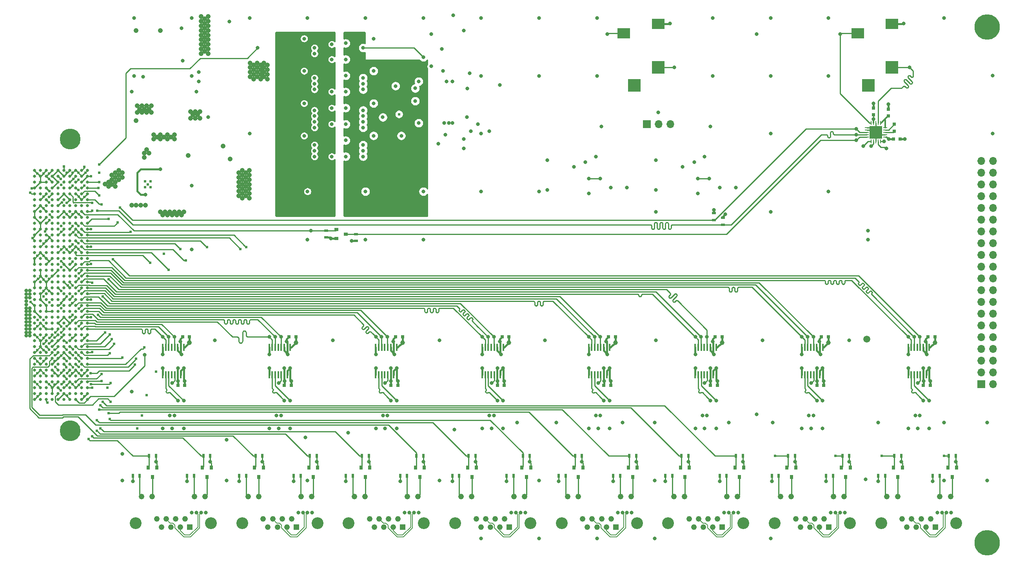
<source format=gbl>
G04 #@! TF.GenerationSoftware,KiCad,Pcbnew,(5.0.0-rc2-dev-86-gcd2224b94)*
G04 #@! TF.CreationDate,2018-04-27T13:43:40-06:00*
G04 #@! TF.ProjectId,audio_beamforming_daughter_board,617564696F5F6265616D666F726D696E,1*
G04 #@! TF.SameCoordinates,PX175d720PY88601c0*
G04 #@! TF.FileFunction,Copper,L6,Bot,Signal*
G04 #@! TF.FilePolarity,Positive*
%FSLAX46Y46*%
G04 Gerber Fmt 4.6, Leading zero omitted, Abs format (unit mm)*
G04 Created by KiCad (PCBNEW (5.0.0-rc2-dev-86-gcd2224b94)) date Fri Apr 27 13:43:40 2018*
%MOMM*%
%LPD*%
G01*
G04 APERTURE LIST*
%ADD10C,0.706400*%
%ADD11R,2.700000X2.700000*%
%ADD12R,0.850000X0.280000*%
%ADD13R,0.280000X0.850000*%
%ADD14C,0.606400*%
%ADD15C,2.550000*%
%ADD16C,1.230000*%
%ADD17R,1.230000X1.230000*%
%ADD18C,0.806400*%
%ADD19R,1.700000X1.700000*%
%ADD20O,1.700000X1.700000*%
%ADD21C,4.500000*%
%ADD22R,2.800000X2.800000*%
%ADD23R,2.800000X2.200000*%
%ADD24C,0.800000*%
%ADD25C,0.640000*%
%ADD26R,0.800000X0.750000*%
%ADD27R,0.750000X0.800000*%
%ADD28R,0.800000X0.900000*%
%ADD29R,0.900000X0.500000*%
%ADD30R,0.500000X0.900000*%
%ADD31R,0.450000X1.500000*%
%ADD32C,5.500000*%
%ADD33R,0.900000X0.800000*%
%ADD34C,0.609600*%
%ADD35C,1.064000*%
%ADD36C,1.000000*%
%ADD37C,1.500000*%
%ADD38C,0.254000*%
%ADD39C,0.203200*%
%ADD40C,0.304800*%
%ADD41C,0.381000*%
G04 APERTURE END LIST*
D10*
X183850000Y93400000D03*
X184750000Y93400000D03*
X185650000Y93400000D03*
X183850000Y92500000D03*
X184750000Y92500000D03*
X185650000Y92500000D03*
X183850000Y91600000D03*
X184750000Y91600000D03*
X185650000Y91600000D03*
D11*
X184750000Y92500000D03*
D12*
X186725000Y91500000D03*
X186725000Y92000000D03*
X186725000Y92500000D03*
X186725000Y93000000D03*
X186725000Y93500000D03*
D13*
X185750000Y94475000D03*
X185250000Y94475000D03*
X184750000Y94475000D03*
X184250000Y94475000D03*
X183750000Y94475000D03*
D12*
X182775000Y93500000D03*
X182775000Y93000000D03*
X182775000Y92500000D03*
X182775000Y92000000D03*
X182775000Y91500000D03*
D13*
X183750000Y90525000D03*
X184250000Y90525000D03*
X184750000Y90525000D03*
X185250000Y90525000D03*
X185750000Y90525000D03*
D14*
X26900000Y81850000D03*
X26900000Y80650000D03*
X28100000Y81850000D03*
X28100000Y80650000D03*
X27500000Y81250000D03*
D15*
X41125000Y8000000D03*
X24875000Y8000000D03*
D16*
X39860000Y13710000D03*
X37570000Y13710000D03*
X28430000Y13710000D03*
X26140000Y13710000D03*
X29430000Y8890000D03*
X30450000Y7110000D03*
X31470000Y8890000D03*
X32490000Y7110000D03*
X33520000Y8890000D03*
X34530000Y7110000D03*
X35550000Y8890000D03*
D17*
X36570000Y7110000D03*
D15*
X64125000Y8000000D03*
X47875000Y8000000D03*
D16*
X62860000Y13710000D03*
X60570000Y13710000D03*
X51430000Y13710000D03*
X49140000Y13710000D03*
X52430000Y8890000D03*
X53450000Y7110000D03*
X54470000Y8890000D03*
X55490000Y7110000D03*
X56520000Y8890000D03*
X57530000Y7110000D03*
X58550000Y8890000D03*
D17*
X59570000Y7110000D03*
D15*
X87125000Y8000000D03*
X70875000Y8000000D03*
D16*
X85860000Y13710000D03*
X83570000Y13710000D03*
X74430000Y13710000D03*
X72140000Y13710000D03*
X75430000Y8890000D03*
X76450000Y7110000D03*
X77470000Y8890000D03*
X78490000Y7110000D03*
X79520000Y8890000D03*
X80530000Y7110000D03*
X81550000Y8890000D03*
D17*
X82570000Y7110000D03*
D15*
X110125000Y8000000D03*
X93875000Y8000000D03*
D16*
X108860000Y13710000D03*
X106570000Y13710000D03*
X97430000Y13710000D03*
X95140000Y13710000D03*
X98430000Y8890000D03*
X99450000Y7110000D03*
X100470000Y8890000D03*
X101490000Y7110000D03*
X102520000Y8890000D03*
X103530000Y7110000D03*
X104550000Y8890000D03*
D17*
X105570000Y7110000D03*
D15*
X133125000Y8000000D03*
X116875000Y8000000D03*
D16*
X131860000Y13710000D03*
X129570000Y13710000D03*
X120430000Y13710000D03*
X118140000Y13710000D03*
X121430000Y8890000D03*
X122450000Y7110000D03*
X123470000Y8890000D03*
X124490000Y7110000D03*
X125520000Y8890000D03*
X126530000Y7110000D03*
X127550000Y8890000D03*
D17*
X128570000Y7110000D03*
D15*
X156125000Y8000000D03*
X139875000Y8000000D03*
D16*
X154860000Y13710000D03*
X152570000Y13710000D03*
X143430000Y13710000D03*
X141140000Y13710000D03*
X144430000Y8890000D03*
X145450000Y7110000D03*
X146470000Y8890000D03*
X147490000Y7110000D03*
X148520000Y8890000D03*
X149530000Y7110000D03*
X150550000Y8890000D03*
D17*
X151570000Y7110000D03*
D15*
X179125000Y8000000D03*
X162875000Y8000000D03*
D16*
X177860000Y13710000D03*
X175570000Y13710000D03*
X166430000Y13710000D03*
X164140000Y13710000D03*
X167430000Y8890000D03*
X168450000Y7110000D03*
X169470000Y8890000D03*
X170490000Y7110000D03*
X171520000Y8890000D03*
X172530000Y7110000D03*
X173550000Y8890000D03*
D17*
X174570000Y7110000D03*
D15*
X202125000Y8000000D03*
X185875000Y8000000D03*
D16*
X200860000Y13710000D03*
X198570000Y13710000D03*
X189430000Y13710000D03*
X187140000Y13710000D03*
X190430000Y8890000D03*
X191450000Y7110000D03*
X192470000Y8890000D03*
X193490000Y7110000D03*
X194520000Y8890000D03*
X195530000Y7110000D03*
X196550000Y8890000D03*
D17*
X197570000Y7110000D03*
D18*
X42000000Y47500000D03*
X67500000Y47500000D03*
X90500000Y47500000D03*
X113250000Y47500000D03*
X179000000Y47500000D03*
X160250000Y47500000D03*
X137250000Y47500000D03*
X137250000Y75250000D03*
X162000000Y75250000D03*
X183000000Y69250000D03*
X183000000Y71250000D03*
X62000000Y69250000D03*
X74500000Y69250000D03*
X87000000Y69250000D03*
X208750000Y29700000D03*
X208750000Y17200000D03*
X182500000Y17500000D03*
X90500000Y17200000D03*
X22000000Y23000000D03*
X22000000Y17200000D03*
X44500000Y17200000D03*
X44500000Y26000000D03*
X61500000Y26500000D03*
X70750000Y27500000D03*
X93750000Y28250000D03*
X107250000Y29700000D03*
X115750000Y29700000D03*
X130000000Y29700000D03*
X153000000Y29750000D03*
D19*
X207500000Y38000000D03*
D20*
X210040000Y38000000D03*
X207500000Y40540000D03*
X210040000Y40540000D03*
X207500000Y43080000D03*
X210040000Y43080000D03*
X207500000Y45620000D03*
X210040000Y45620000D03*
X207500000Y48160000D03*
X210040000Y48160000D03*
X207500000Y50700000D03*
X210040000Y50700000D03*
X207500000Y53240000D03*
X210040000Y53240000D03*
X207500000Y55780000D03*
X210040000Y55780000D03*
X207500000Y58320000D03*
X210040000Y58320000D03*
X207500000Y60860000D03*
X210040000Y60860000D03*
X207500000Y63400000D03*
X210040000Y63400000D03*
X207500000Y65940000D03*
X210040000Y65940000D03*
X207500000Y68480000D03*
X210040000Y68480000D03*
X207500000Y71020000D03*
X210040000Y71020000D03*
X207500000Y73560000D03*
X210040000Y73560000D03*
X207500000Y76100000D03*
X210040000Y76100000D03*
X207500000Y78640000D03*
X210040000Y78640000D03*
X207500000Y81180000D03*
X210040000Y81180000D03*
X207500000Y83720000D03*
X210040000Y83720000D03*
X207500000Y86260000D03*
X210040000Y86260000D03*
D21*
X10760000Y91000000D03*
D22*
X183100000Y102600000D03*
D23*
X188200000Y115900000D03*
X180800000Y113900000D03*
D22*
X188200000Y106500000D03*
X132600000Y102600000D03*
D23*
X137700000Y115900000D03*
X130300000Y113900000D03*
D22*
X137700000Y106500000D03*
D24*
X55750000Y38250000D03*
D25*
X14495000Y84265000D03*
X14495000Y82995000D03*
X14495000Y81725000D03*
X14495000Y80455000D03*
X14495000Y79185000D03*
X14495000Y77915000D03*
X14495000Y76645000D03*
X14495000Y75375000D03*
X14495000Y74105000D03*
X14495000Y72835000D03*
X14495000Y71565000D03*
X14495000Y70295000D03*
X14495000Y69025000D03*
X14495000Y67755000D03*
X14495000Y66485000D03*
X14495000Y65215000D03*
X14495000Y63945000D03*
X14495000Y62675000D03*
X14495000Y61405000D03*
X14495000Y60135000D03*
X14495000Y58865000D03*
X14495000Y57595000D03*
X14495000Y56325000D03*
X14495000Y55055000D03*
X14495000Y53785000D03*
X14495000Y52515000D03*
X14495000Y51245000D03*
X14495000Y49975000D03*
X14495000Y48705000D03*
X14495000Y47435000D03*
X14495000Y46165000D03*
X14495000Y44895000D03*
X14495000Y43625000D03*
X14495000Y42355000D03*
X14495000Y41085000D03*
X14495000Y39815000D03*
X14495000Y38545000D03*
X14495000Y37275000D03*
X14495000Y36005000D03*
X14495000Y34735000D03*
X13225000Y84265000D03*
X13225000Y82995000D03*
X13225000Y81725000D03*
X13225000Y80455000D03*
X13225000Y79185000D03*
X13225000Y77915000D03*
X13225000Y76645000D03*
X13225000Y75375000D03*
X13225000Y74105000D03*
X13225000Y72835000D03*
X13225000Y71565000D03*
X13225000Y70295000D03*
X13225000Y69025000D03*
X13225000Y67755000D03*
X13225000Y66485000D03*
X13225000Y65215000D03*
X13225000Y63945000D03*
X13225000Y62675000D03*
X13225000Y61405000D03*
X13225000Y60135000D03*
X13225000Y58865000D03*
X13225000Y57595000D03*
X13225000Y56325000D03*
X13225000Y55055000D03*
X13225000Y53785000D03*
X13225000Y52515000D03*
X13225000Y51245000D03*
X13225000Y49975000D03*
X13225000Y48705000D03*
X13225000Y47435000D03*
X13225000Y46165000D03*
X13225000Y44895000D03*
X13225000Y43625000D03*
X13225000Y42355000D03*
X13225000Y41085000D03*
X13225000Y39815000D03*
X13225000Y38545000D03*
X13225000Y37275000D03*
X13225000Y36005000D03*
X13225000Y34735000D03*
X11955000Y84265000D03*
X11955000Y82995000D03*
X11955000Y81725000D03*
X11955000Y80455000D03*
X11955000Y79185000D03*
X11955000Y77915000D03*
X11955000Y76645000D03*
X11955000Y75375000D03*
X11955000Y74105000D03*
X11955000Y72835000D03*
X11955000Y71565000D03*
X11955000Y70295000D03*
X11955000Y69025000D03*
X11955000Y67755000D03*
X11955000Y66485000D03*
X11955000Y65215000D03*
X11955000Y63945000D03*
X11955000Y62675000D03*
X11955000Y61405000D03*
X11955000Y60135000D03*
X11955000Y58865000D03*
X11955000Y57595000D03*
X11955000Y56325000D03*
X11955000Y55055000D03*
X11955000Y53785000D03*
X11955000Y52515000D03*
X11955000Y51245000D03*
X11955000Y49975000D03*
X11955000Y48705000D03*
X11955000Y47435000D03*
X11955000Y46165000D03*
X11955000Y44895000D03*
X11955000Y43625000D03*
X11955000Y42355000D03*
X11955000Y41085000D03*
X11955000Y39815000D03*
X11955000Y38545000D03*
X11955000Y37275000D03*
X11955000Y36005000D03*
X11955000Y34735000D03*
X10685000Y84265000D03*
X10685000Y82995000D03*
X10685000Y81725000D03*
X10685000Y80455000D03*
X10685000Y79185000D03*
X10685000Y77915000D03*
X10685000Y76645000D03*
X10685000Y75375000D03*
X10685000Y74105000D03*
X10685000Y72835000D03*
X10685000Y71565000D03*
X10685000Y70295000D03*
X10685000Y69025000D03*
X10685000Y67755000D03*
X10685000Y66485000D03*
X10685000Y65215000D03*
X10685000Y63945000D03*
X10685000Y62675000D03*
X10685000Y61405000D03*
X10685000Y60135000D03*
X10685000Y58865000D03*
X10685000Y57595000D03*
X10685000Y56325000D03*
X10685000Y55055000D03*
X10685000Y53785000D03*
X10685000Y52515000D03*
X10685000Y51245000D03*
X10685000Y49975000D03*
X10685000Y48705000D03*
X10685000Y47435000D03*
X10685000Y46165000D03*
X10685000Y44895000D03*
X10685000Y43625000D03*
X10685000Y42355000D03*
X10685000Y41085000D03*
X10685000Y39815000D03*
X10685000Y38545000D03*
X10685000Y37275000D03*
X10685000Y36005000D03*
X10685000Y34735000D03*
X9415000Y84265000D03*
X9415000Y82995000D03*
X9415000Y81725000D03*
X9415000Y80455000D03*
X9415000Y79185000D03*
X9415000Y77915000D03*
X9415000Y76645000D03*
X9415000Y75375000D03*
X9415000Y74105000D03*
X9415000Y72835000D03*
X9415000Y71565000D03*
X9415000Y70295000D03*
X9415000Y69025000D03*
X9415000Y67755000D03*
X9415000Y66485000D03*
X9415000Y65215000D03*
X9415000Y63945000D03*
X9415000Y62675000D03*
X9415000Y61405000D03*
X9415000Y60135000D03*
X9415000Y58865000D03*
X9415000Y57595000D03*
X9415000Y56325000D03*
X9415000Y55055000D03*
X9415000Y53785000D03*
X9415000Y52515000D03*
X9415000Y51245000D03*
X9415000Y49975000D03*
X9415000Y48705000D03*
X9415000Y47435000D03*
X9415000Y46165000D03*
X9415000Y44895000D03*
X9415000Y43625000D03*
X9415000Y42355000D03*
X9415000Y41085000D03*
X9415000Y39815000D03*
X9415000Y38545000D03*
X9415000Y37275000D03*
X9415000Y36005000D03*
X9415000Y34735000D03*
X8145000Y84265000D03*
X8145000Y82995000D03*
X8145000Y81725000D03*
X8145000Y80455000D03*
X8145000Y79185000D03*
X8145000Y77915000D03*
X8145000Y76645000D03*
X8145000Y75375000D03*
X8145000Y74105000D03*
X8145000Y72835000D03*
X8145000Y71565000D03*
X8145000Y70295000D03*
X8145000Y69025000D03*
X8145000Y67755000D03*
X8145000Y66485000D03*
X8145000Y65215000D03*
X8145000Y63945000D03*
X8145000Y62675000D03*
X8145000Y61405000D03*
X8145000Y60135000D03*
X8145000Y58865000D03*
X8145000Y57595000D03*
X8145000Y56325000D03*
X8145000Y55055000D03*
X8145000Y53785000D03*
X8145000Y52515000D03*
X8145000Y51245000D03*
X8145000Y49975000D03*
X8145000Y48705000D03*
X8145000Y47435000D03*
X8145000Y46165000D03*
X8145000Y44895000D03*
X8145000Y43625000D03*
X8145000Y42355000D03*
X8145000Y41085000D03*
X8145000Y39815000D03*
X8145000Y38545000D03*
X8145000Y37275000D03*
X8145000Y36005000D03*
X8145000Y34735000D03*
X6875000Y84265000D03*
X6875000Y82995000D03*
X6875000Y81725000D03*
X6875000Y80455000D03*
X6875000Y79185000D03*
X6875000Y77915000D03*
X6875000Y76645000D03*
X6875000Y75375000D03*
X6875000Y74105000D03*
X6875000Y72835000D03*
X6875000Y71565000D03*
X6875000Y70295000D03*
X6875000Y69025000D03*
X6875000Y67755000D03*
X6875000Y66485000D03*
X6875000Y65215000D03*
X6875000Y63945000D03*
X6875000Y62675000D03*
X6875000Y61405000D03*
X6875000Y60135000D03*
X6875000Y58865000D03*
X6875000Y57595000D03*
X6875000Y56325000D03*
X6875000Y55055000D03*
X6875000Y53785000D03*
X6875000Y52515000D03*
X6875000Y51245000D03*
X6875000Y49975000D03*
X6875000Y48705000D03*
X6875000Y47435000D03*
X6875000Y46165000D03*
X6875000Y44895000D03*
X6875000Y43625000D03*
X6875000Y42355000D03*
X6875000Y41085000D03*
X6875000Y39815000D03*
X6875000Y38545000D03*
X6875000Y37275000D03*
X6875000Y36005000D03*
X6875000Y34735000D03*
X5605000Y84265000D03*
X5605000Y82995000D03*
X5605000Y81725000D03*
X5605000Y80455000D03*
X5605000Y79185000D03*
X5605000Y77915000D03*
X5605000Y76645000D03*
X5605000Y75375000D03*
X5605000Y74105000D03*
X5605000Y72835000D03*
X5605000Y71565000D03*
X5605000Y70295000D03*
X5605000Y69025000D03*
X5605000Y67755000D03*
X5605000Y66485000D03*
X5605000Y65215000D03*
X5605000Y63945000D03*
X5605000Y62675000D03*
X5605000Y61405000D03*
X5605000Y60135000D03*
X5605000Y58865000D03*
X5605000Y57595000D03*
X5605000Y56325000D03*
X5605000Y55055000D03*
X5605000Y53785000D03*
X5605000Y52515000D03*
X5605000Y51245000D03*
X5605000Y49975000D03*
X5605000Y48705000D03*
X5605000Y47435000D03*
X5605000Y46165000D03*
X5605000Y44895000D03*
X5605000Y43625000D03*
X5605000Y42355000D03*
X5605000Y41085000D03*
X5605000Y39815000D03*
X5605000Y38545000D03*
X5605000Y37275000D03*
X5605000Y36005000D03*
X5605000Y34735000D03*
X4335000Y84265000D03*
X4335000Y82995000D03*
X4335000Y81725000D03*
X4335000Y80455000D03*
X4335000Y79185000D03*
X4335000Y77915000D03*
X4335000Y76645000D03*
X4335000Y75375000D03*
X4335000Y74105000D03*
X4335000Y72835000D03*
X4335000Y71565000D03*
X4335000Y70295000D03*
X4335000Y69025000D03*
X4335000Y67755000D03*
X4335000Y66485000D03*
X4335000Y65215000D03*
X4335000Y63945000D03*
X4335000Y62675000D03*
X4335000Y61405000D03*
X4335000Y60135000D03*
X4335000Y58865000D03*
X4335000Y57595000D03*
X4335000Y56325000D03*
X4335000Y55055000D03*
X4335000Y53785000D03*
X4335000Y52515000D03*
X4335000Y51245000D03*
X4335000Y49975000D03*
X4335000Y48705000D03*
X4335000Y47435000D03*
X4335000Y46165000D03*
X4335000Y44895000D03*
X4335000Y43625000D03*
X4335000Y42355000D03*
X4335000Y41085000D03*
X4335000Y39815000D03*
X4335000Y38545000D03*
X4335000Y37275000D03*
X4335000Y36005000D03*
X4335000Y34735000D03*
X3065000Y84265000D03*
X3065000Y82995000D03*
X3065000Y81725000D03*
X3065000Y80455000D03*
X3065000Y79185000D03*
X3065000Y77915000D03*
X3065000Y76645000D03*
X3065000Y75375000D03*
X3065000Y74105000D03*
X3065000Y72835000D03*
X3065000Y71565000D03*
X3065000Y70295000D03*
X3065000Y69025000D03*
X3065000Y67755000D03*
X3065000Y66485000D03*
X3065000Y65215000D03*
X3065000Y63945000D03*
X3065000Y62675000D03*
X3065000Y61405000D03*
X3065000Y60135000D03*
X3065000Y58865000D03*
X3065000Y57595000D03*
X3065000Y56325000D03*
X3065000Y55055000D03*
X3065000Y53785000D03*
X3065000Y52515000D03*
X3065000Y51245000D03*
X3065000Y49975000D03*
X3065000Y48705000D03*
X3065000Y47435000D03*
X3065000Y46165000D03*
X3065000Y44895000D03*
X3065000Y43625000D03*
X3065000Y42355000D03*
X3065000Y41085000D03*
X3065000Y39815000D03*
X3065000Y38545000D03*
X3065000Y37275000D03*
X3065000Y36005000D03*
X3065000Y34735000D03*
D26*
X188500000Y91000000D03*
X190000000Y91000000D03*
D27*
X188750000Y94250000D03*
X188750000Y92750000D03*
X187400000Y97500000D03*
X187400000Y96000000D03*
X184250000Y96250000D03*
X184250000Y97750000D03*
D26*
X35500000Y37750000D03*
X34000000Y37750000D03*
X35000000Y48250000D03*
X36500000Y48250000D03*
X58500000Y37750000D03*
X57000000Y37750000D03*
X58000000Y48250000D03*
X59500000Y48250000D03*
X80000000Y37750000D03*
X81500000Y37750000D03*
X82500000Y48250000D03*
X81000000Y48250000D03*
X104500000Y37750000D03*
X103000000Y37750000D03*
X104000000Y48250000D03*
X105500000Y48250000D03*
X126000000Y37750000D03*
X127500000Y37750000D03*
X128500000Y48250000D03*
X127000000Y48250000D03*
X150500000Y37750000D03*
X149000000Y37750000D03*
X150000000Y48250000D03*
X151500000Y48250000D03*
X173500000Y37750000D03*
X172000000Y37750000D03*
X173000000Y48250000D03*
X174500000Y48250000D03*
X195000000Y37750000D03*
X196500000Y37750000D03*
X197500000Y48250000D03*
X196000000Y48250000D03*
D19*
X135250000Y94250000D03*
D20*
X137790000Y94250000D03*
X140330000Y94250000D03*
D28*
X28500000Y18000000D03*
X29450000Y20000000D03*
X27550000Y20000000D03*
X40250000Y18000000D03*
X41200000Y20000000D03*
X39300000Y20000000D03*
X50550000Y20000000D03*
X52450000Y20000000D03*
X51500000Y18000000D03*
X62300000Y20000000D03*
X64200000Y20000000D03*
X63250000Y18000000D03*
X73550000Y20000000D03*
X75450000Y20000000D03*
X74500000Y18000000D03*
X86250000Y18000000D03*
X87200000Y20000000D03*
X85300000Y20000000D03*
X97500000Y18000000D03*
X98450000Y20000000D03*
X96550000Y20000000D03*
X108300000Y20000000D03*
X110200000Y20000000D03*
X109250000Y18000000D03*
X119550000Y20000000D03*
X121450000Y20000000D03*
X120500000Y18000000D03*
X131300000Y20000000D03*
X133200000Y20000000D03*
X132250000Y18000000D03*
X143500000Y18000000D03*
X144450000Y20000000D03*
X142550000Y20000000D03*
X155250000Y18000000D03*
X156200000Y20000000D03*
X154300000Y20000000D03*
X165550000Y20000000D03*
X167450000Y20000000D03*
X166500000Y18000000D03*
X178250000Y18000000D03*
X179200000Y20000000D03*
X177300000Y20000000D03*
X189500000Y18000000D03*
X190450000Y20000000D03*
X188550000Y20000000D03*
X200300000Y20000000D03*
X202200000Y20000000D03*
X201250000Y18000000D03*
D29*
X151750000Y72500000D03*
X151750000Y74000000D03*
X149750000Y75000000D03*
X149750000Y73500000D03*
D30*
X29250000Y22500000D03*
X27750000Y22500000D03*
X39500000Y22500000D03*
X41000000Y22500000D03*
X36000000Y18250000D03*
X37500000Y18250000D03*
X25750000Y18250000D03*
X24250000Y18250000D03*
X50750000Y22500000D03*
X52250000Y22500000D03*
X64000000Y22500000D03*
X62500000Y22500000D03*
X59000000Y18250000D03*
X60500000Y18250000D03*
X48750000Y18250000D03*
X47250000Y18250000D03*
X73750000Y22500000D03*
X75250000Y22500000D03*
X87000000Y22500000D03*
X85500000Y22500000D03*
X82000000Y18250000D03*
X83500000Y18250000D03*
X70250000Y18250000D03*
X71750000Y18250000D03*
X96750000Y22500000D03*
X98250000Y22500000D03*
X108500000Y22500000D03*
X110000000Y22500000D03*
X106500000Y18250000D03*
X105000000Y18250000D03*
X93250000Y18250000D03*
X94750000Y18250000D03*
X119750000Y22500000D03*
X121250000Y22500000D03*
X133000000Y22500000D03*
X131500000Y22500000D03*
X129500000Y18250000D03*
X128000000Y18250000D03*
X117750000Y18250000D03*
X116250000Y18250000D03*
X144250000Y22500000D03*
X142750000Y22500000D03*
X156000000Y22500000D03*
X154500000Y22500000D03*
X151000000Y18250000D03*
X152500000Y18250000D03*
X140750000Y18250000D03*
X139250000Y18250000D03*
X167250000Y22500000D03*
X165750000Y22500000D03*
X179000000Y22500000D03*
X177500000Y22500000D03*
X175500000Y18250000D03*
X174000000Y18250000D03*
X162250000Y18250000D03*
X163750000Y18250000D03*
X190250000Y22500000D03*
X188750000Y22500000D03*
X200500000Y22500000D03*
X202000000Y22500000D03*
X197000000Y18250000D03*
X198500000Y18250000D03*
X186750000Y18250000D03*
X185250000Y18250000D03*
D31*
X35275000Y45950000D03*
X34625000Y45950000D03*
X33975000Y45950000D03*
X33325000Y45950000D03*
X32675000Y45950000D03*
X32025000Y45950000D03*
X31375000Y45950000D03*
X30725000Y45950000D03*
X30725000Y40050000D03*
X31375000Y40050000D03*
X32025000Y40050000D03*
X32675000Y40050000D03*
X33325000Y40050000D03*
X33975000Y40050000D03*
X34625000Y40050000D03*
X35275000Y40050000D03*
X58275000Y40050000D03*
X57625000Y40050000D03*
X56975000Y40050000D03*
X56325000Y40050000D03*
X55675000Y40050000D03*
X55025000Y40050000D03*
X54375000Y40050000D03*
X53725000Y40050000D03*
X53725000Y45950000D03*
X54375000Y45950000D03*
X55025000Y45950000D03*
X55675000Y45950000D03*
X56325000Y45950000D03*
X56975000Y45950000D03*
X57625000Y45950000D03*
X58275000Y45950000D03*
X81275000Y40050000D03*
X80625000Y40050000D03*
X79975000Y40050000D03*
X79325000Y40050000D03*
X78675000Y40050000D03*
X78025000Y40050000D03*
X77375000Y40050000D03*
X76725000Y40050000D03*
X76725000Y45950000D03*
X77375000Y45950000D03*
X78025000Y45950000D03*
X78675000Y45950000D03*
X79325000Y45950000D03*
X79975000Y45950000D03*
X80625000Y45950000D03*
X81275000Y45950000D03*
X104275000Y40050000D03*
X103625000Y40050000D03*
X102975000Y40050000D03*
X102325000Y40050000D03*
X101675000Y40050000D03*
X101025000Y40050000D03*
X100375000Y40050000D03*
X99725000Y40050000D03*
X99725000Y45950000D03*
X100375000Y45950000D03*
X101025000Y45950000D03*
X101675000Y45950000D03*
X102325000Y45950000D03*
X102975000Y45950000D03*
X103625000Y45950000D03*
X104275000Y45950000D03*
X127275000Y45950000D03*
X126625000Y45950000D03*
X125975000Y45950000D03*
X125325000Y45950000D03*
X124675000Y45950000D03*
X124025000Y45950000D03*
X123375000Y45950000D03*
X122725000Y45950000D03*
X122725000Y40050000D03*
X123375000Y40050000D03*
X124025000Y40050000D03*
X124675000Y40050000D03*
X125325000Y40050000D03*
X125975000Y40050000D03*
X126625000Y40050000D03*
X127275000Y40050000D03*
X150275000Y40050000D03*
X149625000Y40050000D03*
X148975000Y40050000D03*
X148325000Y40050000D03*
X147675000Y40050000D03*
X147025000Y40050000D03*
X146375000Y40050000D03*
X145725000Y40050000D03*
X145725000Y45950000D03*
X146375000Y45950000D03*
X147025000Y45950000D03*
X147675000Y45950000D03*
X148325000Y45950000D03*
X148975000Y45950000D03*
X149625000Y45950000D03*
X150275000Y45950000D03*
X173275000Y40050000D03*
X172625000Y40050000D03*
X171975000Y40050000D03*
X171325000Y40050000D03*
X170675000Y40050000D03*
X170025000Y40050000D03*
X169375000Y40050000D03*
X168725000Y40050000D03*
X168725000Y45950000D03*
X169375000Y45950000D03*
X170025000Y45950000D03*
X170675000Y45950000D03*
X171325000Y45950000D03*
X171975000Y45950000D03*
X172625000Y45950000D03*
X173275000Y45950000D03*
X196275000Y45950000D03*
X195625000Y45950000D03*
X194975000Y45950000D03*
X194325000Y45950000D03*
X193675000Y45950000D03*
X193025000Y45950000D03*
X192375000Y45950000D03*
X191725000Y45950000D03*
X191725000Y40050000D03*
X192375000Y40050000D03*
X193025000Y40050000D03*
X193675000Y40050000D03*
X194325000Y40050000D03*
X194975000Y40050000D03*
X195625000Y40050000D03*
X196275000Y40050000D03*
D24*
X63500000Y104250000D03*
X74000000Y104250000D03*
X63500000Y103000000D03*
X74000000Y103000000D03*
X63500000Y101750000D03*
X74000000Y101750000D03*
X63500000Y97250000D03*
X74000000Y97250000D03*
X63500000Y96000000D03*
X74000000Y96000000D03*
X63500000Y94750000D03*
X74000000Y94750000D03*
X63500000Y110750000D03*
X74000000Y110750000D03*
X63500000Y89750000D03*
X74000000Y89750000D03*
X63500000Y93500000D03*
X74000000Y93500000D03*
X63500000Y88500000D03*
X74000000Y88500000D03*
X63500000Y87250000D03*
X74000000Y87250000D03*
X62750000Y71250000D03*
X180500000Y90750000D03*
X180500000Y92000000D03*
X180500000Y93250000D03*
X177000000Y113750000D03*
X192000000Y106500000D03*
X126750000Y113750000D03*
X141250000Y106500000D03*
X32750000Y38250000D03*
X34000000Y34500000D03*
X35250000Y34500000D03*
X33250000Y48250000D03*
X30750000Y48250000D03*
X32000000Y48250000D03*
X57000000Y34500000D03*
X58250000Y34500000D03*
X56250000Y48250000D03*
X53750000Y48250000D03*
X55000000Y48250000D03*
X78750000Y38250000D03*
X80000000Y34500000D03*
X81250000Y34500000D03*
X79250000Y48250000D03*
X76750000Y48250000D03*
X78000000Y48250000D03*
X101750000Y38250000D03*
X103000000Y34500000D03*
X104250000Y34500000D03*
X102250000Y48250000D03*
X99750000Y48250000D03*
X101000000Y48250000D03*
X124750000Y38250000D03*
X126000000Y34500000D03*
X127250000Y34500000D03*
X125250000Y48250000D03*
X122750000Y48250000D03*
X124000000Y48250000D03*
X147750000Y38250000D03*
X149000000Y34500000D03*
X150250000Y34500000D03*
X148250000Y48250000D03*
X145750000Y48250000D03*
X147000000Y48250000D03*
X170750000Y38250000D03*
X172000000Y34500000D03*
X173250000Y34500000D03*
X171250000Y48250000D03*
X168750000Y48250000D03*
X170000000Y48250000D03*
X193750000Y38250000D03*
X195000000Y34500000D03*
X196250000Y34500000D03*
X194250000Y48250000D03*
X191750000Y48250000D03*
X193000000Y48250000D03*
X63500000Y109500000D03*
D32*
X208750000Y115250000D03*
X208750000Y3750000D03*
D21*
X10760000Y28000000D03*
D33*
X70250000Y70500000D03*
X68250000Y71450000D03*
X68250000Y69550000D03*
D29*
X66000000Y69750000D03*
X66000000Y71250000D03*
X72500000Y70500000D03*
X72500000Y69000000D03*
D18*
X24500000Y117200000D03*
X37000000Y117200000D03*
X49500000Y117200000D03*
X62000000Y117200000D03*
X74500000Y117200000D03*
X87000000Y117200000D03*
X99500000Y117200000D03*
X112000000Y117200000D03*
X124500000Y117200000D03*
X149500000Y117200000D03*
X162000000Y117200000D03*
X174500000Y117200000D03*
X199500000Y117200000D03*
X24500000Y104700000D03*
X37000000Y104700000D03*
X99500000Y104700000D03*
X112000000Y104700000D03*
X124500000Y104700000D03*
X149500000Y104700000D03*
X162000000Y104700000D03*
X174500000Y104700000D03*
X210000000Y104750000D03*
X49500000Y92200000D03*
X99500000Y92200000D03*
X162000000Y92200000D03*
X210000000Y92250000D03*
X37000000Y81000000D03*
X62000000Y79700000D03*
X74500000Y79700000D03*
X87000000Y79700000D03*
X99500000Y79700000D03*
X112000000Y79700000D03*
X174500000Y79700000D03*
X37000000Y67200000D03*
X137000000Y29700000D03*
X162500000Y29700000D03*
X185250000Y29750000D03*
X199500000Y29700000D03*
X62000000Y17200000D03*
X112000000Y17200000D03*
X137000000Y17200000D03*
X199500000Y17200000D03*
X99500000Y4700000D03*
X112000000Y4700000D03*
X124500000Y4700000D03*
X137000000Y4700000D03*
X162000000Y4700000D03*
D34*
X11278164Y83724328D03*
D35*
X18253946Y81265304D03*
D34*
X3700000Y51900000D03*
X5000000Y51900000D03*
D35*
X34750000Y74586810D03*
X31750000Y74586810D03*
X33750000Y74586810D03*
X30750000Y74586810D03*
X32750000Y74586810D03*
D24*
X199011100Y10250000D03*
X199988900Y10250000D03*
D34*
X14686045Y26186057D03*
X6172593Y45474007D03*
X15500000Y26750000D03*
X7391803Y45509087D03*
X16500000Y28000000D03*
X6150075Y46845879D03*
X17250000Y28500000D03*
X7397840Y44286040D03*
X16500000Y30249994D03*
X7482453Y41767547D03*
X19250000Y30500000D03*
X19000000Y31750000D03*
X7383569Y48081352D03*
X17250000Y33500000D03*
X17750000Y34250000D03*
X8750000Y49250000D03*
X19500000Y34249986D03*
X163000000Y22500000D03*
X8700016Y36700000D03*
X25250000Y28500000D03*
X176000000Y22500000D03*
X8850809Y38000000D03*
X186000000Y22500000D03*
X10000000Y39108048D03*
X26250000Y31250000D03*
X199500000Y22500000D03*
X5282611Y71030022D03*
X12500000Y82250028D03*
X8924108Y77280018D03*
X17000000Y78859610D03*
X15500000Y77250000D03*
X11287095Y59395723D03*
X12600000Y40400000D03*
X11200000Y40381083D03*
X13800000Y40390390D03*
X10000000Y37818544D03*
X8760730Y40460769D03*
X7390398Y40430253D03*
X7389562Y43009036D03*
X8749191Y44200000D03*
X7390390Y37929741D03*
X4949191Y40392160D03*
X10025097Y35548147D03*
X12600000Y37850809D03*
X11219211Y38000000D03*
X13782453Y35382453D03*
X15510176Y37276254D03*
X8900000Y48200000D03*
X11132696Y51800000D03*
X8799995Y50499995D03*
X11250000Y74750000D03*
X11387443Y70862557D03*
X5000000Y76050809D03*
X12614243Y60884268D03*
X10231390Y59367388D03*
D35*
X45250000Y86717991D03*
X27750000Y88000000D03*
X26727950Y87022050D03*
X26750000Y88000000D03*
X36250000Y87481380D03*
D34*
X10017440Y83734663D03*
X13750022Y85000000D03*
X3617547Y42982453D03*
X3749191Y35400000D03*
X5800000Y34050809D03*
X12500000Y44300809D03*
X15500000Y45000000D03*
X15500000Y60000000D03*
X15250000Y64000000D03*
X15250020Y71600589D03*
X15250000Y52500000D03*
X15267547Y67755548D03*
X12500000Y70898391D03*
X19000000Y73750000D03*
X21000000Y73000000D03*
X12545252Y72272626D03*
X48750000Y67640390D03*
X40250000Y67640390D03*
X34500020Y67250000D03*
X12500000Y68550809D03*
X35749980Y64750000D03*
X30999990Y66250000D03*
X18250000Y49250000D03*
X19250000Y48750000D03*
X19750000Y47750000D03*
X20250002Y46750000D03*
X19249996Y44750000D03*
X11300000Y44300000D03*
X12668170Y42933042D03*
X21999980Y43750000D03*
X12600000Y41800000D03*
X25000002Y43500000D03*
X15100000Y40400000D03*
X24750000Y42250000D03*
X11300000Y41700016D03*
X9912006Y41715224D03*
X19500000Y38299998D03*
X15200000Y38000000D03*
X10100000Y40399988D03*
X18750136Y37250000D03*
X27250000Y35695199D03*
X11300000Y45600000D03*
D24*
X195500000Y47250000D03*
X191750000Y44500000D03*
X195750000Y44500000D03*
X195000000Y41500000D03*
X191750000Y41500000D03*
X193750000Y28500000D03*
X196250000Y28500000D03*
X202000000Y21250000D03*
X190250000Y21250000D03*
X201000000Y10250000D03*
X191750000Y28500000D03*
X197000000Y17000000D03*
X196250000Y41500000D03*
X196500000Y38750000D03*
D36*
X197500000Y47000000D03*
D24*
X195025490Y38747168D03*
X193272581Y31277360D03*
X194250000Y31250000D03*
X198000000Y10250000D03*
X176011100Y10250000D03*
X176988900Y10250000D03*
X172500000Y47250000D03*
X168750000Y44500000D03*
X172750000Y44500000D03*
X172000000Y41500000D03*
X168750000Y41500000D03*
X170750000Y28500000D03*
X173250000Y28500000D03*
X179000000Y21250000D03*
X167250000Y21250000D03*
X178000000Y10250000D03*
X168750000Y28500000D03*
X174000000Y17000000D03*
X173250000Y41500000D03*
X173500000Y38750000D03*
D36*
X174500000Y47000000D03*
D24*
X172025490Y38747168D03*
X170272581Y31277360D03*
X171250000Y31250000D03*
X175000000Y10250000D03*
X153011100Y10250000D03*
X153988900Y10250000D03*
X149500000Y47250000D03*
X145750000Y44500000D03*
X149750000Y44500000D03*
X149000000Y41500000D03*
X145750000Y41500000D03*
X147750000Y28500000D03*
X150250000Y28500000D03*
X156000000Y21250000D03*
X144250000Y21250000D03*
X155000000Y10250000D03*
X145750000Y28500000D03*
X151000000Y17000000D03*
X150250000Y41500000D03*
X150500000Y38750000D03*
D36*
X151500000Y47000000D03*
D24*
X149025490Y38747168D03*
X147272581Y31277360D03*
X148250000Y31250000D03*
X152000000Y10250000D03*
X130011100Y10250000D03*
X130988900Y10250000D03*
X126500000Y47250000D03*
X122750000Y44500000D03*
X126750000Y44500000D03*
X126000000Y41500000D03*
X122750000Y41500000D03*
X124750000Y28500000D03*
X127250000Y28500000D03*
X133000000Y21250000D03*
X121250000Y21250000D03*
X132000000Y10250000D03*
X122750000Y28500000D03*
X128000000Y17000000D03*
X127250000Y41500000D03*
X127500000Y38750000D03*
D36*
X128500000Y47000000D03*
D24*
X126025490Y38747168D03*
X124272581Y31277360D03*
X125250000Y31250000D03*
X129000000Y10250000D03*
X107011100Y10250000D03*
X107988900Y10250000D03*
X103500000Y47250000D03*
X99750000Y44500000D03*
X103750000Y44500000D03*
X103000000Y41500000D03*
X99750000Y41500000D03*
X101750000Y28500000D03*
X104250000Y28500000D03*
X110000000Y21250000D03*
X98250000Y21250000D03*
X109000000Y10250000D03*
X99750000Y28500000D03*
X105000000Y17000000D03*
X104250000Y41500000D03*
X104500000Y38750000D03*
D36*
X105500000Y47000000D03*
D24*
X103025490Y38747168D03*
X101272581Y31277360D03*
X102250000Y31250000D03*
X106000000Y10250000D03*
X84011100Y10250000D03*
X84988900Y10250000D03*
X80500000Y47250000D03*
X76750000Y44500000D03*
X80750000Y44500000D03*
X80000000Y41500000D03*
X76750000Y41500000D03*
X78750000Y28500000D03*
X81250000Y28500000D03*
X87000000Y21250000D03*
X75250000Y21250000D03*
X86000000Y10250000D03*
X76750000Y28500000D03*
X82000000Y17000000D03*
X81250000Y41500000D03*
X81500000Y38750000D03*
D36*
X82500000Y47000000D03*
D24*
X80025490Y38747168D03*
X78272581Y31277360D03*
X79250000Y31250000D03*
X83000000Y10250000D03*
X61011100Y10250000D03*
X61988900Y10250000D03*
X57500000Y47250000D03*
X53750000Y44500000D03*
X57750000Y44500000D03*
X57000000Y41500000D03*
X53750000Y41500000D03*
X55750000Y28500000D03*
X58250000Y28500000D03*
X64000000Y21250000D03*
X52250000Y21250000D03*
X63000000Y10250000D03*
X53750000Y28500000D03*
X59000000Y17000000D03*
X58250000Y41500000D03*
X58500000Y38750000D03*
D36*
X59500000Y47000000D03*
D24*
X57025490Y38747168D03*
X55272581Y31277360D03*
X56250000Y31250000D03*
X60000000Y10250000D03*
X37000000Y10250000D03*
D37*
X182750000Y47750000D03*
D24*
X67000000Y69500000D03*
X149750000Y75750000D03*
X152250000Y74750000D03*
X71500000Y69000000D03*
X185250000Y17000000D03*
X162250000Y17000000D03*
X139250000Y17000000D03*
X116250000Y17000000D03*
X93250000Y17000000D03*
X70250000Y17000000D03*
X47250000Y17000000D03*
D34*
X17000000Y32540961D03*
X16577026Y75500000D03*
D24*
X159000000Y31500000D03*
X159000000Y113750000D03*
D34*
X23750000Y70941200D03*
X47500000Y67250000D03*
X11250000Y68250000D03*
X32000000Y62750000D03*
X28000000Y64250000D03*
X26750000Y46000000D03*
X10000000Y43000000D03*
X29250000Y40750000D03*
X10000000Y47000000D03*
X10000000Y45500000D03*
X12500000Y83750000D03*
X14000000Y83750000D03*
D24*
X67270287Y98783812D03*
D35*
X19000000Y80750000D03*
X19000000Y81750000D03*
X22000000Y82750000D03*
X22000000Y83750000D03*
X21250000Y84250000D03*
X20500000Y83750000D03*
D24*
X2000000Y56750000D03*
X2000000Y57500000D03*
X1250000Y58250000D03*
X1250000Y57500000D03*
X1250000Y56000000D03*
X2000000Y54500000D03*
X1250000Y54500000D03*
X2000000Y53750000D03*
X1250000Y53750000D03*
X2000000Y53000000D03*
X1250000Y53000000D03*
X1250000Y52250000D03*
X2000000Y52250000D03*
X2000000Y48500000D03*
X1250000Y48500000D03*
X1250000Y49250000D03*
X2000000Y49250000D03*
X2000000Y50000000D03*
X1250000Y50000000D03*
X1250000Y50750000D03*
X2000000Y50750000D03*
X2000000Y51500000D03*
X1250000Y51500000D03*
X1250000Y55250000D03*
X2000000Y58250000D03*
X1250000Y56750000D03*
X34750000Y115000000D03*
D35*
X47150000Y78750000D03*
X47150000Y82750000D03*
X47150000Y80750000D03*
X47150000Y83750000D03*
X47150000Y79750000D03*
X47150000Y81750000D03*
X47900000Y82250000D03*
X47900000Y84250000D03*
X47900000Y83250000D03*
X47900000Y81250000D03*
X47900000Y80250000D03*
X47900000Y79250000D03*
X47900000Y78250000D03*
X48650000Y81750000D03*
X48650000Y83750000D03*
X48650000Y82750000D03*
X48650000Y80750000D03*
X48650000Y79750000D03*
X48650000Y78750000D03*
X49400000Y84250000D03*
X49400000Y83250000D03*
X49400000Y82250000D03*
D24*
X51250000Y110750000D03*
D35*
X39000000Y117500000D03*
X39000000Y116500000D03*
X39000000Y115500000D03*
X39000000Y114500000D03*
X39000000Y113500000D03*
X39000000Y112500000D03*
X39000000Y111500000D03*
X39000000Y110500000D03*
X39000000Y109500000D03*
X39750000Y110000000D03*
X39750000Y111000000D03*
X39750000Y112000000D03*
X39750000Y113000000D03*
X39750000Y114000000D03*
X39750000Y115000000D03*
X39750000Y116000000D03*
X39750000Y117000000D03*
X40500000Y117500000D03*
X40500000Y116500000D03*
X40500000Y115500000D03*
X40500000Y114500000D03*
X40500000Y113500000D03*
X40500000Y112500000D03*
X40500000Y111500000D03*
X40500000Y110500000D03*
X40500000Y109500000D03*
D34*
X17000000Y85500000D03*
X9400000Y85100000D03*
D35*
X61500000Y75250000D03*
X55500000Y75250000D03*
X65500000Y75250000D03*
X66500000Y75250000D03*
X58500000Y75250000D03*
X67500000Y75250000D03*
X60500000Y75250000D03*
X57500000Y75250000D03*
X64500000Y75250000D03*
X59500000Y75250000D03*
X56500000Y75250000D03*
X62500000Y75250000D03*
X63500000Y75250000D03*
X57000000Y76000000D03*
X56000000Y76000000D03*
X58000000Y76000000D03*
X60000000Y76000000D03*
X61000000Y76000000D03*
X59000000Y76000000D03*
X63000000Y76000000D03*
X62000000Y76000000D03*
X64000000Y76000000D03*
X65000000Y76000000D03*
X66000000Y76000000D03*
X67000000Y76000000D03*
X67500000Y76750000D03*
X66500000Y76750000D03*
X65500000Y76750000D03*
X64500000Y76750000D03*
X63500000Y76750000D03*
X62500000Y76750000D03*
X61500000Y76750000D03*
X60500000Y76750000D03*
X59500000Y76750000D03*
X58500000Y76750000D03*
X57500000Y76750000D03*
X56500000Y76750000D03*
X55500000Y76750000D03*
D34*
X5000000Y57000000D03*
X6250000Y55750000D03*
D35*
X72250000Y75250000D03*
X86250000Y75250000D03*
X82250000Y75250000D03*
X81250000Y75250000D03*
X79250000Y75250000D03*
X73250000Y75250000D03*
X84250000Y75250000D03*
X83250000Y75250000D03*
X75250000Y75250000D03*
X85250000Y75250000D03*
X80250000Y75250000D03*
X78250000Y75250000D03*
X76250000Y75250000D03*
X87250000Y75250000D03*
X74250000Y75250000D03*
X71250000Y75250000D03*
X70250000Y75250000D03*
X77250000Y75250000D03*
X74750000Y76000000D03*
X72750000Y76000000D03*
X70750000Y76000000D03*
X73750000Y76000000D03*
X71750000Y76000000D03*
X78750000Y76000000D03*
X79750000Y76000000D03*
X80750000Y76000000D03*
X77750000Y76000000D03*
X76750000Y76000000D03*
X75750000Y76000000D03*
X85750000Y76000000D03*
X81750000Y76000000D03*
X83750000Y76000000D03*
X82750000Y76000000D03*
X84750000Y76000000D03*
X86750000Y76000000D03*
X87250000Y76750000D03*
X86250000Y76750000D03*
X85250000Y76750000D03*
X84250000Y76750000D03*
X83250000Y76750000D03*
X82250000Y76750000D03*
X80250000Y76750000D03*
X81250000Y76750000D03*
X79250000Y76750000D03*
X78250000Y76750000D03*
X77250000Y76750000D03*
X76250000Y76750000D03*
X75250000Y76750000D03*
X74250000Y76750000D03*
X73250000Y76750000D03*
X72250000Y76750000D03*
X71250000Y76750000D03*
X70250000Y76750000D03*
X21250000Y82250000D03*
X21250000Y83250000D03*
X19750000Y83250000D03*
X19750000Y82250000D03*
X19750000Y81250000D03*
X38750000Y95500000D03*
X37750000Y95500000D03*
X36750000Y95500000D03*
X38250000Y96250000D03*
X37250000Y96250000D03*
X36750000Y97000000D03*
X37750000Y97000000D03*
X38750000Y97000000D03*
X28250000Y98250000D03*
X27250000Y98250000D03*
X26250000Y98250000D03*
X25250000Y98250000D03*
X25750000Y97500000D03*
X26750000Y97500000D03*
X27750000Y97500000D03*
X28250000Y96750000D03*
X27250000Y96750000D03*
X26250000Y96750000D03*
X25250000Y96750000D03*
X33250000Y92000000D03*
X33250000Y91000000D03*
X32500000Y91500000D03*
X31750000Y92000000D03*
X31750000Y91000000D03*
X31000000Y91500000D03*
X30250000Y92000000D03*
X30250000Y91000000D03*
X29500000Y91500000D03*
X28750000Y92000000D03*
X28750000Y91000000D03*
X35250000Y75250000D03*
X34250000Y75250000D03*
X33250000Y75250000D03*
X32250000Y75250000D03*
X31250000Y75250000D03*
X30250000Y75250000D03*
X53350000Y104000000D03*
X51100000Y107500000D03*
X51100000Y104500000D03*
X53350000Y107000000D03*
X51100000Y106500000D03*
X53350000Y106000000D03*
X53350000Y105000000D03*
X51100000Y105500000D03*
X49600000Y105500000D03*
X50350000Y105000000D03*
X49600000Y104500000D03*
X49600000Y106500000D03*
X51850000Y106000000D03*
X51850000Y104000000D03*
X51850000Y105000000D03*
X51850000Y107000000D03*
X49600000Y107500000D03*
X50350000Y106000000D03*
X50350000Y104000000D03*
D34*
X21461172Y76250000D03*
D24*
X26800000Y44400000D03*
X45100000Y116400000D03*
X24000000Y101250000D03*
X35000000Y108000000D03*
X38500000Y105500000D03*
X38500000Y103500000D03*
X38000000Y101250000D03*
X40500000Y95750000D03*
D35*
X43750000Y89500000D03*
X27250000Y88750000D03*
X27000000Y76750000D03*
X26000000Y76750000D03*
D24*
X91000000Y110500000D03*
D34*
X6323014Y74684592D03*
D24*
X33250000Y31250000D03*
X67250000Y105000000D03*
X85750000Y86000000D03*
X27003053Y78986566D03*
X96500000Y101939799D03*
X96420302Y95759505D03*
X184239336Y95360238D03*
D35*
X52600000Y107500000D03*
X50350000Y107000000D03*
X52600000Y106500000D03*
D24*
X151000000Y80500000D03*
X127500000Y80500000D03*
X145500000Y86000000D03*
X122000000Y86000000D03*
X186500000Y90500000D03*
X187000000Y89000000D03*
X183750000Y89500000D03*
X182000000Y89500000D03*
X125250000Y82500000D03*
D34*
X5000000Y46750000D03*
X7500000Y49250000D03*
X6250000Y73500000D03*
X11250000Y81000000D03*
X17000000Y83750000D03*
X17000000Y81750000D03*
X16795000Y80455000D03*
X17500000Y38750000D03*
X13750000Y81000000D03*
X12500000Y80000000D03*
X17500000Y76904000D03*
X16741999Y53008001D03*
X11250000Y53000000D03*
X17750000Y57000000D03*
X11250000Y57000000D03*
X19000000Y60750000D03*
X20000000Y65000000D03*
X11250000Y64500000D03*
X17500000Y40250000D03*
D24*
X32272581Y31277360D03*
D34*
X15500000Y75500000D03*
X15250000Y56308800D03*
D24*
X34025490Y38747168D03*
D34*
X3600000Y38000000D03*
X3600000Y40400000D03*
X6200000Y38000000D03*
X5000000Y43000000D03*
X5000000Y45400000D03*
X3600000Y45400000D03*
X5000000Y48000000D03*
X3600000Y48200000D03*
X8800000Y58200000D03*
X12600000Y58200000D03*
X6200000Y64600000D03*
X10000000Y50600000D03*
X12600000Y50600000D03*
X12600000Y54400000D03*
X11200000Y55600000D03*
X8800000Y55600000D03*
X10000000Y57000000D03*
X5000000Y50600000D03*
X3600000Y50600000D03*
X2200000Y55800000D03*
X5000000Y58200000D03*
X6200000Y58200000D03*
X3800000Y60800000D03*
X5000000Y60600000D03*
X6200000Y60800000D03*
X12600000Y62000000D03*
X8800000Y64600000D03*
X5000000Y68400000D03*
X3600000Y65800000D03*
X5000000Y65800000D03*
X8800000Y67200000D03*
X10000000Y67200000D03*
X8800000Y71000000D03*
X12600000Y78600000D03*
X10000000Y77200000D03*
X12600000Y74800000D03*
X10000000Y74800000D03*
X2600000Y69600000D03*
X5000000Y78600000D03*
X2143224Y79456776D03*
X2400000Y80400000D03*
X3600000Y83600000D03*
X5000000Y83600000D03*
X11400000Y82400000D03*
X15200000Y83000000D03*
D24*
X24000000Y36400000D03*
D34*
X13800000Y48000000D03*
X11200000Y48000000D03*
X6250000Y69750000D03*
X11250000Y67000000D03*
X12500000Y67250000D03*
X13750000Y78500000D03*
D24*
X147750000Y87250000D03*
X146250000Y79250000D03*
X124250000Y87250000D03*
X122750000Y79250000D03*
X137250000Y86500000D03*
X137250000Y80000000D03*
X113750000Y86500000D03*
X113750000Y80000000D03*
X154500000Y80500000D03*
D34*
X11250000Y72250000D03*
D24*
X148750000Y82500000D03*
X146250000Y82500000D03*
X122750000Y82500000D03*
X143000000Y85000000D03*
X131000000Y80500000D03*
X119500000Y85000000D03*
X190750000Y116000000D03*
X140250000Y116000000D03*
D35*
X25000000Y76750000D03*
X24000000Y76750000D03*
X25000000Y114500000D03*
D24*
X26500000Y104500000D03*
X95750000Y89000000D03*
X95750000Y91000000D03*
X88750000Y106750000D03*
X92000000Y103500000D03*
X93250000Y103500000D03*
X97000000Y105250000D03*
X101250000Y92750000D03*
X98750000Y94250000D03*
X97250000Y92750000D03*
X91500000Y94500000D03*
X93250000Y94500000D03*
X92500000Y94500000D03*
X90250000Y90000000D03*
X187400000Y98550000D03*
X67250000Y91250000D03*
X67250000Y112750000D03*
X64500000Y112750000D03*
X64500000Y105750000D03*
X64500000Y98750000D03*
X64500000Y91750000D03*
D34*
X8780000Y63384477D03*
D35*
X36500000Y47000000D03*
D34*
X8700000Y82400000D03*
X8800000Y81100000D03*
X6200000Y77300000D03*
X6250000Y79750000D03*
D24*
X73000000Y112750000D03*
X73000000Y105750000D03*
X73000000Y98750000D03*
X73000000Y91750000D03*
X84750000Y107500000D03*
X83500000Y94250000D03*
X83000000Y104000000D03*
D34*
X8769157Y54482427D03*
X6200000Y83600000D03*
X6200000Y82400000D03*
X6200000Y78500000D03*
X8800000Y72200000D03*
D24*
X184250000Y98750000D03*
X191000000Y91000000D03*
X137750000Y96750000D03*
D35*
X20500000Y80750000D03*
X20500000Y82750000D03*
X20500000Y81750000D03*
D24*
X35500000Y38750000D03*
X35250000Y41500000D03*
X24250000Y17000000D03*
X36000000Y17000000D03*
X30750000Y28500000D03*
X30250000Y84500000D03*
D35*
X30250000Y114500000D03*
D24*
X91250000Y105750000D03*
X103500000Y102750000D03*
X91750000Y92000000D03*
D35*
X52600000Y104500000D03*
X52600000Y105500000D03*
D24*
X187500000Y91000000D03*
X149000000Y93750000D03*
X125500000Y93750000D03*
D35*
X49400000Y78250000D03*
X49400000Y79250000D03*
X49400000Y80250000D03*
X49400000Y81250000D03*
D24*
X87000000Y108750000D03*
D34*
X81750000Y96404000D03*
D35*
X25000000Y95000000D03*
D24*
X67250000Y111500000D03*
X67250000Y108250000D03*
X70250000Y108250000D03*
X70250000Y111750000D03*
X70250000Y104750000D03*
X70250000Y101250000D03*
X67250000Y101250000D03*
X67250000Y97750000D03*
X70250000Y97750000D03*
X70250000Y94250000D03*
X67250000Y94250000D03*
X67250000Y87250000D03*
X70250000Y87250000D03*
X70250000Y90750000D03*
X76250000Y91750000D03*
X76250000Y98750000D03*
X76250000Y105750000D03*
X76250000Y112750000D03*
X61250000Y112750000D03*
X61250000Y105750000D03*
X61250000Y98750000D03*
X61250000Y91750000D03*
X78250000Y95750000D03*
X81000000Y102500000D03*
X88750000Y113750000D03*
X93500000Y117750000D03*
X95750000Y114500000D03*
X86000000Y94500000D03*
X82250000Y91750000D03*
X85250000Y99250000D03*
X85250000Y102000000D03*
X86000000Y103500000D03*
D34*
X6250000Y48000000D03*
D24*
X40000000Y10250000D03*
X29250000Y21250000D03*
X41000000Y21250000D03*
X35250000Y28500000D03*
X32750000Y28500000D03*
X30750000Y41500000D03*
X34000000Y41500000D03*
X34750000Y44500000D03*
X30750000Y44500000D03*
X34500000Y47250000D03*
X38988900Y10250000D03*
X38011100Y10250000D03*
D38*
X11278164Y83724328D02*
X11278164Y83588164D01*
X11278164Y83588164D02*
X10685000Y82995000D01*
X11955000Y84265000D02*
X11818836Y84265000D01*
X11818836Y84265000D02*
X11278164Y83724328D01*
X10695000Y82995000D02*
X10830332Y82995000D01*
X12690000Y34000000D02*
X13760000Y34000000D01*
X13760000Y34000000D02*
X14495000Y34735000D01*
X11955000Y34735000D02*
X12690000Y34000000D01*
D39*
X35477136Y5421680D02*
X34530000Y6368816D01*
X34530000Y6368816D02*
X34530000Y7110000D01*
X32355599Y8004401D02*
X31470000Y8890000D01*
X32919313Y8004401D02*
X32355599Y8004401D01*
X35319320Y5040680D02*
X33384401Y6975599D01*
X33384401Y7539313D02*
X32919313Y8004401D01*
X33384401Y6975599D02*
X33384401Y7539313D01*
X58477136Y5421680D02*
X57530000Y6368816D01*
X57530000Y6368816D02*
X57530000Y7110000D01*
X55355599Y8004401D02*
X54470000Y8890000D01*
X55919313Y8004401D02*
X55355599Y8004401D01*
X56384401Y7539313D02*
X55919313Y8004401D01*
X58319320Y5040680D02*
X56384401Y6975599D01*
X56384401Y6975599D02*
X56384401Y7539313D01*
X81477136Y5421680D02*
X80530000Y6368816D01*
X80530000Y6368816D02*
X80530000Y7110000D01*
X78355599Y8004401D02*
X77470000Y8890000D01*
X78919313Y8004401D02*
X78355599Y8004401D01*
X81319320Y5040680D02*
X79384401Y6975599D01*
X79384401Y7539313D02*
X78919313Y8004401D01*
X79384401Y6975599D02*
X79384401Y7539313D01*
X101355599Y8004401D02*
X100470000Y8890000D01*
X101919313Y8004401D02*
X101355599Y8004401D01*
X104319320Y5040680D02*
X102384401Y6975599D01*
X102384401Y7539313D02*
X101919313Y8004401D01*
X102384401Y6975599D02*
X102384401Y7539313D01*
X104477136Y5421680D02*
X103530000Y6368816D01*
X103530000Y6368816D02*
X103530000Y7110000D01*
X127319320Y5040680D02*
X125384401Y6975599D01*
X124355599Y8004401D02*
X123470000Y8890000D01*
X124919313Y8004401D02*
X124355599Y8004401D01*
X125384401Y7539313D02*
X124919313Y8004401D01*
X125384401Y6975599D02*
X125384401Y7539313D01*
X127477136Y5421680D02*
X126530000Y6368816D01*
X126530000Y6368816D02*
X126530000Y7110000D01*
X147355599Y8004401D02*
X146470000Y8890000D01*
X147919313Y8004401D02*
X147355599Y8004401D01*
X148384401Y7539313D02*
X147919313Y8004401D01*
X150319320Y5040680D02*
X148384401Y6975599D01*
X148384401Y6975599D02*
X148384401Y7539313D01*
X150477136Y5421680D02*
X149530000Y6368816D01*
X149530000Y6368816D02*
X149530000Y7110000D01*
X173477136Y5421680D02*
X172530000Y6368816D01*
X172530000Y6368816D02*
X172530000Y7110000D01*
X170355599Y8004401D02*
X169470000Y8890000D01*
X170919313Y8004401D02*
X170355599Y8004401D01*
X171384401Y7539313D02*
X170919313Y8004401D01*
X173319320Y5040680D02*
X171384401Y6975599D01*
X171384401Y6975599D02*
X171384401Y7539313D01*
X193355599Y8004401D02*
X192470000Y8890000D01*
X193919313Y8004401D02*
X193355599Y8004401D01*
X194384401Y7539313D02*
X193919313Y8004401D01*
X196319320Y5040680D02*
X194384401Y6975599D01*
X194384401Y6975599D02*
X194384401Y7539313D01*
X196477136Y5421680D02*
X195530000Y6368816D01*
X195530000Y6368816D02*
X195530000Y7110000D01*
X199011100Y10250000D02*
X199309500Y9951600D01*
X199988900Y10250000D02*
X199690500Y9951600D01*
D38*
X27750000Y22500000D02*
X24250000Y22500000D01*
X14990844Y25881258D02*
X14686045Y26186057D01*
X24250000Y22500000D02*
X20868742Y25881258D01*
X20868742Y25881258D02*
X14990844Y25881258D01*
X5605000Y46165000D02*
X6172593Y45597407D01*
X6172593Y45597407D02*
X6172593Y45474007D01*
X39500000Y22500000D02*
X38996000Y22500000D01*
X15822189Y26427811D02*
X15804799Y26445201D01*
X35068189Y26427811D02*
X15822189Y26427811D01*
X15804799Y26445201D02*
X15500000Y26750000D01*
X38996000Y22500000D02*
X35068189Y26427811D01*
X2000000Y32750000D02*
X4000000Y30750000D01*
X4000000Y30750000D02*
X9062894Y30750000D01*
X16573387Y26859621D02*
X45886379Y26859621D01*
X2000000Y43500000D02*
X2000000Y32750000D01*
X2749801Y44249801D02*
X2000000Y43500000D01*
X6875000Y44895000D02*
X6229801Y44249801D01*
X9317695Y31004801D02*
X12428207Y31004801D01*
X6229801Y44249801D02*
X2749801Y44249801D01*
X12428207Y31004801D02*
X16573387Y26859621D01*
X9062894Y30750000D02*
X9317695Y31004801D01*
X45886379Y26859621D02*
X50246000Y22500000D01*
X50246000Y22500000D02*
X50750000Y22500000D01*
X8145000Y46165000D02*
X7489087Y45509087D01*
X7489087Y45509087D02*
X7391803Y45509087D01*
X61996000Y22500000D02*
X57204569Y27291431D01*
X17208569Y27291431D02*
X16804799Y27695201D01*
X57204569Y27291431D02*
X17208569Y27291431D01*
X62500000Y22500000D02*
X61996000Y22500000D01*
X16804799Y27695201D02*
X16500000Y28000000D01*
X6739196Y47435000D02*
X6150075Y46845879D01*
X6875000Y47435000D02*
X6739196Y47435000D01*
X67996000Y27750000D02*
X18000000Y27750000D01*
X73750000Y22500000D02*
X73246000Y22500000D01*
X17554799Y28195201D02*
X17250000Y28500000D01*
X18000000Y27750000D02*
X17554799Y28195201D01*
X73246000Y22500000D02*
X67996000Y27750000D01*
X9138834Y31436611D02*
X14063389Y31436611D01*
X9037234Y31335011D02*
X9138834Y31436611D01*
X85500000Y23206894D02*
X85500000Y22500000D01*
X16250000Y29250000D02*
X79456894Y29250000D01*
X14063389Y31436611D02*
X16250000Y29250000D01*
X2440199Y41309801D02*
X2440199Y33059801D01*
X79456894Y29250000D02*
X85500000Y23206894D01*
X7536040Y44286040D02*
X7397840Y44286040D01*
X8145000Y44895000D02*
X7536040Y44286040D01*
X17054791Y29695203D02*
X16804799Y29945195D01*
X96750000Y22500000D02*
X96246000Y22500000D01*
X96246000Y22500000D02*
X89050797Y29695203D01*
X89050797Y29695203D02*
X17054791Y29695203D01*
X16804799Y29945195D02*
X16500000Y30249994D01*
X8145000Y41085000D02*
X7482453Y41747547D01*
X7482453Y41747547D02*
X7482453Y41767547D01*
X19500000Y30250000D02*
X19250000Y30500000D01*
X20500000Y30250000D02*
X19500000Y30250000D01*
X101456894Y30250000D02*
X108500000Y23206894D01*
X108500000Y23206894D02*
X108500000Y22500000D01*
X21500000Y31982161D02*
X109763839Y31982161D01*
X19000000Y31750000D02*
X21267839Y31750000D01*
X21267839Y31750000D02*
X21500000Y31982161D01*
X119246000Y22500000D02*
X119750000Y22500000D01*
X8007217Y48705000D02*
X7383569Y48081352D01*
X8145000Y48705000D02*
X8007217Y48705000D01*
X117014184Y32526777D02*
X127040961Y22500000D01*
X17445236Y32526777D02*
X117014184Y32526777D01*
X17000000Y32540961D02*
X17431052Y32540961D01*
X130996000Y22500000D02*
X131500000Y22500000D01*
X127040961Y22500000D02*
X130996000Y22500000D01*
X17431052Y32540961D02*
X17445236Y32526777D01*
X131500000Y22700000D02*
X131500000Y22500000D01*
X17791412Y32958588D02*
X131787412Y32958588D01*
X17250000Y33500000D02*
X17791412Y32958588D01*
X142246000Y22500000D02*
X142750000Y22500000D01*
X131787412Y32958588D02*
X142246000Y22500000D01*
X17750000Y34250000D02*
X18595419Y33404581D01*
X18595419Y33404581D02*
X20056791Y33404581D01*
X139095419Y33404581D02*
X150000000Y22500000D01*
X20056791Y33404581D02*
X139095419Y33404581D01*
X153996000Y22500000D02*
X154500000Y22500000D01*
X150000000Y22500000D02*
X153996000Y22500000D01*
X9415000Y49915000D02*
X8750000Y49250000D01*
X9415000Y49975000D02*
X9415000Y49915000D01*
X18890385Y34859601D02*
X16859601Y34859601D01*
X19500000Y34249986D02*
X18890385Y34859601D01*
X16859601Y34859601D02*
X15568190Y33568190D01*
X15568190Y33568190D02*
X8181810Y33568190D01*
X7520199Y34229801D02*
X7520199Y35380199D01*
X7825001Y35685001D02*
X8145000Y36005000D01*
X7520199Y35380199D02*
X7825001Y35685001D01*
X8181810Y33568190D02*
X7520199Y34229801D01*
X163000000Y22500000D02*
X165750000Y22500000D01*
X8145000Y37275000D02*
X8700016Y36719984D01*
X8700016Y36719984D02*
X8700016Y36700000D01*
X176000000Y22500000D02*
X177500000Y22500000D01*
X8870000Y38000000D02*
X8850809Y38000000D01*
X9415000Y38545000D02*
X8870000Y38000000D01*
X186000000Y22500000D02*
X188750000Y22500000D01*
X10000000Y39230000D02*
X10000000Y39108048D01*
X9415000Y39815000D02*
X10000000Y39230000D01*
X199500000Y22500000D02*
X199996000Y22500000D01*
X5605000Y71565000D02*
X5282611Y71242611D01*
X5282611Y71242611D02*
X5282611Y71030022D01*
X12480028Y82250028D02*
X12500000Y82250028D01*
X11955000Y81725000D02*
X12480028Y82250028D01*
X8145000Y76645000D02*
X8780018Y77280018D01*
X8780018Y77280018D02*
X8924108Y77280018D01*
X22750000Y105250000D02*
X23750000Y106250000D01*
X36558894Y106250000D02*
X38808894Y108500000D01*
X23750000Y106250000D02*
X36558894Y106250000D01*
X38808894Y108500000D02*
X49000000Y108500000D01*
X17000000Y85500000D02*
X22750000Y91250000D01*
X22750000Y91250000D02*
X22750000Y105250000D01*
X49000000Y108500000D02*
X51250000Y110750000D01*
X13225000Y79185000D02*
X13849801Y79809801D01*
X16695201Y79164409D02*
X17000000Y78859610D01*
X16049809Y79809801D02*
X16695201Y79164409D01*
X13849801Y79809801D02*
X16049809Y79809801D01*
X11459801Y77290199D02*
X15459801Y77290199D01*
X11309801Y77440199D02*
X11459801Y77290199D01*
X15459801Y77290199D02*
X15500000Y77250000D01*
X48260991Y49548680D02*
X48350000Y49558709D01*
X47062732Y48099396D02*
X47110387Y48023554D01*
X49150000Y48250000D02*
X50227847Y48250000D01*
X48176446Y49519096D02*
X48260991Y49548680D01*
X47950000Y49158709D02*
X47960028Y49247717D01*
X48100604Y49471441D02*
X48176446Y49519096D01*
X47150000Y47341291D02*
X47160028Y47252283D01*
X47160028Y47252283D02*
X47189612Y47167738D01*
X47950000Y47341291D02*
X47950000Y49158709D01*
X47550000Y46941291D02*
X47639008Y46951320D01*
X47460991Y46951320D02*
X47550000Y46941291D01*
X47639008Y46951320D02*
X47723553Y46980904D01*
X47300604Y47028559D02*
X47376446Y46980904D01*
X47189612Y47167738D02*
X47237267Y47091896D01*
X16500000Y51500000D02*
X42500000Y51500000D01*
X42500000Y51500000D02*
X45750000Y48250000D01*
X11955000Y51245000D02*
X12579801Y51869801D01*
X46750000Y48250000D02*
X46839008Y48239972D01*
X46839008Y48239972D02*
X46923553Y48210388D01*
X47910387Y47167738D02*
X47939971Y47252283D01*
X48837267Y48400604D02*
X48900604Y48337267D01*
X47799395Y47028559D02*
X47862732Y47091896D01*
X45750000Y48250000D02*
X46750000Y48250000D01*
X46999395Y48162733D02*
X47062732Y48099396D01*
X46923553Y48210388D02*
X46999395Y48162733D01*
X47862732Y47091896D02*
X47910387Y47167738D01*
X47960028Y49247717D02*
X47989612Y49332262D01*
X12579801Y51869801D02*
X16130199Y51869801D01*
X47237267Y47091896D02*
X47300604Y47028559D01*
X47939971Y47252283D02*
X47950000Y47341291D01*
X48037267Y49408104D02*
X48100604Y49471441D01*
X47376446Y46980904D02*
X47460991Y46951320D01*
X16130199Y51869801D02*
X16500000Y51500000D01*
X48523553Y49519096D02*
X48599395Y49471441D01*
X47723553Y46980904D02*
X47799395Y47028559D01*
X47110387Y48023554D02*
X47139971Y47939009D01*
X48900604Y48337267D02*
X48976446Y48289612D01*
X47139971Y47939009D02*
X47150000Y47850000D01*
X47989612Y49332262D02*
X48037267Y49408104D01*
X47150000Y47850000D02*
X47150000Y47341291D01*
X48739971Y49247717D02*
X48750000Y49158709D01*
X48350000Y49558709D02*
X48439008Y49548680D01*
X48439008Y49548680D02*
X48523553Y49519096D01*
X48599395Y49471441D02*
X48662732Y49408104D01*
X48662732Y49408104D02*
X48710387Y49332262D01*
X48710387Y49332262D02*
X48739971Y49247717D01*
X48750000Y49158709D02*
X48750000Y48650000D01*
X48750000Y48650000D02*
X48760028Y48560991D01*
X48760028Y48560991D02*
X48789612Y48476446D01*
X48789612Y48476446D02*
X48837267Y48400604D01*
X48976446Y48289612D02*
X49060991Y48260028D01*
X49060991Y48260028D02*
X49150000Y48250000D01*
X50227847Y48250000D02*
X53750000Y48250000D01*
X10685000Y60025857D02*
X10685000Y59997818D01*
X10982296Y59700522D02*
X11287095Y59395723D01*
X10685000Y59997818D02*
X10982296Y59700522D01*
X18609602Y59390398D02*
X20500000Y57500000D01*
X133698607Y57001559D02*
X133754768Y56995231D01*
X134047321Y57090257D02*
X134077390Y57138110D01*
X20500000Y57500000D02*
X133250000Y57500000D01*
X134108711Y57303777D02*
X134127377Y57357122D01*
X12579801Y59489801D02*
X14857987Y59489801D01*
X134245262Y57475007D02*
X134298607Y57493673D01*
X134077390Y57138110D02*
X134096056Y57191455D01*
X133754768Y56995231D02*
X133850000Y56995231D01*
X133250000Y57500000D02*
X133306160Y57493673D01*
X14857987Y59489801D02*
X14957390Y59390398D01*
X145350001Y48649999D02*
X145750000Y48250000D01*
X134127377Y57357122D02*
X134157446Y57404975D01*
X134096056Y57191455D02*
X134108711Y57303777D01*
X14957390Y59390398D02*
X18609602Y59390398D01*
X133447321Y57404975D02*
X133477390Y57357122D01*
X136506327Y57493673D02*
X145350001Y48649999D01*
X134197409Y57444938D02*
X134245262Y57475007D01*
X133508711Y57191455D02*
X133527377Y57138110D01*
X133407358Y57444938D02*
X133447321Y57404975D01*
X134007358Y57050294D02*
X134047321Y57090257D01*
X133477390Y57357122D02*
X133496056Y57303777D01*
X133906160Y57001559D02*
X133959505Y57020225D01*
X133557446Y57090257D02*
X133597409Y57050294D01*
X134298607Y57493673D02*
X136506327Y57493673D01*
X133597409Y57050294D02*
X133645262Y57020225D01*
X11955000Y58865000D02*
X12579801Y59489801D01*
X133959505Y57020225D02*
X134007358Y57050294D01*
X133496056Y57303777D02*
X133508711Y57191455D01*
X133306160Y57493673D02*
X133359505Y57475007D01*
X133645262Y57020225D02*
X133698607Y57001559D01*
X133527377Y57138110D02*
X133557446Y57090257D01*
X134157446Y57404975D02*
X134197409Y57444938D01*
X133359505Y57475007D02*
X133407358Y57444938D01*
X133850000Y56995231D02*
X133906160Y57001559D01*
X182697051Y58234750D02*
X182665638Y58195359D01*
X183928263Y57888713D02*
X183928263Y57838329D01*
X183079737Y58686855D02*
X183068525Y58637735D01*
X180968586Y59892411D02*
X180946725Y59847016D01*
X183079737Y58737239D02*
X183079737Y58686855D01*
X181031413Y59971194D02*
X180968586Y59892411D01*
X183068525Y58637735D02*
X183046664Y58592340D01*
X180946725Y59847016D02*
X180935513Y59797895D01*
X182909184Y58977213D02*
X183015250Y58871147D01*
X13849801Y64569801D02*
X14917589Y64569801D01*
X181190852Y59454264D02*
X181239973Y59443052D01*
X183895190Y57743814D02*
X183832363Y57665031D01*
X183015250Y58552949D02*
X182697051Y58234750D01*
X181827246Y59879013D02*
X181876368Y59890224D01*
X180935513Y59747511D02*
X180946725Y59698391D01*
X183046663Y58831756D02*
X183068524Y58786361D01*
X181290357Y59443052D02*
X181339477Y59454264D01*
X182724894Y59041698D02*
X182775278Y59041698D01*
X180250000Y61000000D02*
X181000000Y60250000D01*
X183046664Y58592340D02*
X183015250Y58552949D01*
X180935513Y59797895D02*
X180935513Y59747511D01*
X183015250Y58871147D02*
X183046663Y58831756D01*
X181239973Y59443052D02*
X181290357Y59443052D01*
X182675772Y59030487D02*
X182724894Y59041698D01*
X182630377Y59008626D02*
X182675772Y59030487D01*
X182632565Y58100843D02*
X182632565Y58050459D01*
X182869793Y59008625D02*
X182909184Y58977213D01*
X182590988Y58977211D02*
X182630377Y59008626D01*
X182643777Y58149964D02*
X182632565Y58100843D01*
X183068524Y58786361D02*
X183079737Y58737239D01*
X181339477Y59454264D02*
X181384872Y59476125D01*
X182775278Y59041698D02*
X182824398Y59030486D01*
X182233397Y58627599D02*
X182272789Y58659012D01*
X182039377Y58605738D02*
X182088498Y58594526D01*
X183928263Y57838329D02*
X183917051Y57789209D01*
X181993982Y58627599D02*
X182039377Y58605738D01*
X181954591Y58659012D02*
X181993982Y58627599D01*
X182188002Y58605738D02*
X182233397Y58627599D01*
X181848525Y58765078D02*
X181954591Y58659012D01*
X182138882Y58594526D02*
X182188002Y58605738D01*
X181817112Y58804470D02*
X181848525Y58765078D01*
X182088498Y58594526D02*
X182138882Y58594526D01*
X181795251Y58849865D02*
X181817112Y58804470D01*
X181784039Y58898985D02*
X181795251Y58849865D01*
X181848525Y59083276D02*
X181817112Y59043885D01*
X183917051Y57789209D02*
X183895190Y57743814D01*
X182198138Y59440866D02*
X182166724Y59401475D01*
X181031413Y60210609D02*
X181053274Y60165214D01*
X181784039Y58949369D02*
X181784039Y58898985D01*
X182219999Y59486261D02*
X182198138Y59440866D01*
X181000000Y60250000D02*
X181031413Y60210609D01*
X181053274Y60016589D02*
X181031413Y59971194D01*
X181795251Y58998490D02*
X181784039Y58949369D01*
X182231211Y59535381D02*
X182219999Y59486261D01*
X181064486Y60065709D02*
X181053274Y60016589D01*
X182219998Y59634887D02*
X182231211Y59585765D01*
X181817112Y59043885D02*
X181795251Y58998490D01*
X182231211Y59585765D02*
X182231211Y59535381D01*
X181064486Y60116093D02*
X181064486Y60065709D01*
X182198137Y59680282D02*
X182219998Y59634887D01*
X13225000Y63945000D02*
X13849801Y64569801D01*
X181975872Y59879012D02*
X182021267Y59857151D01*
X181000000Y59613604D02*
X181106066Y59507538D01*
X182665638Y57955944D02*
X182697051Y57916552D01*
X181424264Y59507538D02*
X181742462Y59825737D01*
X183799289Y57570516D02*
X183799289Y57520132D01*
X181876368Y59890224D02*
X181926752Y59890224D01*
X180946725Y59698391D02*
X180968586Y59652996D01*
X182166724Y59401475D02*
X181848525Y59083276D01*
X181053274Y60165214D02*
X181064486Y60116093D01*
X181384872Y59476125D02*
X181424264Y59507538D01*
X181926752Y59890224D02*
X181975872Y59879012D01*
X180968586Y59652996D02*
X181000000Y59613604D01*
X182643777Y58001339D02*
X182665638Y57955944D01*
X15097788Y64750000D02*
X19000000Y64750000D01*
X19000000Y64750000D02*
X22750000Y61000000D01*
X183917050Y57937835D02*
X183928263Y57888713D01*
X182166724Y59719673D02*
X182198137Y59680282D01*
X14917589Y64569801D02*
X15097788Y64750000D01*
X183832362Y57425617D02*
X183863776Y57386224D01*
X182824398Y59030486D02*
X182869793Y59008625D01*
X182272789Y58659012D02*
X182590988Y58977211D01*
X22750000Y61000000D02*
X180250000Y61000000D01*
X181106066Y59507538D02*
X181145457Y59476125D01*
X182021267Y59857151D02*
X182060658Y59825739D01*
X182697051Y57916552D02*
X182803117Y57810486D01*
X181145457Y59476125D02*
X181190852Y59454264D01*
X182887903Y57757212D02*
X182937024Y57746000D01*
X182060658Y59825739D02*
X182166724Y59719673D01*
X183672924Y58181960D02*
X183718319Y58160099D01*
X181742462Y59825737D02*
X181781851Y59857152D01*
X181781851Y59857152D02*
X181827246Y59879013D01*
X182665638Y58195359D02*
X182643777Y58149964D01*
X182632565Y58050459D02*
X182643777Y58001339D01*
X183439514Y58128685D02*
X183478903Y58160100D01*
X182803117Y57810486D02*
X182842508Y57779073D01*
X182842508Y57779073D02*
X182887903Y57757212D01*
X182937024Y57746000D02*
X182987408Y57746000D01*
X182987408Y57746000D02*
X183036528Y57757212D01*
X183036528Y57757212D02*
X183081923Y57779073D01*
X183081923Y57779073D02*
X183121315Y57810486D01*
X183121315Y57810486D02*
X183439514Y58128685D01*
X183478903Y58160100D02*
X183524298Y58181961D01*
X183524298Y58181961D02*
X183573420Y58193172D01*
X183573420Y58193172D02*
X183623804Y58193172D01*
X183623804Y58193172D02*
X183672924Y58181960D01*
X183718319Y58160099D02*
X183757710Y58128687D01*
X183757710Y58128687D02*
X183863776Y58022621D01*
X183863776Y58022621D02*
X183895189Y57983230D01*
X183895189Y57983230D02*
X183917050Y57937835D01*
X183832363Y57665031D02*
X183810502Y57619636D01*
X183810502Y57619636D02*
X183799289Y57570516D01*
X183799289Y57520132D02*
X183810501Y57471012D01*
X183810501Y57471012D02*
X183832362Y57425617D01*
X183863776Y57386224D02*
X192600001Y48649999D01*
X192600001Y48649999D02*
X193000000Y48250000D01*
X12640000Y40400000D02*
X12600000Y40400000D01*
X11955000Y41085000D02*
X12600000Y40440000D01*
X12600000Y40440000D02*
X12600000Y40400000D01*
X13225000Y39815000D02*
X12640000Y40400000D01*
X11251083Y40381083D02*
X11200000Y40381083D01*
X11955000Y41085000D02*
X11251083Y40381083D01*
X10685000Y39815000D02*
X11200000Y40330000D01*
X11200000Y40330000D02*
X11200000Y40381083D01*
X8145000Y39815000D02*
X8760730Y40430730D01*
X13800390Y40390390D02*
X13800000Y40390390D01*
X14495000Y41085000D02*
X13800390Y40390390D01*
X10685000Y38545000D02*
X10000000Y37860000D01*
X10000000Y37860000D02*
X10000000Y37818544D01*
X9958544Y37818544D02*
X10000000Y37818544D01*
X8760730Y40430730D02*
X8760730Y40460769D01*
X9415000Y37275000D02*
X9958544Y37818544D01*
X13225000Y39815000D02*
X13800000Y40390000D01*
X8790769Y40460769D02*
X8760730Y40460769D01*
X13800000Y40390000D02*
X13800000Y40390390D01*
X9415000Y41085000D02*
X8790769Y40460769D01*
X8749191Y44229191D02*
X8749191Y44200000D01*
X8720000Y44200000D02*
X8749191Y44200000D01*
X5605000Y39815000D02*
X5027840Y40392160D01*
X7390390Y37790390D02*
X7390390Y37929741D01*
X5027840Y40392160D02*
X4949191Y40392160D01*
X4949191Y40470809D02*
X4949191Y40392160D01*
X6875000Y37275000D02*
X7390390Y37790390D01*
X7389562Y42869562D02*
X7389562Y43009036D01*
X7529036Y43009036D02*
X7389562Y43009036D01*
X7529747Y40430253D02*
X7390398Y40430253D01*
X9415000Y44895000D02*
X8749191Y44229191D01*
X4335000Y41085000D02*
X4949191Y40470809D01*
X6875000Y41085000D02*
X7390398Y40569602D01*
X8145000Y39815000D02*
X7529747Y40430253D01*
X8145000Y43625000D02*
X8720000Y44200000D01*
X7529741Y37929741D02*
X7390390Y37929741D01*
X8145000Y43625000D02*
X7529036Y43009036D01*
X7390398Y40569602D02*
X7390398Y40430253D01*
X6875000Y42355000D02*
X7389562Y42869562D01*
X8145000Y38545000D02*
X7529741Y37929741D01*
X9415000Y36005000D02*
X9871853Y35548147D01*
X9871853Y35548147D02*
X10025097Y35548147D01*
X10025097Y35394903D02*
X10025097Y35548147D01*
X10685000Y34735000D02*
X10025097Y35394903D01*
X11230000Y38000000D02*
X11219211Y38000000D01*
X11955000Y37275000D02*
X12530809Y37850809D01*
X11219211Y38010789D02*
X11219211Y38000000D01*
X12530809Y37850809D02*
X12600000Y37850809D01*
X13225000Y38545000D02*
X12600000Y37920000D01*
X12600000Y37920000D02*
X12600000Y37850809D01*
X11955000Y37275000D02*
X11230000Y38000000D01*
X10685000Y38545000D02*
X11219211Y38010789D01*
X13225000Y34735000D02*
X13782453Y35292453D01*
X14495000Y36005000D02*
X13872453Y35382453D01*
X13872453Y35382453D02*
X13782453Y35382453D01*
X13782453Y35292453D02*
X13782453Y35382453D01*
X14495000Y37275000D02*
X15508922Y37275000D01*
X15508922Y37275000D02*
X15510176Y37276254D01*
X9415000Y44895000D02*
X10685000Y43625000D01*
X6875000Y46165000D02*
X8145000Y47435000D01*
X8145000Y47435000D02*
X8900000Y48190000D01*
X8900000Y48190000D02*
X8900000Y48200000D01*
X8910000Y48200000D02*
X8900000Y48200000D01*
X9415000Y48705000D02*
X8910000Y48200000D01*
X11132696Y51692696D02*
X11132696Y51800000D01*
X11955000Y52515000D02*
X11240000Y51800000D01*
X11240000Y51800000D02*
X11132696Y51800000D01*
X10685000Y51245000D02*
X11132696Y51692696D01*
X8145000Y51245000D02*
X8799995Y50590005D01*
X8799995Y50590005D02*
X8799995Y50499995D01*
X10685000Y74105000D02*
X11250000Y74670000D01*
X11250000Y74670000D02*
X11250000Y74750000D01*
X11330000Y74750000D02*
X11250000Y74750000D01*
X11955000Y75375000D02*
X11330000Y74750000D01*
X11955000Y71565000D02*
X11387443Y70997443D01*
X11252557Y70862557D02*
X11387443Y70862557D01*
X11387443Y70997443D02*
X11387443Y70862557D01*
X10685000Y70295000D02*
X11252557Y70862557D01*
X4335000Y76645000D02*
X4929191Y76050809D01*
X5605000Y75375000D02*
X5000000Y75980000D01*
X4929191Y76050809D02*
X5000000Y76050809D01*
X5000000Y75980000D02*
X5000000Y76050809D01*
D40*
X12614243Y60794243D02*
X12614243Y60884268D01*
X11955000Y60135000D02*
X12614243Y60794243D01*
D38*
X9415000Y60135000D02*
X10182612Y59367388D01*
X10182612Y59367388D02*
X10231390Y59367388D01*
X10231390Y59318610D02*
X10231390Y59367388D01*
X10685000Y58865000D02*
X10231390Y59318610D01*
X9415000Y82995000D02*
X10017440Y83597440D01*
X10685000Y84265000D02*
X10154663Y83734663D01*
X10154663Y83734663D02*
X10017440Y83734663D01*
X10017440Y83597440D02*
X10017440Y83734663D01*
X13225000Y84265000D02*
X13750022Y84790022D01*
X13750022Y84790022D02*
X13750022Y85000000D01*
X3065000Y43625000D02*
X3617547Y43072453D01*
X4335000Y42355000D02*
X3707547Y42982453D01*
X3617547Y43072453D02*
X3617547Y42982453D01*
X3707547Y42982453D02*
X3617547Y42982453D01*
X3730000Y35400000D02*
X3749191Y35400000D01*
X4335000Y36005000D02*
X3749191Y35419191D01*
X5605000Y34735000D02*
X5605000Y34245809D01*
X3065000Y34735000D02*
X3730000Y35400000D01*
X5605000Y34245809D02*
X5800000Y34050809D01*
X3749191Y35419191D02*
X3749191Y35400000D01*
X12500000Y44350000D02*
X12500000Y44300809D01*
X11955000Y44895000D02*
X12500000Y44350000D01*
X12549191Y44300809D02*
X12500000Y44300809D01*
X13225000Y43625000D02*
X12549191Y44300809D01*
X15395000Y44895000D02*
X15500000Y45000000D01*
X14495000Y44895000D02*
X15395000Y44895000D01*
X15365000Y60135000D02*
X15500000Y60000000D01*
X14495000Y60135000D02*
X15365000Y60135000D01*
X15195000Y63945000D02*
X15250000Y64000000D01*
X14495000Y63945000D02*
X15195000Y63945000D01*
X14495000Y71565000D02*
X15214431Y71565000D01*
X15214431Y71565000D02*
X15250020Y71600589D01*
X15235000Y52515000D02*
X15250000Y52500000D01*
X14495000Y52515000D02*
X15235000Y52515000D01*
X11955000Y71565000D02*
X12500000Y71020000D01*
X15266999Y67755000D02*
X15267547Y67755548D01*
X12500000Y71020000D02*
X12500000Y70898391D01*
X13225000Y70295000D02*
X12621609Y70898391D01*
X14495000Y67755000D02*
X15266999Y67755000D01*
X12621609Y70898391D02*
X12500000Y70898391D01*
X8800000Y35400000D02*
X8810000Y35400000D01*
X8810000Y35400000D02*
X9415000Y36005000D01*
X8145000Y34745000D02*
X8800000Y35400000D01*
X8145000Y34735000D02*
X8145000Y34745000D01*
X18568948Y73750000D02*
X19000000Y73750000D01*
X14495000Y72835000D02*
X15410000Y73750000D01*
X15410000Y73750000D02*
X18568948Y73750000D01*
X20210199Y72210199D02*
X20695201Y72695201D01*
X13225000Y72835000D02*
X13849801Y72210199D01*
X13849801Y72210199D02*
X20210199Y72210199D01*
X20695201Y72695201D02*
X21000000Y73000000D01*
X11955000Y72835000D02*
X12517374Y72272626D01*
X12517374Y72272626D02*
X12545252Y72272626D01*
X13225000Y71565000D02*
X13870199Y70919801D01*
X13870199Y70919801D02*
X23728601Y70919801D01*
X23728601Y70919801D02*
X23750000Y70941200D01*
X48445201Y67945189D02*
X48750000Y67640390D01*
X46095390Y70295000D02*
X48445201Y67945189D01*
X14495000Y70295000D02*
X46095390Y70295000D01*
X38865390Y69025000D02*
X39945201Y67945189D01*
X39945201Y67945189D02*
X40250000Y67640390D01*
X14495000Y69025000D02*
X38865390Y69025000D01*
X34195221Y67554799D02*
X34500020Y67250000D01*
X33349821Y68400199D02*
X34195221Y67554799D01*
X13849801Y68400199D02*
X33349821Y68400199D01*
X13225000Y69025000D02*
X13849801Y68400199D01*
X11955000Y69025000D02*
X12429191Y68550809D01*
X12429191Y68550809D02*
X12500000Y68550809D01*
X13849801Y67130199D02*
X32938729Y67130199D01*
X35318928Y64750000D02*
X35749980Y64750000D01*
X13225000Y67755000D02*
X13849801Y67130199D01*
X32938729Y67130199D02*
X35318928Y64750000D01*
X14495000Y47435000D02*
X16435000Y47435000D01*
X16435000Y47435000D02*
X17945201Y48945201D01*
X17945201Y48945201D02*
X18250000Y49250000D01*
X13849801Y46789801D02*
X17289801Y46789801D01*
X17289801Y46789801D02*
X18945201Y48445201D01*
X18945201Y48445201D02*
X19250000Y48750000D01*
X13225000Y46165000D02*
X13849801Y46789801D01*
X18165000Y46165000D02*
X19445201Y47445201D01*
X14495000Y46165000D02*
X18165000Y46165000D01*
X19445201Y47445201D02*
X19750000Y47750000D01*
X12579801Y45540199D02*
X14887987Y45540199D01*
X14887987Y45540199D02*
X14957390Y45609602D01*
X11955000Y46165000D02*
X12579801Y45540199D01*
X14957390Y45609602D02*
X19109604Y45609602D01*
X19109604Y45609602D02*
X19945203Y46445201D01*
X19945203Y46445201D02*
X20250002Y46750000D01*
X18770195Y44270199D02*
X18945197Y44445201D01*
X13225000Y44895000D02*
X13849801Y44270199D01*
X13849801Y44270199D02*
X18770195Y44270199D01*
X18945197Y44445201D02*
X19249996Y44750000D01*
X11280000Y44300000D02*
X11300000Y44300000D01*
X10685000Y44895000D02*
X11280000Y44300000D01*
X11955000Y43625000D02*
X12646958Y42933042D01*
X12646958Y42933042D02*
X12668170Y42933042D01*
X21874980Y43625000D02*
X21999980Y43750000D01*
X14495000Y43625000D02*
X21874980Y43625000D01*
X12510000Y41800000D02*
X12600000Y41800000D01*
X11955000Y42355000D02*
X12510000Y41800000D01*
X14495000Y42355000D02*
X22702788Y42355000D01*
X22702788Y42355000D02*
X26042989Y45695201D01*
X26445201Y45695201D02*
X26750000Y46000000D01*
X26042989Y45695201D02*
X26445201Y45695201D01*
X13225000Y42355000D02*
X13849801Y41730199D01*
X13849801Y41730199D02*
X23230201Y41730199D01*
X23230201Y41730199D02*
X24695203Y43195201D01*
X24695203Y43195201D02*
X25000002Y43500000D01*
X17100000Y40937198D02*
X23437198Y40937198D01*
X16500000Y40400000D02*
X17037198Y40937198D01*
X17037198Y40937198D02*
X17100000Y40937198D01*
X15100000Y40400000D02*
X16500000Y40400000D01*
X24445201Y41945201D02*
X24750000Y42250000D01*
X23437198Y40937198D02*
X24445201Y41945201D01*
X10685000Y42355000D02*
X11300000Y41740000D01*
X11300000Y41740000D02*
X11300000Y41700016D01*
X9912006Y41857994D02*
X9912006Y41715224D01*
X9415000Y42355000D02*
X9912006Y41857994D01*
X19200002Y38000000D02*
X19500000Y38299998D01*
X15200000Y38000000D02*
X19200002Y38000000D01*
X10100000Y40500000D02*
X10100000Y40399988D01*
X10685000Y41085000D02*
X10100000Y40500000D01*
X10685000Y46165000D02*
X10735000Y46165000D01*
X10735000Y46165000D02*
X11300000Y45600000D01*
X186750000Y18250000D02*
X186750000Y14100000D01*
X186750000Y14100000D02*
X187140000Y13710000D01*
X189500000Y18000000D02*
X189500000Y13780000D01*
X189500000Y13780000D02*
X189430000Y13710000D01*
X189350000Y13771001D02*
X189355001Y13766000D01*
X198500000Y18250000D02*
X198500000Y13780000D01*
X198500000Y13780000D02*
X198570000Y13710000D01*
X198500000Y13770999D02*
X198495001Y13766000D01*
X201250000Y18000000D02*
X201250000Y14100000D01*
X201250000Y14100000D02*
X200860000Y13710000D01*
X188750000Y22500000D02*
X188750000Y20200000D01*
X188750000Y20200000D02*
X188550000Y20000000D01*
X200500000Y22500000D02*
X200500000Y20200000D01*
X200500000Y20200000D02*
X200300000Y20000000D01*
X194325000Y40050000D02*
X194325000Y38825000D01*
X194325000Y38825000D02*
X193750000Y38250000D01*
X194250000Y48250000D02*
X194250000Y46025000D01*
X194250000Y46025000D02*
X194325000Y45950000D01*
X191750000Y48250000D02*
X192375000Y47625000D01*
X192375000Y47625000D02*
X192375000Y45950000D01*
X193000000Y48250000D02*
X193000000Y45975000D01*
X193000000Y45975000D02*
X193025000Y45950000D01*
D41*
X195500000Y47250000D02*
X195500000Y47750000D01*
X195500000Y47750000D02*
X196000000Y48250000D01*
X195625000Y47125000D02*
X195500000Y47250000D01*
X195625000Y45950000D02*
X195625000Y47125000D01*
X194975000Y45950000D02*
X194975000Y45275000D01*
X194975000Y45275000D02*
X195750000Y44500000D01*
D38*
X191725000Y44525000D02*
X191750000Y44500000D01*
D41*
X191725000Y45950000D02*
X191725000Y44525000D01*
D38*
X195625000Y44625000D02*
X195750000Y44500000D01*
D41*
X195625000Y45950000D02*
X195625000Y44625000D01*
D38*
X194975000Y41475000D02*
X195000000Y41500000D01*
D41*
X194975000Y40050000D02*
X194975000Y41475000D01*
D38*
X191725000Y41475000D02*
X191750000Y41500000D01*
D41*
X191725000Y40050000D02*
X191725000Y41475000D01*
D38*
X202000000Y21250000D02*
X202000000Y22500000D01*
X202200000Y21050000D02*
X202000000Y21250000D01*
X202200000Y20000000D02*
X202200000Y21050000D01*
X190250000Y21250000D02*
X190250000Y22500000D01*
X190450000Y21050000D02*
X190250000Y21250000D01*
X190450000Y20000000D02*
X190450000Y21050000D01*
X190250000Y20200000D02*
X190300000Y20150000D01*
X197000000Y18250000D02*
X197000000Y17000000D01*
X185250000Y18250000D02*
X185250000Y17000000D01*
D41*
X196275000Y40050000D02*
X196275000Y41475000D01*
D38*
X196275000Y41475000D02*
X196250000Y41500000D01*
D41*
X195625000Y40875000D02*
X196250000Y41500000D01*
X195625000Y40050000D02*
X195625000Y40875000D01*
X196275000Y40050000D02*
X196275000Y38975000D01*
X196275000Y38975000D02*
X196500000Y38750000D01*
X196500000Y38750000D02*
X196500000Y37750000D01*
D38*
X196275000Y45950000D02*
X196450000Y45950000D01*
D41*
X196450000Y45950000D02*
X197500000Y47000000D01*
X197500000Y47000000D02*
X197500000Y48250000D01*
X194975000Y40050000D02*
X194975000Y38797658D01*
X194975000Y38797658D02*
X195025490Y38747168D01*
D40*
X195025490Y37775490D02*
X195000000Y37750000D01*
D41*
X195025490Y38747168D02*
X195025490Y37775490D01*
D38*
X193025000Y40050000D02*
X193025000Y37725000D01*
X193025000Y37725000D02*
X196250000Y34500000D01*
X193348528Y36151472D02*
X194248104Y35251896D01*
X193240660Y36250288D02*
X193285363Y36214638D01*
X193133402Y36287819D02*
X193189145Y36275096D01*
X193076225Y36287819D02*
X193133402Y36287819D01*
X192659382Y36154180D02*
X192715125Y36141457D01*
X194248104Y35251896D02*
X195000000Y34500000D01*
X192573180Y36848039D02*
X192573180Y36790862D01*
X192560457Y36903783D02*
X192573180Y36848039D01*
X192375000Y37125000D02*
X192500000Y37000000D01*
X192879561Y36178989D02*
X192968966Y36250288D01*
X192607867Y36178989D02*
X192659382Y36154180D01*
X192535649Y36955298D02*
X192560457Y36903783D01*
X192563164Y36214638D02*
X192607867Y36178989D01*
X192439542Y36374020D02*
X192464350Y36322505D01*
X193285363Y36214638D02*
X193348528Y36151472D01*
X192772302Y36141457D02*
X192828046Y36154180D01*
X192375000Y40050000D02*
X192375000Y37125000D01*
X192968966Y36250288D02*
X193020481Y36275096D01*
X192573180Y36790862D02*
X192560457Y36735119D01*
X193189145Y36275096D02*
X193240660Y36250288D01*
X192715125Y36141457D02*
X192772302Y36141457D01*
X192560457Y36735119D02*
X192535649Y36683604D01*
X192500000Y37000000D02*
X192535649Y36955298D01*
X192464350Y36594199D02*
X192439542Y36542684D01*
X192535649Y36683604D02*
X192464350Y36594199D01*
X192439542Y36542684D02*
X192426819Y36486940D01*
X192426819Y36486940D02*
X192426819Y36429763D01*
X193020481Y36275096D02*
X193076225Y36287819D01*
X192828046Y36154180D02*
X192879561Y36178989D01*
X192500000Y36277802D02*
X192563164Y36214638D01*
X192426819Y36429763D02*
X192439542Y36374020D01*
X192464350Y36322505D02*
X192500000Y36277802D01*
X199996000Y22500000D02*
X200500000Y22500000D01*
D39*
X199690500Y9951600D02*
X199690500Y7002912D01*
X199690500Y7002912D02*
X197728268Y5040680D01*
X197728268Y5040680D02*
X196319320Y5040680D01*
X199309500Y9951600D02*
X199309500Y7160728D01*
X199309500Y7160728D02*
X197570452Y5421680D01*
X197570452Y5421680D02*
X196477136Y5421680D01*
X176011100Y10250000D02*
X176309500Y9951600D01*
X176988900Y10250000D02*
X176690500Y9951600D01*
D38*
X163750000Y18250000D02*
X163750000Y14100000D01*
X163750000Y14100000D02*
X164140000Y13710000D01*
X166500000Y18000000D02*
X166500000Y13780000D01*
X166500000Y13780000D02*
X166430000Y13710000D01*
X166350000Y13771001D02*
X166355001Y13766000D01*
X175500000Y18250000D02*
X175500000Y13780000D01*
X175500000Y13780000D02*
X175570000Y13710000D01*
X175500000Y13770999D02*
X175495001Y13766000D01*
X178250000Y18000000D02*
X178250000Y14100000D01*
X178250000Y14100000D02*
X177860000Y13710000D01*
X165750000Y22500000D02*
X165750000Y20200000D01*
X165750000Y20200000D02*
X165550000Y20000000D01*
X177500000Y22500000D02*
X177500000Y20200000D01*
X177500000Y20200000D02*
X177300000Y20000000D01*
X171325000Y40050000D02*
X171325000Y38825000D01*
X171325000Y38825000D02*
X170750000Y38250000D01*
X171250000Y48250000D02*
X171250000Y46025000D01*
X171250000Y46025000D02*
X171325000Y45950000D01*
X168750000Y48250000D02*
X169375000Y47625000D01*
X169375000Y47625000D02*
X169375000Y45950000D01*
X170000000Y48250000D02*
X170000000Y45975000D01*
X170000000Y45975000D02*
X170025000Y45950000D01*
D41*
X172500000Y47250000D02*
X172500000Y47750000D01*
X172500000Y47750000D02*
X173000000Y48250000D01*
X172625000Y47125000D02*
X172500000Y47250000D01*
X172625000Y45950000D02*
X172625000Y47125000D01*
X171975000Y45950000D02*
X171975000Y45275000D01*
X171975000Y45275000D02*
X172750000Y44500000D01*
D38*
X168725000Y44525000D02*
X168750000Y44500000D01*
D41*
X168725000Y45950000D02*
X168725000Y44525000D01*
D38*
X172625000Y44625000D02*
X172750000Y44500000D01*
D41*
X172625000Y45950000D02*
X172625000Y44625000D01*
D38*
X171975000Y41475000D02*
X172000000Y41500000D01*
D41*
X171975000Y40050000D02*
X171975000Y41475000D01*
D38*
X168725000Y41475000D02*
X168750000Y41500000D01*
D41*
X168725000Y40050000D02*
X168725000Y41475000D01*
D38*
X179000000Y21250000D02*
X179000000Y22500000D01*
X179200000Y21050000D02*
X179000000Y21250000D01*
X179200000Y20000000D02*
X179200000Y21050000D01*
X167250000Y21250000D02*
X167250000Y22500000D01*
X167450000Y21050000D02*
X167250000Y21250000D01*
X167450000Y20000000D02*
X167450000Y21050000D01*
X167250000Y20200000D02*
X167300000Y20150000D01*
X174000000Y18250000D02*
X174000000Y17000000D01*
X162250000Y18250000D02*
X162250000Y17000000D01*
D41*
X173275000Y40050000D02*
X173275000Y41475000D01*
D38*
X173275000Y41475000D02*
X173250000Y41500000D01*
D41*
X172625000Y40875000D02*
X173250000Y41500000D01*
X172625000Y40050000D02*
X172625000Y40875000D01*
X173275000Y40050000D02*
X173275000Y38975000D01*
X173275000Y38975000D02*
X173500000Y38750000D01*
X173500000Y38750000D02*
X173500000Y37750000D01*
D38*
X173275000Y45950000D02*
X173450000Y45950000D01*
D41*
X173450000Y45950000D02*
X174500000Y47000000D01*
X174500000Y47000000D02*
X174500000Y48250000D01*
X171975000Y40050000D02*
X171975000Y38797658D01*
X171975000Y38797658D02*
X172025490Y38747168D01*
D40*
X172025490Y37775490D02*
X172000000Y37750000D01*
D41*
X172025490Y38747168D02*
X172025490Y37775490D01*
D38*
X170025000Y40050000D02*
X170025000Y37725000D01*
X170025000Y37725000D02*
X173250000Y34500000D01*
X170348528Y36151472D02*
X171248104Y35251896D01*
X170240660Y36250288D02*
X170285363Y36214638D01*
X170133402Y36287819D02*
X170189145Y36275096D01*
X170076225Y36287819D02*
X170133402Y36287819D01*
X169659382Y36154180D02*
X169715125Y36141457D01*
X171248104Y35251896D02*
X172000000Y34500000D01*
X169573180Y36848039D02*
X169573180Y36790862D01*
X169560457Y36903783D02*
X169573180Y36848039D01*
X169375000Y37125000D02*
X169500000Y37000000D01*
X169879561Y36178989D02*
X169968966Y36250288D01*
X169607867Y36178989D02*
X169659382Y36154180D01*
X169535649Y36955298D02*
X169560457Y36903783D01*
X169563164Y36214638D02*
X169607867Y36178989D01*
X169439542Y36374020D02*
X169464350Y36322505D01*
X170285363Y36214638D02*
X170348528Y36151472D01*
X169772302Y36141457D02*
X169828046Y36154180D01*
X169375000Y40050000D02*
X169375000Y37125000D01*
X169968966Y36250288D02*
X170020481Y36275096D01*
X169573180Y36790862D02*
X169560457Y36735119D01*
X170189145Y36275096D02*
X170240660Y36250288D01*
X169715125Y36141457D02*
X169772302Y36141457D01*
X169560457Y36735119D02*
X169535649Y36683604D01*
X169500000Y37000000D02*
X169535649Y36955298D01*
X169464350Y36594199D02*
X169439542Y36542684D01*
X169535649Y36683604D02*
X169464350Y36594199D01*
X169439542Y36542684D02*
X169426819Y36486940D01*
X169426819Y36486940D02*
X169426819Y36429763D01*
X170020481Y36275096D02*
X170076225Y36287819D01*
X169828046Y36154180D02*
X169879561Y36178989D01*
X169500000Y36277802D02*
X169563164Y36214638D01*
X169426819Y36429763D02*
X169439542Y36374020D01*
X169464350Y36322505D02*
X169500000Y36277802D01*
D39*
X176690500Y9951600D02*
X176690500Y7002912D01*
X176690500Y7002912D02*
X174728268Y5040680D01*
X174728268Y5040680D02*
X173319320Y5040680D01*
X176309500Y9951600D02*
X176309500Y7160728D01*
X176309500Y7160728D02*
X174570452Y5421680D01*
X174570452Y5421680D02*
X173477136Y5421680D01*
X153011100Y10250000D02*
X153309500Y9951600D01*
X153988900Y10250000D02*
X153690500Y9951600D01*
D38*
X140750000Y18250000D02*
X140750000Y14100000D01*
X140750000Y14100000D02*
X141140000Y13710000D01*
X143500000Y18000000D02*
X143500000Y13780000D01*
X143500000Y13780000D02*
X143430000Y13710000D01*
X143350000Y13771001D02*
X143355001Y13766000D01*
X152500000Y18250000D02*
X152500000Y13780000D01*
X152500000Y13780000D02*
X152570000Y13710000D01*
X152500000Y13770999D02*
X152495001Y13766000D01*
X155250000Y18000000D02*
X155250000Y14100000D01*
X155250000Y14100000D02*
X154860000Y13710000D01*
X142750000Y22500000D02*
X142750000Y20200000D01*
X142750000Y20200000D02*
X142550000Y20000000D01*
X154500000Y22500000D02*
X154500000Y20200000D01*
X154500000Y20200000D02*
X154300000Y20000000D01*
X148325000Y40050000D02*
X148325000Y38825000D01*
X148325000Y38825000D02*
X147750000Y38250000D01*
X148250000Y48250000D02*
X148250000Y46025000D01*
X148250000Y46025000D02*
X148325000Y45950000D01*
X145750000Y48250000D02*
X146375000Y47625000D01*
X146375000Y47625000D02*
X146375000Y45950000D01*
X147000000Y48250000D02*
X147000000Y45975000D01*
X147000000Y45975000D02*
X147025000Y45950000D01*
D41*
X149500000Y47250000D02*
X149500000Y47750000D01*
X149500000Y47750000D02*
X150000000Y48250000D01*
X149625000Y47125000D02*
X149500000Y47250000D01*
X149625000Y45950000D02*
X149625000Y47125000D01*
X148975000Y45950000D02*
X148975000Y45275000D01*
X148975000Y45275000D02*
X149750000Y44500000D01*
D38*
X145725000Y44525000D02*
X145750000Y44500000D01*
D41*
X145725000Y45950000D02*
X145725000Y44525000D01*
D38*
X149625000Y44625000D02*
X149750000Y44500000D01*
D41*
X149625000Y45950000D02*
X149625000Y44625000D01*
D38*
X148975000Y41475000D02*
X149000000Y41500000D01*
D41*
X148975000Y40050000D02*
X148975000Y41475000D01*
D38*
X145725000Y41475000D02*
X145750000Y41500000D01*
D41*
X145725000Y40050000D02*
X145725000Y41475000D01*
D38*
X156000000Y21250000D02*
X156000000Y22500000D01*
X156200000Y21050000D02*
X156000000Y21250000D01*
X156200000Y20000000D02*
X156200000Y21050000D01*
X144250000Y21250000D02*
X144250000Y22500000D01*
X144450000Y21050000D02*
X144250000Y21250000D01*
X144450000Y20000000D02*
X144450000Y21050000D01*
X144250000Y20200000D02*
X144300000Y20150000D01*
X151000000Y18250000D02*
X151000000Y17000000D01*
X139250000Y18250000D02*
X139250000Y17000000D01*
D41*
X150275000Y40050000D02*
X150275000Y41475000D01*
D38*
X150275000Y41475000D02*
X150250000Y41500000D01*
D41*
X149625000Y40875000D02*
X150250000Y41500000D01*
X149625000Y40050000D02*
X149625000Y40875000D01*
X150275000Y40050000D02*
X150275000Y38975000D01*
X150275000Y38975000D02*
X150500000Y38750000D01*
X150500000Y38750000D02*
X150500000Y37750000D01*
D38*
X150275000Y45950000D02*
X150450000Y45950000D01*
D41*
X150450000Y45950000D02*
X151500000Y47000000D01*
X151500000Y47000000D02*
X151500000Y48250000D01*
X148975000Y40050000D02*
X148975000Y38797658D01*
X148975000Y38797658D02*
X149025490Y38747168D01*
D40*
X149025490Y37775490D02*
X149000000Y37750000D01*
D41*
X149025490Y38747168D02*
X149025490Y37775490D01*
D38*
X147025000Y40050000D02*
X147025000Y37725000D01*
X147025000Y37725000D02*
X150250000Y34500000D01*
X147348528Y36151472D02*
X148248104Y35251896D01*
X147240660Y36250288D02*
X147285363Y36214638D01*
X147133402Y36287819D02*
X147189145Y36275096D01*
X147076225Y36287819D02*
X147133402Y36287819D01*
X146659382Y36154180D02*
X146715125Y36141457D01*
X148248104Y35251896D02*
X149000000Y34500000D01*
X146573180Y36848039D02*
X146573180Y36790862D01*
X146560457Y36903783D02*
X146573180Y36848039D01*
X146375000Y37125000D02*
X146500000Y37000000D01*
X146879561Y36178989D02*
X146968966Y36250288D01*
X146607867Y36178989D02*
X146659382Y36154180D01*
X146535649Y36955298D02*
X146560457Y36903783D01*
X146563164Y36214638D02*
X146607867Y36178989D01*
X146439542Y36374020D02*
X146464350Y36322505D01*
X147285363Y36214638D02*
X147348528Y36151472D01*
X146772302Y36141457D02*
X146828046Y36154180D01*
X146375000Y40050000D02*
X146375000Y37125000D01*
X146968966Y36250288D02*
X147020481Y36275096D01*
X146573180Y36790862D02*
X146560457Y36735119D01*
X147189145Y36275096D02*
X147240660Y36250288D01*
X146715125Y36141457D02*
X146772302Y36141457D01*
X146560457Y36735119D02*
X146535649Y36683604D01*
X146500000Y37000000D02*
X146535649Y36955298D01*
X146464350Y36594199D02*
X146439542Y36542684D01*
X146535649Y36683604D02*
X146464350Y36594199D01*
X146439542Y36542684D02*
X146426819Y36486940D01*
X146426819Y36486940D02*
X146426819Y36429763D01*
X147020481Y36275096D02*
X147076225Y36287819D01*
X146828046Y36154180D02*
X146879561Y36178989D01*
X146500000Y36277802D02*
X146563164Y36214638D01*
X146426819Y36429763D02*
X146439542Y36374020D01*
X146464350Y36322505D02*
X146500000Y36277802D01*
D39*
X153690500Y9951600D02*
X153690500Y7002912D01*
X153690500Y7002912D02*
X151728268Y5040680D01*
X151728268Y5040680D02*
X150319320Y5040680D01*
X153309500Y9951600D02*
X153309500Y7160728D01*
X153309500Y7160728D02*
X151570452Y5421680D01*
X151570452Y5421680D02*
X150477136Y5421680D01*
X130011100Y10250000D02*
X130309500Y9951600D01*
X130988900Y10250000D02*
X130690500Y9951600D01*
D38*
X117750000Y18250000D02*
X117750000Y14100000D01*
X117750000Y14100000D02*
X118140000Y13710000D01*
X120500000Y18000000D02*
X120500000Y13780000D01*
X120500000Y13780000D02*
X120430000Y13710000D01*
X120350000Y13771001D02*
X120355001Y13766000D01*
X129500000Y18250000D02*
X129500000Y13780000D01*
X129500000Y13780000D02*
X129570000Y13710000D01*
X129500000Y13770999D02*
X129495001Y13766000D01*
X132250000Y18000000D02*
X132250000Y14100000D01*
X132250000Y14100000D02*
X131860000Y13710000D01*
X119750000Y22500000D02*
X119750000Y20200000D01*
X119750000Y20200000D02*
X119550000Y20000000D01*
X131500000Y22500000D02*
X131500000Y20200000D01*
X131500000Y20200000D02*
X131300000Y20000000D01*
X125325000Y40050000D02*
X125325000Y38825000D01*
X125325000Y38825000D02*
X124750000Y38250000D01*
X125250000Y48250000D02*
X125250000Y46025000D01*
X125250000Y46025000D02*
X125325000Y45950000D01*
X122750000Y48250000D02*
X123375000Y47625000D01*
X123375000Y47625000D02*
X123375000Y45950000D01*
X124000000Y48250000D02*
X124000000Y45975000D01*
X124000000Y45975000D02*
X124025000Y45950000D01*
D41*
X126500000Y47250000D02*
X126500000Y47750000D01*
X126500000Y47750000D02*
X127000000Y48250000D01*
X126625000Y47125000D02*
X126500000Y47250000D01*
X126625000Y45950000D02*
X126625000Y47125000D01*
X125975000Y45950000D02*
X125975000Y45275000D01*
X125975000Y45275000D02*
X126750000Y44500000D01*
D38*
X122725000Y44525000D02*
X122750000Y44500000D01*
D41*
X122725000Y45950000D02*
X122725000Y44525000D01*
D38*
X126625000Y44625000D02*
X126750000Y44500000D01*
D41*
X126625000Y45950000D02*
X126625000Y44625000D01*
D38*
X125975000Y41475000D02*
X126000000Y41500000D01*
D41*
X125975000Y40050000D02*
X125975000Y41475000D01*
D38*
X122725000Y41475000D02*
X122750000Y41500000D01*
D41*
X122725000Y40050000D02*
X122725000Y41475000D01*
D38*
X133000000Y21250000D02*
X133000000Y22500000D01*
X133200000Y21050000D02*
X133000000Y21250000D01*
X133200000Y20000000D02*
X133200000Y21050000D01*
X121250000Y21250000D02*
X121250000Y22500000D01*
X121450000Y21050000D02*
X121250000Y21250000D01*
X121450000Y20000000D02*
X121450000Y21050000D01*
X121250000Y20200000D02*
X121300000Y20150000D01*
X128000000Y18250000D02*
X128000000Y17000000D01*
X116250000Y18250000D02*
X116250000Y17000000D01*
D41*
X127275000Y40050000D02*
X127275000Y41475000D01*
D38*
X127275000Y41475000D02*
X127250000Y41500000D01*
D41*
X126625000Y40875000D02*
X127250000Y41500000D01*
X126625000Y40050000D02*
X126625000Y40875000D01*
X127275000Y40050000D02*
X127275000Y38975000D01*
X127275000Y38975000D02*
X127500000Y38750000D01*
X127500000Y38750000D02*
X127500000Y37750000D01*
D38*
X127275000Y45950000D02*
X127450000Y45950000D01*
D41*
X127450000Y45950000D02*
X128500000Y47000000D01*
X128500000Y47000000D02*
X128500000Y48250000D01*
X125975000Y40050000D02*
X125975000Y38797658D01*
X125975000Y38797658D02*
X126025490Y38747168D01*
D40*
X126025490Y37775490D02*
X126000000Y37750000D01*
D41*
X126025490Y38747168D02*
X126025490Y37775490D01*
D38*
X124025000Y40050000D02*
X124025000Y37725000D01*
X124025000Y37725000D02*
X127250000Y34500000D01*
X124348528Y36151472D02*
X125248104Y35251896D01*
X124240660Y36250288D02*
X124285363Y36214638D01*
X124133402Y36287819D02*
X124189145Y36275096D01*
X124076225Y36287819D02*
X124133402Y36287819D01*
X123659382Y36154180D02*
X123715125Y36141457D01*
X125248104Y35251896D02*
X126000000Y34500000D01*
X123573180Y36848039D02*
X123573180Y36790862D01*
X123560457Y36903783D02*
X123573180Y36848039D01*
X123375000Y37125000D02*
X123500000Y37000000D01*
X123879561Y36178989D02*
X123968966Y36250288D01*
X123607867Y36178989D02*
X123659382Y36154180D01*
X123535649Y36955298D02*
X123560457Y36903783D01*
X123563164Y36214638D02*
X123607867Y36178989D01*
X123439542Y36374020D02*
X123464350Y36322505D01*
X124285363Y36214638D02*
X124348528Y36151472D01*
X123772302Y36141457D02*
X123828046Y36154180D01*
X123375000Y40050000D02*
X123375000Y37125000D01*
X123968966Y36250288D02*
X124020481Y36275096D01*
X123573180Y36790862D02*
X123560457Y36735119D01*
X124189145Y36275096D02*
X124240660Y36250288D01*
X123715125Y36141457D02*
X123772302Y36141457D01*
X123560457Y36735119D02*
X123535649Y36683604D01*
X123500000Y37000000D02*
X123535649Y36955298D01*
X123464350Y36594199D02*
X123439542Y36542684D01*
X123535649Y36683604D02*
X123464350Y36594199D01*
X123439542Y36542684D02*
X123426819Y36486940D01*
X123426819Y36486940D02*
X123426819Y36429763D01*
X124020481Y36275096D02*
X124076225Y36287819D01*
X123828046Y36154180D02*
X123879561Y36178989D01*
X123500000Y36277802D02*
X123563164Y36214638D01*
X123426819Y36429763D02*
X123439542Y36374020D01*
X123464350Y36322505D02*
X123500000Y36277802D01*
D39*
X130690500Y9951600D02*
X130690500Y7002912D01*
X130690500Y7002912D02*
X128728268Y5040680D01*
X128728268Y5040680D02*
X127319320Y5040680D01*
X130309500Y9951600D02*
X130309500Y7160728D01*
X130309500Y7160728D02*
X128570452Y5421680D01*
X128570452Y5421680D02*
X127477136Y5421680D01*
X107011100Y10250000D02*
X107309500Y9951600D01*
X107988900Y10250000D02*
X107690500Y9951600D01*
D38*
X94750000Y18250000D02*
X94750000Y14100000D01*
X94750000Y14100000D02*
X95140000Y13710000D01*
X97500000Y18000000D02*
X97500000Y13780000D01*
X97500000Y13780000D02*
X97430000Y13710000D01*
X97350000Y13771001D02*
X97355001Y13766000D01*
X106500000Y18250000D02*
X106500000Y13780000D01*
X106500000Y13780000D02*
X106570000Y13710000D01*
X106500000Y13770999D02*
X106495001Y13766000D01*
X109250000Y18000000D02*
X109250000Y14100000D01*
X109250000Y14100000D02*
X108860000Y13710000D01*
X96750000Y22500000D02*
X96750000Y20200000D01*
X96750000Y20200000D02*
X96550000Y20000000D01*
X108500000Y22500000D02*
X108500000Y20200000D01*
X108500000Y20200000D02*
X108300000Y20000000D01*
X102325000Y40050000D02*
X102325000Y38825000D01*
X102325000Y38825000D02*
X101750000Y38250000D01*
X102250000Y48250000D02*
X102250000Y46025000D01*
X102250000Y46025000D02*
X102325000Y45950000D01*
X99750000Y48250000D02*
X100375000Y47625000D01*
X100375000Y47625000D02*
X100375000Y45950000D01*
X101000000Y48250000D02*
X101000000Y45975000D01*
X101000000Y45975000D02*
X101025000Y45950000D01*
D41*
X103500000Y47250000D02*
X103500000Y47750000D01*
X103500000Y47750000D02*
X104000000Y48250000D01*
X103625000Y47125000D02*
X103500000Y47250000D01*
X103625000Y45950000D02*
X103625000Y47125000D01*
X102975000Y45950000D02*
X102975000Y45275000D01*
X102975000Y45275000D02*
X103750000Y44500000D01*
D38*
X99725000Y44525000D02*
X99750000Y44500000D01*
D41*
X99725000Y45950000D02*
X99725000Y44525000D01*
D38*
X103625000Y44625000D02*
X103750000Y44500000D01*
D41*
X103625000Y45950000D02*
X103625000Y44625000D01*
D38*
X102975000Y41475000D02*
X103000000Y41500000D01*
D41*
X102975000Y40050000D02*
X102975000Y41475000D01*
D38*
X99725000Y41475000D02*
X99750000Y41500000D01*
D41*
X99725000Y40050000D02*
X99725000Y41475000D01*
D38*
X110000000Y21250000D02*
X110000000Y22500000D01*
X110200000Y21050000D02*
X110000000Y21250000D01*
X110200000Y20000000D02*
X110200000Y21050000D01*
X98250000Y21250000D02*
X98250000Y22500000D01*
X98450000Y21050000D02*
X98250000Y21250000D01*
X98450000Y20000000D02*
X98450000Y21050000D01*
X98250000Y20200000D02*
X98300000Y20150000D01*
X105000000Y18250000D02*
X105000000Y17000000D01*
X93250000Y18250000D02*
X93250000Y17000000D01*
D41*
X104275000Y40050000D02*
X104275000Y41475000D01*
D38*
X104275000Y41475000D02*
X104250000Y41500000D01*
D41*
X103625000Y40875000D02*
X104250000Y41500000D01*
X103625000Y40050000D02*
X103625000Y40875000D01*
X104275000Y40050000D02*
X104275000Y38975000D01*
X104275000Y38975000D02*
X104500000Y38750000D01*
X104500000Y38750000D02*
X104500000Y37750000D01*
D38*
X104275000Y45950000D02*
X104450000Y45950000D01*
D41*
X104450000Y45950000D02*
X105500000Y47000000D01*
X105500000Y47000000D02*
X105500000Y48250000D01*
X102975000Y40050000D02*
X102975000Y38797658D01*
X102975000Y38797658D02*
X103025490Y38747168D01*
D40*
X103025490Y37775490D02*
X103000000Y37750000D01*
D41*
X103025490Y38747168D02*
X103025490Y37775490D01*
D38*
X101025000Y40050000D02*
X101025000Y37725000D01*
X101025000Y37725000D02*
X104250000Y34500000D01*
X101348528Y36151472D02*
X102248104Y35251896D01*
X101240660Y36250288D02*
X101285363Y36214638D01*
X101133402Y36287819D02*
X101189145Y36275096D01*
X101076225Y36287819D02*
X101133402Y36287819D01*
X100659382Y36154180D02*
X100715125Y36141457D01*
X102248104Y35251896D02*
X103000000Y34500000D01*
X100573180Y36848039D02*
X100573180Y36790862D01*
X100560457Y36903783D02*
X100573180Y36848039D01*
X100375000Y37125000D02*
X100500000Y37000000D01*
X100879561Y36178989D02*
X100968966Y36250288D01*
X100607867Y36178989D02*
X100659382Y36154180D01*
X100535649Y36955298D02*
X100560457Y36903783D01*
X100563164Y36214638D02*
X100607867Y36178989D01*
X100439542Y36374020D02*
X100464350Y36322505D01*
X101285363Y36214638D02*
X101348528Y36151472D01*
X100772302Y36141457D02*
X100828046Y36154180D01*
X100375000Y40050000D02*
X100375000Y37125000D01*
X100968966Y36250288D02*
X101020481Y36275096D01*
X100573180Y36790862D02*
X100560457Y36735119D01*
X101189145Y36275096D02*
X101240660Y36250288D01*
X100715125Y36141457D02*
X100772302Y36141457D01*
X100560457Y36735119D02*
X100535649Y36683604D01*
X100500000Y37000000D02*
X100535649Y36955298D01*
X100464350Y36594199D02*
X100439542Y36542684D01*
X100535649Y36683604D02*
X100464350Y36594199D01*
X100439542Y36542684D02*
X100426819Y36486940D01*
X100426819Y36486940D02*
X100426819Y36429763D01*
X101020481Y36275096D02*
X101076225Y36287819D01*
X100828046Y36154180D02*
X100879561Y36178989D01*
X100500000Y36277802D02*
X100563164Y36214638D01*
X100426819Y36429763D02*
X100439542Y36374020D01*
X100464350Y36322505D02*
X100500000Y36277802D01*
D39*
X107690500Y9951600D02*
X107690500Y7002912D01*
X107690500Y7002912D02*
X105728268Y5040680D01*
X105728268Y5040680D02*
X104319320Y5040680D01*
X107309500Y9951600D02*
X107309500Y7160728D01*
X107309500Y7160728D02*
X105570452Y5421680D01*
X105570452Y5421680D02*
X104477136Y5421680D01*
X84011100Y10250000D02*
X84309500Y9951600D01*
X84988900Y10250000D02*
X84690500Y9951600D01*
D38*
X71750000Y18250000D02*
X71750000Y14100000D01*
X71750000Y14100000D02*
X72140000Y13710000D01*
X74500000Y18000000D02*
X74500000Y13780000D01*
X74500000Y13780000D02*
X74430000Y13710000D01*
X74350000Y13771001D02*
X74355001Y13766000D01*
X83500000Y18250000D02*
X83500000Y13780000D01*
X83500000Y13780000D02*
X83570000Y13710000D01*
X83500000Y13770999D02*
X83495001Y13766000D01*
X86250000Y18000000D02*
X86250000Y14100000D01*
X86250000Y14100000D02*
X85860000Y13710000D01*
X73750000Y22500000D02*
X73750000Y20200000D01*
X73750000Y20200000D02*
X73550000Y20000000D01*
X85500000Y22500000D02*
X85500000Y20200000D01*
X85500000Y20200000D02*
X85300000Y20000000D01*
X79325000Y40050000D02*
X79325000Y38825000D01*
X79325000Y38825000D02*
X78750000Y38250000D01*
X79250000Y48250000D02*
X79250000Y46025000D01*
X79250000Y46025000D02*
X79325000Y45950000D01*
X76750000Y48250000D02*
X77375000Y47625000D01*
X77375000Y47625000D02*
X77375000Y45950000D01*
X78000000Y48250000D02*
X78000000Y45975000D01*
X78000000Y45975000D02*
X78025000Y45950000D01*
D41*
X80500000Y47250000D02*
X80500000Y47750000D01*
X80500000Y47750000D02*
X81000000Y48250000D01*
X80625000Y47125000D02*
X80500000Y47250000D01*
X80625000Y45950000D02*
X80625000Y47125000D01*
X79975000Y45950000D02*
X79975000Y45275000D01*
X79975000Y45275000D02*
X80750000Y44500000D01*
D38*
X76725000Y44525000D02*
X76750000Y44500000D01*
D41*
X76725000Y45950000D02*
X76725000Y44525000D01*
D38*
X80625000Y44625000D02*
X80750000Y44500000D01*
D41*
X80625000Y45950000D02*
X80625000Y44625000D01*
D38*
X79975000Y41475000D02*
X80000000Y41500000D01*
D41*
X79975000Y40050000D02*
X79975000Y41475000D01*
D38*
X76725000Y41475000D02*
X76750000Y41500000D01*
D41*
X76725000Y40050000D02*
X76725000Y41475000D01*
D38*
X87000000Y21250000D02*
X87000000Y22500000D01*
X87200000Y21050000D02*
X87000000Y21250000D01*
X87200000Y20000000D02*
X87200000Y21050000D01*
X75250000Y21250000D02*
X75250000Y22500000D01*
X75450000Y21050000D02*
X75250000Y21250000D01*
X75450000Y20000000D02*
X75450000Y21050000D01*
X75250000Y20200000D02*
X75300000Y20150000D01*
X82000000Y18250000D02*
X82000000Y17000000D01*
X70250000Y18250000D02*
X70250000Y17000000D01*
D41*
X81275000Y40050000D02*
X81275000Y41475000D01*
D38*
X81275000Y41475000D02*
X81250000Y41500000D01*
D41*
X80625000Y40875000D02*
X81250000Y41500000D01*
X80625000Y40050000D02*
X80625000Y40875000D01*
X81275000Y40050000D02*
X81275000Y38975000D01*
X81275000Y38975000D02*
X81500000Y38750000D01*
X81500000Y38750000D02*
X81500000Y37750000D01*
D38*
X81275000Y45950000D02*
X81450000Y45950000D01*
D41*
X81450000Y45950000D02*
X82500000Y47000000D01*
X82500000Y47000000D02*
X82500000Y48250000D01*
X79975000Y40050000D02*
X79975000Y38797658D01*
X79975000Y38797658D02*
X80025490Y38747168D01*
D40*
X80025490Y37775490D02*
X80000000Y37750000D01*
D41*
X80025490Y38747168D02*
X80025490Y37775490D01*
D38*
X78025000Y40050000D02*
X78025000Y37725000D01*
X78025000Y37725000D02*
X81250000Y34500000D01*
X78348528Y36151472D02*
X79248104Y35251896D01*
X78240660Y36250288D02*
X78285363Y36214638D01*
X78133402Y36287819D02*
X78189145Y36275096D01*
X78076225Y36287819D02*
X78133402Y36287819D01*
X77659382Y36154180D02*
X77715125Y36141457D01*
X79248104Y35251896D02*
X80000000Y34500000D01*
X77573180Y36848039D02*
X77573180Y36790862D01*
X77560457Y36903783D02*
X77573180Y36848039D01*
X77375000Y37125000D02*
X77500000Y37000000D01*
X77879561Y36178989D02*
X77968966Y36250288D01*
X77607867Y36178989D02*
X77659382Y36154180D01*
X77535649Y36955298D02*
X77560457Y36903783D01*
X77563164Y36214638D02*
X77607867Y36178989D01*
X77439542Y36374020D02*
X77464350Y36322505D01*
X78285363Y36214638D02*
X78348528Y36151472D01*
X77772302Y36141457D02*
X77828046Y36154180D01*
X77375000Y40050000D02*
X77375000Y37125000D01*
X77968966Y36250288D02*
X78020481Y36275096D01*
X77573180Y36790862D02*
X77560457Y36735119D01*
X78189145Y36275096D02*
X78240660Y36250288D01*
X77715125Y36141457D02*
X77772302Y36141457D01*
X77560457Y36735119D02*
X77535649Y36683604D01*
X77500000Y37000000D02*
X77535649Y36955298D01*
X77464350Y36594199D02*
X77439542Y36542684D01*
X77535649Y36683604D02*
X77464350Y36594199D01*
X77439542Y36542684D02*
X77426819Y36486940D01*
X77426819Y36486940D02*
X77426819Y36429763D01*
X78020481Y36275096D02*
X78076225Y36287819D01*
X77828046Y36154180D02*
X77879561Y36178989D01*
X77500000Y36277802D02*
X77563164Y36214638D01*
X77426819Y36429763D02*
X77439542Y36374020D01*
X77464350Y36322505D02*
X77500000Y36277802D01*
D39*
X84690500Y9951600D02*
X84690500Y7002912D01*
X84690500Y7002912D02*
X82728268Y5040680D01*
X82728268Y5040680D02*
X81319320Y5040680D01*
X84309500Y9951600D02*
X84309500Y7160728D01*
X84309500Y7160728D02*
X82570452Y5421680D01*
X82570452Y5421680D02*
X81477136Y5421680D01*
X61011100Y10250000D02*
X61309500Y9951600D01*
X61988900Y10250000D02*
X61690500Y9951600D01*
D38*
X48750000Y18250000D02*
X48750000Y14100000D01*
X48750000Y14100000D02*
X49140000Y13710000D01*
X51500000Y18000000D02*
X51500000Y13780000D01*
X51500000Y13780000D02*
X51430000Y13710000D01*
X51350000Y13771001D02*
X51355001Y13766000D01*
X60500000Y18250000D02*
X60500000Y13780000D01*
X60500000Y13780000D02*
X60570000Y13710000D01*
X60500000Y13770999D02*
X60495001Y13766000D01*
X63250000Y18000000D02*
X63250000Y14100000D01*
X63250000Y14100000D02*
X62860000Y13710000D01*
X50750000Y22500000D02*
X50750000Y20200000D01*
X50750000Y20200000D02*
X50550000Y20000000D01*
X62500000Y22500000D02*
X62500000Y20200000D01*
X62500000Y20200000D02*
X62300000Y20000000D01*
X56325000Y40050000D02*
X56325000Y38825000D01*
X56325000Y38825000D02*
X55750000Y38250000D01*
X56250000Y48250000D02*
X56250000Y46025000D01*
X56250000Y46025000D02*
X56325000Y45950000D01*
X53750000Y48250000D02*
X54375000Y47625000D01*
X54375000Y47625000D02*
X54375000Y45950000D01*
X55000000Y48250000D02*
X55000000Y45975000D01*
X55000000Y45975000D02*
X55025000Y45950000D01*
D41*
X57500000Y47250000D02*
X57500000Y47750000D01*
X57500000Y47750000D02*
X58000000Y48250000D01*
X57625000Y47125000D02*
X57500000Y47250000D01*
X57625000Y45950000D02*
X57625000Y47125000D01*
X56975000Y45950000D02*
X56975000Y45275000D01*
X56975000Y45275000D02*
X57750000Y44500000D01*
D38*
X53725000Y44525000D02*
X53750000Y44500000D01*
D41*
X53725000Y45950000D02*
X53725000Y44525000D01*
D38*
X57625000Y44625000D02*
X57750000Y44500000D01*
D41*
X57625000Y45950000D02*
X57625000Y44625000D01*
D38*
X56975000Y41475000D02*
X57000000Y41500000D01*
D41*
X56975000Y40050000D02*
X56975000Y41475000D01*
D38*
X53725000Y41475000D02*
X53750000Y41500000D01*
D41*
X53725000Y40050000D02*
X53725000Y41475000D01*
D38*
X64000000Y21250000D02*
X64000000Y22500000D01*
X64200000Y21050000D02*
X64000000Y21250000D01*
X64200000Y20000000D02*
X64200000Y21050000D01*
X52250000Y21250000D02*
X52250000Y22500000D01*
X52450000Y21050000D02*
X52250000Y21250000D01*
X52450000Y20000000D02*
X52450000Y21050000D01*
X52250000Y20200000D02*
X52300000Y20150000D01*
X59000000Y18250000D02*
X59000000Y17000000D01*
X47250000Y18250000D02*
X47250000Y17000000D01*
D41*
X58275000Y40050000D02*
X58275000Y41475000D01*
D38*
X58275000Y41475000D02*
X58250000Y41500000D01*
D41*
X57625000Y40875000D02*
X58250000Y41500000D01*
X57625000Y40050000D02*
X57625000Y40875000D01*
X58275000Y40050000D02*
X58275000Y38975000D01*
X58275000Y38975000D02*
X58500000Y38750000D01*
X58500000Y38750000D02*
X58500000Y37750000D01*
D38*
X58275000Y45950000D02*
X58450000Y45950000D01*
D41*
X58450000Y45950000D02*
X59500000Y47000000D01*
X59500000Y47000000D02*
X59500000Y48250000D01*
X56975000Y40050000D02*
X56975000Y38797658D01*
X56975000Y38797658D02*
X57025490Y38747168D01*
D40*
X57025490Y37775490D02*
X57000000Y37750000D01*
D41*
X57025490Y38747168D02*
X57025490Y37775490D01*
D38*
X55025000Y40050000D02*
X55025000Y37725000D01*
X55025000Y37725000D02*
X58250000Y34500000D01*
X55348528Y36151472D02*
X56248104Y35251896D01*
X55240660Y36250288D02*
X55285363Y36214638D01*
X55133402Y36287819D02*
X55189145Y36275096D01*
X55076225Y36287819D02*
X55133402Y36287819D01*
X54659382Y36154180D02*
X54715125Y36141457D01*
X56248104Y35251896D02*
X57000000Y34500000D01*
X54573180Y36848039D02*
X54573180Y36790862D01*
X54560457Y36903783D02*
X54573180Y36848039D01*
X54375000Y37125000D02*
X54500000Y37000000D01*
X54879561Y36178989D02*
X54968966Y36250288D01*
X54607867Y36178989D02*
X54659382Y36154180D01*
X54535649Y36955298D02*
X54560457Y36903783D01*
X54563164Y36214638D02*
X54607867Y36178989D01*
X54439542Y36374020D02*
X54464350Y36322505D01*
X55285363Y36214638D02*
X55348528Y36151472D01*
X54772302Y36141457D02*
X54828046Y36154180D01*
X54375000Y40050000D02*
X54375000Y37125000D01*
X54968966Y36250288D02*
X55020481Y36275096D01*
X54573180Y36790862D02*
X54560457Y36735119D01*
X55189145Y36275096D02*
X55240660Y36250288D01*
X54715125Y36141457D02*
X54772302Y36141457D01*
X54560457Y36735119D02*
X54535649Y36683604D01*
X54500000Y37000000D02*
X54535649Y36955298D01*
X54464350Y36594199D02*
X54439542Y36542684D01*
X54535649Y36683604D02*
X54464350Y36594199D01*
X54439542Y36542684D02*
X54426819Y36486940D01*
X54426819Y36486940D02*
X54426819Y36429763D01*
X55020481Y36275096D02*
X55076225Y36287819D01*
X54828046Y36154180D02*
X54879561Y36178989D01*
X54500000Y36277802D02*
X54563164Y36214638D01*
X54426819Y36429763D02*
X54439542Y36374020D01*
X54464350Y36322505D02*
X54500000Y36277802D01*
D39*
X61690500Y9951600D02*
X61690500Y7002912D01*
X61690500Y7002912D02*
X59728268Y5040680D01*
X59728268Y5040680D02*
X58319320Y5040680D01*
X61309500Y9951600D02*
X61309500Y7160728D01*
X61309500Y7160728D02*
X59570452Y5421680D01*
X59570452Y5421680D02*
X58477136Y5421680D01*
X36570452Y5421680D02*
X35477136Y5421680D01*
X38309500Y7160728D02*
X36570452Y5421680D01*
X38309500Y9951600D02*
X38309500Y7160728D01*
X36728268Y5040680D02*
X35319320Y5040680D01*
X38690500Y7002912D02*
X36728268Y5040680D01*
X38690500Y9951600D02*
X38690500Y7002912D01*
D41*
X67000000Y69500000D02*
X68200000Y69500000D01*
X68200000Y69500000D02*
X68250000Y69550000D01*
X66750000Y69750000D02*
X67000000Y69500000D01*
X66000000Y69750000D02*
X66750000Y69750000D01*
X149750000Y75000000D02*
X149750000Y75750000D01*
X151750000Y74250000D02*
X152250000Y74750000D01*
X151750000Y74000000D02*
X151750000Y74250000D01*
X72500000Y69000000D02*
X71500000Y69000000D01*
D38*
X20500000Y30250000D02*
X101456894Y30250000D01*
X109763839Y31982161D02*
X119246000Y22500000D01*
X175330165Y92645631D02*
X175387046Y92609890D01*
X175266756Y92667819D02*
X175330165Y92645631D01*
X175200000Y92675341D02*
X175266756Y92667819D01*
X174929709Y92505506D02*
X174965450Y92562387D01*
X175507521Y92233243D02*
X175529709Y92169834D01*
X174907521Y92442097D02*
X174929709Y92505506D01*
X174834549Y91437613D02*
X174870290Y91494494D01*
X174900000Y92375341D02*
X174907521Y92442097D01*
X174892478Y91557903D02*
X174900000Y91624659D01*
X175133243Y92667819D02*
X175200000Y92675341D01*
X175492478Y92442097D02*
X175500000Y92375341D01*
X174870290Y91494494D02*
X174892478Y91557903D01*
X174600000Y91324659D02*
X174666756Y91332181D01*
X174533243Y91332181D02*
X174600000Y91324659D01*
X174130165Y91970291D02*
X174187046Y91934550D01*
X174270290Y91830166D02*
X174292478Y91766757D01*
X177786578Y92000000D02*
X180500000Y92000000D01*
X175012953Y92609890D02*
X175069834Y92645631D01*
X174066756Y91992479D02*
X174130165Y91970291D01*
X175069834Y92645631D02*
X175133243Y92667819D01*
X174469834Y91354369D02*
X174533243Y91332181D01*
X175470290Y92505506D02*
X175492478Y92442097D01*
X173000000Y92000000D02*
X174000000Y92000000D01*
X175500000Y92300000D02*
X175507521Y92233243D01*
X174666756Y91332181D02*
X174730165Y91354369D01*
X151750000Y72500000D02*
X153500000Y72500000D01*
X174187046Y91934550D02*
X174234549Y91887047D01*
X174965450Y92562387D02*
X175012953Y92609890D01*
X174000000Y92000000D02*
X174066756Y91992479D01*
X153500000Y72500000D02*
X173000000Y92000000D01*
X174900000Y91624659D02*
X174900000Y92375341D01*
X174730165Y91354369D02*
X174787046Y91390110D01*
X174234549Y91887047D02*
X174270290Y91830166D01*
X174412953Y91390110D02*
X174469834Y91354369D01*
X174787046Y91390110D02*
X174834549Y91437613D01*
X174292478Y91766757D02*
X174300000Y91700000D01*
X174300000Y91700000D02*
X174300000Y91624659D01*
X174300000Y91624659D02*
X174307521Y91557903D01*
X174307521Y91557903D02*
X174329709Y91494494D01*
X174329709Y91494494D02*
X174365450Y91437613D01*
X174365450Y91437613D02*
X174412953Y91390110D01*
X175387046Y92609890D02*
X175434549Y92562387D01*
X175434549Y92562387D02*
X175470290Y92505506D01*
X175669834Y92029709D02*
X175733243Y92007521D01*
X175500000Y92375341D02*
X175500000Y92300000D01*
X175529709Y92169834D02*
X175565450Y92112953D01*
X175565450Y92112953D02*
X175612953Y92065450D01*
X175612953Y92065450D02*
X175669834Y92029709D01*
X175733243Y92007521D02*
X175800000Y92000000D01*
X175800000Y92000000D02*
X177786578Y92000000D01*
X138765450Y71655243D02*
X138812953Y71607740D01*
X138707521Y71775533D02*
X138729709Y71712124D01*
X138700000Y72753856D02*
X138700000Y71842289D01*
X138693635Y72810344D02*
X138700000Y72753856D01*
X138446145Y73007711D02*
X138502633Y73001346D01*
X138353855Y73007711D02*
X138446145Y73007711D01*
X138297366Y73001346D02*
X138353855Y73007711D01*
X138195578Y72952327D02*
X138243711Y72982571D01*
X138125139Y72863999D02*
X138155383Y72912132D01*
X138106364Y72810344D02*
X138125139Y72863999D01*
X138092478Y71775533D02*
X138100000Y71842289D01*
X137302633Y73001346D02*
X137356288Y72982571D01*
X138070290Y71712124D02*
X138092478Y71775533D01*
X136900000Y72753856D02*
X136906364Y72810344D01*
X140266756Y71549811D02*
X140330165Y71571999D01*
X137930165Y71571999D02*
X137987046Y71607740D01*
X139270290Y71712124D02*
X139292478Y71775533D01*
X140069834Y71571999D02*
X140133243Y71549811D01*
X137866756Y71549811D02*
X137930165Y71571999D01*
X136600000Y71542289D02*
X136666756Y71549811D01*
X137669834Y71571999D02*
X137733243Y71549811D01*
X139066756Y71549811D02*
X139130165Y71571999D01*
X139907521Y71775533D02*
X139929709Y71712124D01*
X137612953Y71607740D02*
X137669834Y71571999D01*
X139000000Y71542289D02*
X139066756Y71549811D01*
X139900000Y71842289D02*
X139907521Y71775533D01*
X137565450Y71655243D02*
X137612953Y71607740D01*
X139234549Y71655243D02*
X139270290Y71712124D01*
X140012953Y71607740D02*
X140069834Y71571999D01*
X138604421Y72952327D02*
X138644616Y72912132D01*
X136870290Y71712124D02*
X136892478Y71775533D01*
X137097366Y73001346D02*
X137153855Y73007711D01*
X137507521Y71775533D02*
X137529709Y71712124D01*
X137153855Y73007711D02*
X137246145Y73007711D01*
X139130165Y71571999D02*
X139187046Y71607740D01*
X138556288Y72982571D02*
X138604421Y72952327D01*
X137500000Y71842289D02*
X137507521Y71775533D01*
X138644616Y72912132D02*
X138674860Y72863999D01*
X137500000Y72753856D02*
X137500000Y71842289D01*
X136187046Y72434550D02*
X136234549Y72387047D01*
X137733243Y71549811D02*
X137800000Y71542289D01*
X139929709Y71712124D02*
X139965450Y71655243D01*
X137474860Y72863999D02*
X137493635Y72810344D01*
X137987046Y71607740D02*
X138034549Y71655243D01*
X139292478Y71775533D02*
X139300000Y71842289D01*
X140133243Y71549811D02*
X140200000Y71542289D01*
X137404421Y72952327D02*
X137444616Y72912132D01*
X138674860Y72863999D02*
X138693635Y72810344D01*
X138100000Y72753856D02*
X138106364Y72810344D01*
X136300000Y71842289D02*
X136307521Y71775533D01*
X136955383Y72912132D02*
X136995578Y72952327D01*
X137356288Y72982571D02*
X137404421Y72952327D01*
X138243711Y72982571D02*
X138297366Y73001346D01*
X136365450Y71655243D02*
X136412953Y71607740D01*
X139355383Y72912132D02*
X139395578Y72952327D01*
X138155383Y72912132D02*
X138195578Y72952327D01*
X136300000Y72200000D02*
X136300000Y71842289D01*
X138100000Y71842289D02*
X138100000Y72753856D01*
X136730165Y71571999D02*
X136787046Y71607740D01*
X138502633Y73001346D02*
X138556288Y72982571D01*
X136270290Y72330166D02*
X136292478Y72266757D01*
X24250000Y72500000D02*
X136000000Y72500000D01*
X139646145Y73007711D02*
X139702633Y73001346D01*
X136234549Y72387047D02*
X136270290Y72330166D01*
X136469834Y71571999D02*
X136533243Y71549811D01*
X138933243Y71549811D02*
X139000000Y71542289D01*
X139900000Y72753856D02*
X139900000Y71842289D01*
X137800000Y71542289D02*
X137866756Y71549811D01*
X139965450Y71655243D02*
X140012953Y71607740D01*
X136787046Y71607740D02*
X136834549Y71655243D01*
X136292478Y72266757D02*
X136300000Y72200000D01*
X21250000Y75500000D02*
X24250000Y72500000D01*
X138812953Y71607740D02*
X138869834Y71571999D01*
X136329709Y71712124D02*
X136365450Y71655243D01*
X136892478Y71775533D02*
X136900000Y71842289D01*
X136995578Y72952327D02*
X137043711Y72982571D01*
X16577026Y75500000D02*
X21250000Y75500000D01*
X138729709Y71712124D02*
X138765450Y71655243D01*
X137493635Y72810344D02*
X137500000Y72753856D01*
X136412953Y71607740D02*
X136469834Y71571999D01*
X138034549Y71655243D02*
X138070290Y71712124D01*
X140200000Y71542289D02*
X140266756Y71549811D01*
X136130165Y72470291D02*
X136187046Y72434550D01*
X136000000Y72500000D02*
X136066756Y72492479D01*
X140800000Y72500000D02*
X143193317Y72500000D01*
X136925139Y72863999D02*
X136955383Y72912132D01*
X136533243Y71549811D02*
X136600000Y71542289D01*
X136666756Y71549811D02*
X136730165Y71571999D01*
X138700000Y71842289D02*
X138707521Y71775533D01*
X136307521Y71775533D02*
X136329709Y71712124D01*
X136834549Y71655243D02*
X136870290Y71712124D01*
X139702633Y73001346D02*
X139756288Y72982571D01*
X137529709Y71712124D02*
X137565450Y71655243D01*
X139187046Y71607740D02*
X139234549Y71655243D01*
X137444616Y72912132D02*
X137474860Y72863999D01*
X136900000Y71842289D02*
X136900000Y72753856D01*
X136906364Y72810344D02*
X136925139Y72863999D01*
X136066756Y72492479D02*
X136130165Y72470291D01*
X140492478Y71775533D02*
X140500000Y71842289D01*
X137043711Y72982571D02*
X137097366Y73001346D01*
X137246145Y73007711D02*
X137302633Y73001346D01*
X138869834Y71571999D02*
X138933243Y71549811D01*
X139844616Y72912132D02*
X139874860Y72863999D01*
X139300000Y71842289D02*
X139300000Y72753856D01*
X139300000Y72753856D02*
X139306364Y72810344D01*
X139306364Y72810344D02*
X139325139Y72863999D01*
X140330165Y71571999D02*
X140387046Y71607740D01*
X139325139Y72863999D02*
X139355383Y72912132D01*
X140387046Y71607740D02*
X140434549Y71655243D01*
X139395578Y72952327D02*
X139443711Y72982571D01*
X139443711Y72982571D02*
X139497366Y73001346D01*
X139497366Y73001346D02*
X139553855Y73007711D01*
X140500000Y71842289D02*
X140500000Y72200000D01*
X139553855Y73007711D02*
X139646145Y73007711D01*
X140500000Y72200000D02*
X140507521Y72266757D01*
X139756288Y72982571D02*
X139804421Y72952327D01*
X140565450Y72387047D02*
X140612953Y72434550D01*
X139804421Y72952327D02*
X139844616Y72912132D01*
X140612953Y72434550D02*
X140669834Y72470291D01*
X139874860Y72863999D02*
X139893635Y72810344D01*
X139893635Y72810344D02*
X139900000Y72753856D01*
X140434549Y71655243D02*
X140470290Y71712124D01*
X140470290Y71712124D02*
X140492478Y71775533D01*
X140507521Y72266757D02*
X140529709Y72330166D01*
X140529709Y72330166D02*
X140565450Y72387047D01*
X140669834Y72470291D02*
X140733243Y72492479D01*
X140733243Y72492479D02*
X140800000Y72500000D01*
X143193317Y72500000D02*
X151750000Y72500000D01*
X149750000Y73500000D02*
X149950000Y73500000D01*
X179934315Y93250000D02*
X180500000Y93250000D01*
X149950000Y73500000D02*
X169700000Y93250000D01*
X169700000Y93250000D02*
X179934315Y93250000D01*
X21461172Y76250000D02*
X24211172Y73500000D01*
X24211172Y73500000D02*
X149950000Y73500000D01*
X13870199Y74729801D02*
X21020199Y74729801D01*
X21020199Y74729801D02*
X24500000Y71250000D01*
X13225000Y75375000D02*
X13870199Y74729801D01*
X24500000Y71250000D02*
X62750000Y71250000D01*
X62750000Y71250000D02*
X66000000Y71250000D01*
X66000000Y71250000D02*
X68050000Y71250000D01*
X68050000Y71250000D02*
X68250000Y71450000D01*
X152500000Y70500000D02*
X172750000Y90750000D01*
X172750000Y90750000D02*
X180500000Y90750000D01*
X72500000Y70500000D02*
X152500000Y70500000D01*
X70250000Y70500000D02*
X72500000Y70500000D01*
X16250000Y51000000D02*
X30500000Y51000000D01*
X30500000Y51000000D02*
X33250000Y48250000D01*
X27069834Y49945291D02*
X27133243Y49967479D01*
X26892478Y49208244D02*
X26900000Y49275000D01*
X27012953Y49909550D02*
X27069834Y49945291D01*
X27133243Y49967479D02*
X27200000Y49975000D01*
X26965450Y49862047D02*
X27012953Y49909550D01*
X28070290Y49144835D02*
X28092478Y49208244D01*
X26929709Y49805166D02*
X26965450Y49862047D01*
X26234549Y49862047D02*
X26270290Y49805166D01*
X27565450Y49087954D02*
X27612953Y49040451D01*
X26907521Y49741757D02*
X26929709Y49805166D01*
X26870290Y49144835D02*
X26892478Y49208244D01*
X27200000Y49975000D02*
X27266756Y49967479D01*
X26834549Y49087954D02*
X26870290Y49144835D01*
X26666756Y48982522D02*
X26730165Y49004710D01*
X26187046Y49909550D02*
X26234549Y49862047D01*
X26900000Y49275000D02*
X26900000Y49675000D01*
X26000000Y49975000D02*
X26066756Y49967479D01*
X27266756Y49967479D02*
X27330165Y49945291D01*
X26365450Y49087954D02*
X26412953Y49040451D01*
X26130165Y49945291D02*
X26187046Y49909550D01*
X26300000Y49275000D02*
X26307521Y49208244D01*
X27330165Y49945291D02*
X27387046Y49909550D01*
X27866756Y48982522D02*
X27930165Y49004710D01*
X26066756Y49967479D02*
X26130165Y49945291D01*
X27987046Y49040451D02*
X28034549Y49087954D01*
X26730165Y49004710D02*
X26787046Y49040451D01*
X14495000Y49975000D02*
X26000000Y49975000D01*
X26292478Y49741757D02*
X26300000Y49675000D01*
X27800000Y48975000D02*
X27866756Y48982522D01*
X28333243Y49967479D02*
X28400000Y49975000D01*
X26329709Y49144835D02*
X26365450Y49087954D01*
X26900000Y49675000D02*
X26907521Y49741757D01*
X26307521Y49208244D02*
X26329709Y49144835D01*
X27434549Y49862047D02*
X27470290Y49805166D01*
X27492478Y49741757D02*
X27500000Y49675000D01*
X28400000Y49975000D02*
X29025000Y49975000D01*
X26412953Y49040451D02*
X26469834Y49004710D01*
X26600000Y48975000D02*
X26666756Y48982522D01*
X27930165Y49004710D02*
X27987046Y49040451D01*
X26270290Y49805166D02*
X26292478Y49741757D01*
X27387046Y49909550D02*
X27434549Y49862047D01*
X28092478Y49208244D02*
X28100000Y49275000D01*
X26300000Y49675000D02*
X26300000Y49275000D01*
X27529709Y49144835D02*
X27565450Y49087954D01*
X28269834Y49945291D02*
X28333243Y49967479D01*
X26787046Y49040451D02*
X26834549Y49087954D01*
X26533243Y48982522D02*
X26600000Y48975000D01*
X27612953Y49040451D02*
X27669834Y49004710D01*
X26469834Y49004710D02*
X26533243Y48982522D01*
X27470290Y49805166D02*
X27492478Y49741757D01*
X28034549Y49087954D02*
X28070290Y49144835D01*
X27500000Y49675000D02*
X27500000Y49275000D01*
X27500000Y49275000D02*
X27507521Y49208244D01*
X27507521Y49208244D02*
X27529709Y49144835D01*
X27669834Y49004710D02*
X27733243Y48982522D01*
X27733243Y48982522D02*
X27800000Y48975000D01*
X28100000Y49275000D02*
X28100000Y49675000D01*
X28100000Y49675000D02*
X28107521Y49741757D01*
X28107521Y49741757D02*
X28129709Y49805166D01*
X28129709Y49805166D02*
X28165450Y49862047D01*
X28165450Y49862047D02*
X28212953Y49909550D01*
X28212953Y49909550D02*
X28269834Y49945291D01*
X29025000Y49975000D02*
X29281125Y49718875D01*
X29281125Y49718875D02*
X30750000Y48250000D01*
X13849801Y50599801D02*
X16039529Y50599801D01*
X13225000Y49975000D02*
X13849801Y50599801D01*
X16039529Y50599801D02*
X16139330Y50500000D01*
X16139330Y50500000D02*
X29750000Y50500000D01*
X29750000Y50500000D02*
X32000000Y48250000D01*
X17250000Y52500000D02*
X52000000Y52500000D01*
X52000000Y52500000D02*
X56250000Y48250000D01*
X46562953Y51122339D02*
X46619834Y51086598D01*
X48315450Y51887047D02*
X48362953Y51934550D01*
X46457521Y51290132D02*
X46479709Y51226723D01*
X45315450Y51169842D02*
X45362953Y51122339D01*
X46442478Y51766757D02*
X46450000Y51700000D01*
X48250000Y51700000D02*
X48257521Y51766757D01*
X46420290Y51830166D02*
X46442478Y51766757D01*
X48250000Y51356888D02*
X48250000Y51700000D01*
X46384549Y51887047D02*
X46420290Y51830166D01*
X44283243Y51064410D02*
X44350000Y51056888D01*
X46337046Y51934550D02*
X46384549Y51887047D01*
X46280165Y51970291D02*
X46337046Y51934550D01*
X48184549Y51169842D02*
X48220290Y51226723D01*
X46750000Y51056888D02*
X46816756Y51064410D01*
X47650000Y51700000D02*
X47650000Y51356888D01*
X46216756Y51992479D02*
X46280165Y51970291D01*
X48137046Y51122339D02*
X48184549Y51169842D01*
X46150000Y52000000D02*
X46216756Y51992479D01*
X44642478Y51290132D02*
X44650000Y51356888D01*
X46083243Y51992479D02*
X46150000Y52000000D01*
X46019834Y51970291D02*
X46083243Y51992479D01*
X47950000Y51056888D02*
X48016756Y51064410D01*
X45962953Y51934550D02*
X46019834Y51970291D01*
X44042478Y51766757D02*
X44050000Y51700000D01*
X47883243Y51064410D02*
X47950000Y51056888D01*
X45857521Y51766757D02*
X45879709Y51830166D01*
X45850000Y51700000D02*
X45857521Y51766757D01*
X45850000Y51356888D02*
X45850000Y51700000D01*
X44057521Y51290132D02*
X44079709Y51226723D01*
X45842478Y51290132D02*
X45850000Y51356888D01*
X45820290Y51226723D02*
X45842478Y51290132D01*
X45784549Y51169842D02*
X45820290Y51226723D01*
X46683243Y51064410D02*
X46750000Y51056888D01*
X47642478Y51766757D02*
X47650000Y51700000D01*
X45680165Y51086598D02*
X45737046Y51122339D01*
X47584549Y51887047D02*
X47620290Y51830166D01*
X45616756Y51064410D02*
X45680165Y51086598D01*
X44115450Y51169842D02*
X44162953Y51122339D01*
X45483243Y51064410D02*
X45550000Y51056888D01*
X47416756Y51992479D02*
X47480165Y51970291D01*
X45419834Y51086598D02*
X45483243Y51064410D01*
X44079709Y51226723D02*
X44115450Y51169842D01*
X44537046Y51122339D02*
X44584549Y51169842D01*
X47350000Y52000000D02*
X47416756Y51992479D01*
X45362953Y51122339D02*
X45419834Y51086598D01*
X45279709Y51226723D02*
X45315450Y51169842D01*
X47162953Y51934550D02*
X47219834Y51970291D01*
X45257521Y51290132D02*
X45279709Y51226723D01*
X47115450Y51887047D02*
X47162953Y51934550D01*
X45250000Y51356888D02*
X45257521Y51290132D01*
X45137046Y51934550D02*
X45184549Y51887047D01*
X47079709Y51830166D02*
X47115450Y51887047D01*
X45250000Y51700000D02*
X45250000Y51356888D01*
X43816756Y51992479D02*
X43880165Y51970291D01*
X47283243Y51992479D02*
X47350000Y52000000D01*
X45184549Y51887047D02*
X45220290Y51830166D01*
X45915450Y51887047D02*
X45962953Y51934550D01*
X43937046Y51934550D02*
X43984549Y51887047D01*
X47819834Y51086598D02*
X47883243Y51064410D01*
X45737046Y51122339D02*
X45784549Y51169842D01*
X47620290Y51830166D02*
X47642478Y51766757D01*
X44050000Y51356888D02*
X44057521Y51290132D01*
X46619834Y51086598D02*
X46683243Y51064410D01*
X48362953Y51934550D02*
X48419834Y51970291D01*
X43984549Y51887047D02*
X44020290Y51830166D01*
X44480165Y51086598D02*
X44537046Y51122339D01*
X44620290Y51226723D02*
X44642478Y51290132D01*
X43750000Y52000000D02*
X43816756Y51992479D01*
X48483243Y51992479D02*
X48550000Y52000000D01*
X49019834Y51086598D02*
X49083243Y51064410D01*
X45550000Y51056888D02*
X45616756Y51064410D01*
X16750000Y52000000D02*
X43750000Y52000000D01*
X44020290Y51830166D02*
X44042478Y51766757D01*
X47657521Y51290132D02*
X47679709Y51226723D01*
X45879709Y51830166D02*
X45915450Y51887047D01*
X44219834Y51086598D02*
X44283243Y51064410D01*
X44162953Y51122339D02*
X44219834Y51086598D01*
X43880165Y51970291D02*
X43937046Y51934550D01*
X44950000Y52000000D02*
X45016756Y51992479D01*
X45242478Y51766757D02*
X45250000Y51700000D01*
X47219834Y51970291D02*
X47283243Y51992479D01*
X46515450Y51169842D02*
X46562953Y51122339D01*
X48279709Y51830166D02*
X48315450Y51887047D01*
X44350000Y51056888D02*
X44416756Y51064410D01*
X44650000Y51700000D02*
X44657521Y51766757D01*
X49619834Y51970291D02*
X49683243Y51992479D01*
X45220290Y51830166D02*
X45242478Y51766757D01*
X44883243Y51992479D02*
X44950000Y52000000D01*
X16000000Y52750000D02*
X16750000Y52000000D01*
X44416756Y51064410D02*
X44480165Y51086598D01*
X44584549Y51169842D02*
X44620290Y51226723D01*
X44762953Y51934550D02*
X44819834Y51970291D01*
X44679709Y51830166D02*
X44715450Y51887047D01*
X46479709Y51226723D02*
X46515450Y51169842D01*
X44650000Y51356888D02*
X44650000Y51700000D01*
X44657521Y51766757D02*
X44679709Y51830166D01*
X44715450Y51887047D02*
X44762953Y51934550D01*
X48842478Y51766757D02*
X48850000Y51700000D01*
X44819834Y51970291D02*
X44883243Y51992479D01*
X44050000Y51700000D02*
X44050000Y51356888D01*
X45016756Y51992479D02*
X45080165Y51970291D01*
X46450000Y51700000D02*
X46450000Y51356888D01*
X48257521Y51766757D02*
X48279709Y51830166D01*
X48850000Y51356888D02*
X48857521Y51290132D01*
X45080165Y51970291D02*
X45137046Y51934550D01*
X47057521Y51766757D02*
X47079709Y51830166D01*
X46450000Y51356888D02*
X46457521Y51290132D01*
X48857521Y51290132D02*
X48879709Y51226723D01*
X46816756Y51064410D02*
X46880165Y51086598D01*
X47650000Y51356888D02*
X47657521Y51290132D01*
X46880165Y51086598D02*
X46937046Y51122339D01*
X46937046Y51122339D02*
X46984549Y51169842D01*
X46984549Y51169842D02*
X47020290Y51226723D01*
X47020290Y51226723D02*
X47042478Y51290132D01*
X47042478Y51290132D02*
X47050000Y51356888D01*
X47050000Y51356888D02*
X47050000Y51700000D01*
X47050000Y51700000D02*
X47057521Y51766757D01*
X47480165Y51970291D02*
X47537046Y51934550D01*
X51250000Y52000000D02*
X55000000Y48250000D01*
X47537046Y51934550D02*
X47584549Y51887047D01*
X47679709Y51226723D02*
X47715450Y51169842D01*
X47715450Y51169842D02*
X47762953Y51122339D01*
X47762953Y51122339D02*
X47819834Y51086598D01*
X48016756Y51064410D02*
X48080165Y51086598D01*
X48080165Y51086598D02*
X48137046Y51122339D01*
X48220290Y51226723D02*
X48242478Y51290132D01*
X48242478Y51290132D02*
X48250000Y51356888D01*
X48419834Y51970291D02*
X48483243Y51992479D01*
X48550000Y52000000D02*
X48616756Y51992479D01*
X48616756Y51992479D02*
X48680165Y51970291D01*
X48680165Y51970291D02*
X48737046Y51934550D01*
X48737046Y51934550D02*
X48784549Y51887047D01*
X48784549Y51887047D02*
X48820290Y51830166D01*
X48820290Y51830166D02*
X48842478Y51766757D01*
X48850000Y51700000D02*
X48850000Y51356888D01*
X48879709Y51226723D02*
X48915450Y51169842D01*
X48915450Y51169842D02*
X48962953Y51122339D01*
X48962953Y51122339D02*
X49019834Y51086598D01*
X49083243Y51064410D02*
X49150000Y51056888D01*
X49150000Y51056888D02*
X49216756Y51064410D01*
X49216756Y51064410D02*
X49280165Y51086598D01*
X49280165Y51086598D02*
X49337046Y51122339D01*
X49337046Y51122339D02*
X49384549Y51169842D01*
X49384549Y51169842D02*
X49420290Y51226723D01*
X49420290Y51226723D02*
X49442478Y51290132D01*
X49442478Y51290132D02*
X49450000Y51356888D01*
X49450000Y51356888D02*
X49450000Y51700000D01*
X49450000Y51700000D02*
X49457521Y51766757D01*
X49457521Y51766757D02*
X49479709Y51830166D01*
X49479709Y51830166D02*
X49515450Y51887047D01*
X49515450Y51887047D02*
X49562953Y51934550D01*
X49562953Y51934550D02*
X49619834Y51970291D01*
X49683243Y51992479D02*
X49750000Y52000000D01*
X49750000Y52000000D02*
X51250000Y52000000D01*
X18250000Y54000000D02*
X73500000Y54000000D01*
X73500000Y54000000D02*
X79250000Y48250000D01*
X74901772Y50507192D02*
X74932462Y50492413D01*
X74626861Y49175690D02*
X74668746Y49123167D01*
X75325311Y49344832D02*
X75385837Y49373980D01*
X74868560Y50514773D02*
X74901772Y50507192D01*
X74834496Y50514773D02*
X74868560Y50514773D01*
X74582765Y49301710D02*
X74597713Y49236216D01*
X74770594Y50492413D02*
X74801286Y50507192D01*
X74597713Y49434383D02*
X74582765Y49368889D01*
X74743963Y50471172D02*
X74770594Y50492413D01*
X74626861Y49494909D02*
X74597713Y49434383D01*
X74932462Y50492413D02*
X74959095Y50471174D01*
X75189463Y50235412D02*
X75204244Y50204720D01*
X74191961Y49929808D02*
X74244484Y49971693D01*
X74071032Y50688785D02*
X74041885Y50628259D01*
X75060658Y49939342D02*
X74668746Y49547431D01*
X74131435Y49900661D02*
X74191961Y49929808D01*
X75060656Y49939343D02*
X75060658Y49939342D01*
X73998762Y49885712D02*
X74065941Y49885712D01*
X73933268Y49900661D02*
X73998762Y49885712D01*
X73872742Y49929808D02*
X73933268Y49900661D01*
X73820220Y49971693D02*
X73872742Y49929808D01*
X74959095Y50471174D02*
X75168224Y50262045D01*
X74071032Y50886952D02*
X74085981Y50821458D01*
X74244484Y49971693D02*
X74743963Y50471172D01*
X74041885Y50628259D02*
X74000000Y50575736D01*
X73778335Y50024216D02*
X73820220Y49971693D01*
X73734239Y50150236D02*
X73749187Y50084742D01*
X73749187Y50084742D02*
X73778335Y50024216D01*
X75168224Y50262045D02*
X75189463Y50235412D01*
X74041885Y50947478D02*
X74071032Y50886952D01*
X73749187Y50282909D02*
X73734239Y50217415D01*
X75584004Y49373980D02*
X75644530Y49344832D01*
X14495000Y53785000D02*
X16932922Y53785000D01*
X74065941Y49885712D02*
X74131435Y49900661D01*
X16932922Y53785000D02*
X17717922Y53000000D01*
X74801286Y50507192D02*
X74834496Y50514773D01*
X17717922Y53000000D02*
X72000000Y53000000D01*
X74582765Y49368889D02*
X74582765Y49301710D01*
X73734239Y50217415D02*
X73734239Y50150236D01*
X74781794Y49052135D02*
X74847288Y49037186D01*
X75518510Y49388928D02*
X75584004Y49373980D01*
X74000000Y51000000D02*
X74041885Y50947478D01*
X74085981Y50821458D02*
X74085981Y50754279D01*
X75211823Y50171510D02*
X75211824Y50137444D01*
X72000000Y53000000D02*
X74000000Y51000000D01*
X73778335Y50343435D02*
X73749187Y50282909D01*
X74085981Y50754279D02*
X74071032Y50688785D01*
X74000000Y50575736D02*
X73820220Y50395957D01*
X73820220Y50395957D02*
X73778335Y50343435D01*
X75093010Y49123167D02*
X75272789Y49302947D01*
X75204244Y50204720D02*
X75211823Y50171510D01*
X75211824Y50137444D02*
X75204244Y50104234D01*
X75204244Y50104234D02*
X75189464Y50073542D01*
X75189464Y50073542D02*
X75168225Y50046909D01*
X74914467Y49037186D02*
X74979961Y49052135D01*
X75168225Y50046909D02*
X75060656Y49939343D01*
X74668746Y49547431D02*
X74626861Y49494909D01*
X74597713Y49236216D02*
X74626861Y49175690D01*
X75272789Y49302947D02*
X75325311Y49344832D01*
X74668746Y49123167D02*
X74721268Y49081282D01*
X75385837Y49373980D02*
X75451331Y49388928D01*
X74721268Y49081282D02*
X74781794Y49052135D01*
X74847288Y49037186D02*
X74914467Y49037186D01*
X74979961Y49052135D02*
X75040487Y49081282D01*
X75040487Y49081282D02*
X75093010Y49123167D01*
X75451331Y49388928D02*
X75518510Y49388928D01*
X75644530Y49344832D02*
X75697053Y49302947D01*
X75697053Y49302947D02*
X76071592Y48928408D01*
X76071592Y48928408D02*
X76750000Y48250000D01*
X18000000Y53500000D02*
X72750000Y53500000D01*
X72750000Y53500000D02*
X78000000Y48250000D01*
X19250000Y55500000D02*
X95000000Y55500000D01*
X95000000Y55500000D02*
X102250000Y48250000D01*
X89812953Y53577830D02*
X89869834Y53542089D01*
X89765450Y53625333D02*
X89812953Y53577830D01*
X87130165Y54470291D02*
X87187046Y54434550D01*
X89729709Y53682214D02*
X89765450Y53625333D01*
X89707521Y53745623D02*
X89729709Y53682214D01*
X18500000Y54500000D02*
X87000000Y54500000D01*
X89692478Y54266757D02*
X89700000Y54200000D01*
X11955000Y55055000D02*
X12579801Y55679801D01*
X89670290Y54330166D02*
X89692478Y54266757D01*
X89530165Y54470291D02*
X89587046Y54434550D01*
X89400000Y54500000D02*
X89466756Y54492479D01*
X88529709Y53682214D02*
X88565450Y53625333D01*
X12579801Y55679801D02*
X17320199Y55679801D01*
X89269834Y54470291D02*
X89333243Y54492479D01*
X89212953Y54434550D02*
X89269834Y54470291D01*
X89129709Y54330166D02*
X89165450Y54387047D01*
X87533243Y53519901D02*
X87600000Y53512379D01*
X89107521Y54266757D02*
X89129709Y54330166D01*
X87929709Y54330166D02*
X87965450Y54387047D01*
X87300000Y54200000D02*
X87300000Y53812379D01*
X89100000Y53812379D02*
X89100000Y54200000D01*
X88470290Y54330166D02*
X88492478Y54266757D01*
X87187046Y54434550D02*
X87234549Y54387047D01*
X87412953Y53577830D02*
X87469834Y53542089D01*
X89070290Y53682214D02*
X89092478Y53745623D01*
X89034549Y53625333D02*
X89070290Y53682214D01*
X88930165Y53542089D02*
X88987046Y53577830D01*
X88866756Y53519901D02*
X88930165Y53542089D01*
X88733243Y53519901D02*
X88800000Y53512379D01*
X90469834Y54470291D02*
X90533243Y54492479D01*
X88669834Y53542089D02*
X88733243Y53519901D01*
X90412953Y54434550D02*
X90469834Y54470291D01*
X88612953Y53577830D02*
X88669834Y53542089D01*
X90365450Y54387047D02*
X90412953Y54434550D01*
X88565450Y53625333D02*
X88612953Y53577830D01*
X90234549Y53625333D02*
X90270290Y53682214D01*
X88507521Y53745623D02*
X88529709Y53682214D01*
X89700000Y53812379D02*
X89707521Y53745623D01*
X88500000Y53812379D02*
X88507521Y53745623D01*
X88500000Y54200000D02*
X88500000Y53812379D01*
X88800000Y53512379D02*
X88866756Y53519901D01*
X87270290Y54330166D02*
X87292478Y54266757D01*
X88492478Y54266757D02*
X88500000Y54200000D01*
X88434549Y54387047D02*
X88470290Y54330166D01*
X88330165Y54470291D02*
X88387046Y54434550D01*
X89634549Y54387047D02*
X89670290Y54330166D01*
X87870290Y53682214D02*
X87892478Y53745623D01*
X87329709Y53682214D02*
X87365450Y53625333D01*
X88987046Y53577830D02*
X89034549Y53625333D01*
X87666756Y53519901D02*
X87730165Y53542089D01*
X17320199Y55679801D02*
X18500000Y54500000D01*
X88012953Y54434550D02*
X88069834Y54470291D01*
X89466756Y54492479D02*
X89530165Y54470291D01*
X87907521Y54266757D02*
X87929709Y54330166D01*
X89587046Y54434550D02*
X89634549Y54387047D01*
X89333243Y54492479D02*
X89400000Y54500000D01*
X87300000Y53812379D02*
X87307521Y53745623D01*
X89700000Y54200000D02*
X89700000Y53812379D01*
X87307521Y53745623D02*
X87329709Y53682214D01*
X89092478Y53745623D02*
X89100000Y53812379D01*
X88266756Y54492479D02*
X88330165Y54470291D01*
X87000000Y54500000D02*
X87066756Y54492479D01*
X89165450Y54387047D02*
X89212953Y54434550D01*
X87600000Y53512379D02*
X87666756Y53519901D01*
X89100000Y54200000D02*
X89107521Y54266757D01*
X87365450Y53625333D02*
X87412953Y53577830D01*
X88133243Y54492479D02*
X88200000Y54500000D01*
X87066756Y54492479D02*
X87130165Y54470291D01*
X87834549Y53625333D02*
X87870290Y53682214D01*
X87469834Y53542089D02*
X87533243Y53519901D01*
X87892478Y53745623D02*
X87900000Y53812379D01*
X89869834Y53542089D02*
X89933243Y53519901D01*
X87900000Y53812379D02*
X87900000Y54200000D01*
X90307521Y54266757D02*
X90329709Y54330166D01*
X87730165Y53542089D02*
X87787046Y53577830D01*
X87787046Y53577830D02*
X87834549Y53625333D01*
X87234549Y54387047D02*
X87270290Y54330166D01*
X87900000Y54200000D02*
X87907521Y54266757D01*
X88200000Y54500000D02*
X88266756Y54492479D01*
X87965450Y54387047D02*
X88012953Y54434550D01*
X90292478Y53745623D02*
X90300000Y53812379D01*
X88387046Y54434550D02*
X88434549Y54387047D01*
X87292478Y54266757D02*
X87300000Y54200000D01*
X88069834Y54470291D02*
X88133243Y54492479D01*
X89933243Y53519901D02*
X90000000Y53512379D01*
X90000000Y53512379D02*
X90066756Y53519901D01*
X90066756Y53519901D02*
X90130165Y53542089D01*
X90130165Y53542089D02*
X90187046Y53577830D01*
X90187046Y53577830D02*
X90234549Y53625333D01*
X90270290Y53682214D02*
X90292478Y53745623D01*
X90300000Y53812379D02*
X90300000Y54200000D01*
X90300000Y54200000D02*
X90307521Y54266757D01*
X90329709Y54330166D02*
X90365450Y54387047D01*
X90533243Y54492479D02*
X90600000Y54500000D01*
X90600000Y54500000D02*
X93500000Y54500000D01*
X93500000Y54500000D02*
X99750000Y48250000D01*
X96811643Y53023644D02*
X96822491Y52976114D01*
X95989828Y52883772D02*
X96027944Y52914168D01*
X95945904Y52862619D02*
X95989828Y52883772D01*
X95849624Y52851771D02*
X95898375Y52851771D01*
X95802094Y52862619D02*
X95849624Y52851771D01*
X96373947Y53252453D02*
X96417871Y53273605D01*
X95758171Y52883772D02*
X95802094Y52862619D01*
X94719603Y53922340D02*
X94750000Y53884224D01*
X95603680Y53030543D02*
X95720055Y52914168D01*
X95552132Y53112582D02*
X95573284Y53068658D01*
X97671017Y52127588D02*
X97671018Y52078836D01*
X95541283Y53160111D02*
X95552132Y53112582D01*
X97660169Y52175118D02*
X97671017Y52127588D01*
X95541283Y53208863D02*
X95541283Y53160111D01*
X97639016Y52219041D02*
X97660169Y52175118D01*
X95552132Y53256392D02*
X95541283Y53208863D01*
X97608620Y52257157D02*
X97639016Y52219041D01*
X95573284Y53300316D02*
X95552132Y53256392D01*
X95757625Y53492375D02*
X95603680Y53338431D01*
X97410207Y52425079D02*
X97454131Y52403927D01*
X96811643Y52879834D02*
X96790491Y52835909D01*
X95757623Y53492376D02*
X95757625Y53492375D01*
X97362678Y52435928D02*
X97410207Y52425079D01*
X95911569Y53646319D02*
X95757623Y53492376D01*
X95941965Y53684435D02*
X95911569Y53646319D01*
X95963117Y53728360D02*
X95941965Y53684435D01*
X95973966Y53775888D02*
X95963117Y53728360D01*
X95973965Y53824640D02*
X95973966Y53775888D01*
X94719603Y54153997D02*
X94698451Y54110073D01*
X95963117Y53872170D02*
X95973965Y53824640D01*
X95713155Y54122131D02*
X95757079Y54100979D01*
X95941964Y53916093D02*
X95963117Y53872170D01*
X96822492Y52927362D02*
X96811643Y52879834D01*
X95616874Y54132980D02*
X95665626Y54132980D01*
X95911568Y53954209D02*
X95941964Y53916093D01*
X94812396Y54370432D02*
X94812396Y54321680D01*
X96822491Y52976114D02*
X96822492Y52927362D01*
X95569345Y54122131D02*
X95616874Y54132980D01*
X96452206Y52182017D02*
X96568581Y52065642D01*
X95795193Y54070584D02*
X95911568Y53954209D01*
X96561681Y53273605D02*
X96605605Y53252453D01*
X95136148Y53737453D02*
X95174264Y53767849D01*
X94801548Y54274151D02*
X94780396Y54230228D01*
X96421810Y52451790D02*
X96400658Y52407866D01*
X96465400Y53284454D02*
X96514152Y53284454D01*
X95044695Y53705452D02*
X95092224Y53716300D01*
X95333362Y53916638D02*
X95487307Y54070582D01*
X96760094Y53105683D02*
X96790490Y53067567D01*
X95603680Y53338431D02*
X95573284Y53300316D01*
X97454131Y52403927D02*
X97492245Y52373532D01*
X94812396Y54321680D02*
X94801548Y54274151D01*
X94780396Y54461885D02*
X94801548Y54417961D01*
X94780396Y54230228D02*
X94719603Y54153997D01*
X96181888Y53068112D02*
X96335833Y53222056D01*
X95092224Y53716300D02*
X95136148Y53737453D01*
X96514152Y53284454D02*
X96561681Y53273605D01*
X13849801Y56949801D02*
X16800199Y56949801D01*
X96643719Y53222058D02*
X96760094Y53105683D01*
X95328208Y53921794D02*
X95333362Y53916638D01*
X13225000Y56325000D02*
X13849801Y56949801D01*
X95525421Y54100979D02*
X95569345Y54122131D01*
X96421810Y52220132D02*
X96452206Y52182017D01*
X16800199Y56949801D02*
X18750000Y55000000D01*
X94995944Y53705452D02*
X95044695Y53705452D01*
X96417871Y53273605D02*
X96465400Y53284454D01*
X95898375Y52851771D02*
X95945904Y52862619D01*
X94687603Y54013792D02*
X94698451Y53966263D01*
X96790490Y53067567D02*
X96811643Y53023644D01*
X95487307Y54070582D02*
X95525421Y54100979D01*
X94687603Y54062544D02*
X94687603Y54013792D01*
X95720055Y52914168D02*
X95758171Y52883772D01*
X94866375Y53767849D02*
X94904491Y53737453D01*
X94948414Y53716300D02*
X94995944Y53705452D01*
X95573284Y53068658D02*
X95603680Y53030543D01*
X94801548Y54417961D02*
X94812396Y54370432D01*
X97546223Y51770948D02*
X97557072Y51723418D01*
X18750000Y55000000D02*
X94250000Y55000000D01*
X96605605Y53252453D02*
X96643719Y53222058D01*
X95665626Y54132980D02*
X95713155Y54122131D01*
X94750000Y54500000D02*
X94780396Y54461885D01*
X96876470Y52065642D02*
X97030414Y52219586D01*
X94698451Y53966263D02*
X94719603Y53922340D01*
X95757079Y54100979D02*
X95795193Y54070584D01*
X96698150Y52003245D02*
X96746901Y52003245D01*
X94750000Y53884224D02*
X94866375Y53767849D01*
X94904491Y53737453D02*
X94948414Y53716300D01*
X97492245Y52373532D02*
X97608620Y52257157D01*
X96027944Y52914168D02*
X96181888Y53068112D01*
X96335833Y53222056D02*
X96373947Y53252453D01*
X94698451Y54110073D02*
X94687603Y54062544D01*
X95174264Y53767849D02*
X95328208Y53921794D01*
X96400658Y52407866D02*
X96389809Y52360337D01*
X94250000Y55000000D02*
X94750000Y54500000D01*
X96790491Y52835909D02*
X96760095Y52797793D01*
X96760095Y52797793D02*
X96606149Y52643850D01*
X96606149Y52643850D02*
X96606151Y52643849D01*
X96606151Y52643849D02*
X96452206Y52489905D01*
X96452206Y52489905D02*
X96421810Y52451790D01*
X96389809Y52360337D02*
X96389809Y52311585D01*
X96389809Y52311585D02*
X96400658Y52264056D01*
X96400658Y52264056D02*
X96421810Y52220132D01*
X96568581Y52065642D02*
X96606697Y52035246D01*
X96606697Y52035246D02*
X96650620Y52014093D01*
X96650620Y52014093D02*
X96698150Y52003245D01*
X96746901Y52003245D02*
X96794430Y52014093D01*
X96794430Y52014093D02*
X96838354Y52035246D01*
X96838354Y52035246D02*
X96876470Y52065642D01*
X97030414Y52219586D02*
X97184359Y52373530D01*
X97184359Y52373530D02*
X97222473Y52403927D01*
X97222473Y52403927D02*
X97266397Y52425079D01*
X97266397Y52425079D02*
X97313926Y52435928D01*
X97313926Y52435928D02*
X97362678Y52435928D01*
X97671018Y52078836D02*
X97660169Y52031308D01*
X97660169Y52031308D02*
X97639017Y51987383D01*
X97639017Y51987383D02*
X97578224Y51911152D01*
X97578224Y51911152D02*
X97557072Y51867228D01*
X97557072Y51867228D02*
X97546223Y51819700D01*
X97546223Y51819700D02*
X97546223Y51770948D01*
X97557072Y51723418D02*
X97578223Y51679496D01*
X97578223Y51679496D02*
X97608621Y51641379D01*
X97608621Y51641379D02*
X98661546Y50588454D01*
X98661546Y50588454D02*
X101000000Y48250000D01*
X20250000Y57000000D02*
X116500000Y57000000D01*
X116500000Y57000000D02*
X125250000Y48250000D01*
X111883243Y55992479D02*
X111950000Y56000000D01*
X111715450Y55887047D02*
X111762953Y55934550D01*
X111115450Y55112954D02*
X111162953Y55065451D01*
X111819834Y55970291D02*
X111883243Y55992479D01*
X111537046Y55065451D02*
X111584549Y55112954D01*
X111480165Y55029710D02*
X111537046Y55065451D01*
X111950000Y56000000D02*
X112016756Y55992479D01*
X111679709Y55830166D02*
X111715450Y55887047D01*
X111620290Y55169835D02*
X111642478Y55233244D01*
X112915450Y55887047D02*
X112962953Y55934550D01*
X111650000Y55700000D02*
X111657521Y55766757D01*
X111650000Y55300000D02*
X111650000Y55700000D01*
X111079709Y55169835D02*
X111115450Y55112954D01*
X112680165Y55029710D02*
X112737046Y55065451D01*
X111642478Y55233244D02*
X111650000Y55300000D01*
X111219834Y55029710D02*
X111283243Y55007522D01*
X111162953Y55065451D02*
X111219834Y55029710D01*
X111584549Y55112954D02*
X111620290Y55169835D01*
X111283243Y55007522D02*
X111350000Y55000000D01*
X111416756Y55007522D02*
X111480165Y55029710D01*
X111762953Y55934550D02*
X111819834Y55970291D01*
X111657521Y55766757D02*
X111679709Y55830166D01*
X110750000Y56000000D02*
X110816756Y55992479D01*
X110880165Y55970291D02*
X110937046Y55934550D01*
X111057521Y55233244D02*
X111079709Y55169835D01*
X112962953Y55934550D02*
X113019834Y55970291D01*
X110816756Y55992479D02*
X110880165Y55970291D01*
X14495000Y57595000D02*
X14947548Y57595000D01*
X112820290Y55169835D02*
X112842478Y55233244D01*
X111350000Y55000000D02*
X111416756Y55007522D01*
X14947548Y57595000D02*
X15006549Y57654001D01*
X110937046Y55934550D02*
X110984549Y55887047D01*
X112857521Y55766757D02*
X112879709Y55830166D01*
X110984549Y55887047D02*
X111020290Y55830166D01*
X111020290Y55830166D02*
X111042478Y55766757D01*
X18063921Y57654001D02*
X19717922Y56000000D01*
X15006549Y57654001D02*
X18063921Y57654001D01*
X111042478Y55766757D02*
X111050000Y55700000D01*
X111050000Y55700000D02*
X111050000Y55300000D01*
X112250000Y55300000D02*
X112257521Y55233244D01*
X112784549Y55112954D02*
X112820290Y55169835D01*
X19717922Y56000000D02*
X110750000Y56000000D01*
X112483243Y55007522D02*
X112550000Y55000000D01*
X111050000Y55300000D02*
X111057521Y55233244D01*
X112016756Y55992479D02*
X112080165Y55970291D01*
X112080165Y55970291D02*
X112137046Y55934550D01*
X112137046Y55934550D02*
X112184549Y55887047D01*
X112279709Y55169835D02*
X112315450Y55112954D01*
X112184549Y55887047D02*
X112220290Y55830166D01*
X112220290Y55830166D02*
X112242478Y55766757D01*
X112242478Y55766757D02*
X112250000Y55700000D01*
X112250000Y55700000D02*
X112250000Y55300000D01*
X112257521Y55233244D02*
X112279709Y55169835D01*
X112315450Y55112954D02*
X112362953Y55065451D01*
X112362953Y55065451D02*
X112419834Y55029710D01*
X112419834Y55029710D02*
X112483243Y55007522D01*
X112550000Y55000000D02*
X112616756Y55007522D01*
X112616756Y55007522D02*
X112680165Y55029710D01*
X112737046Y55065451D02*
X112784549Y55112954D01*
X112842478Y55233244D02*
X112850000Y55300000D01*
X112850000Y55300000D02*
X112850000Y55700000D01*
X115000000Y56000000D02*
X122750000Y48250000D01*
X112850000Y55700000D02*
X112857521Y55766757D01*
X112879709Y55830166D02*
X112915450Y55887047D01*
X113019834Y55970291D02*
X113083243Y55992479D01*
X113083243Y55992479D02*
X113150000Y56000000D01*
X113150000Y56000000D02*
X115000000Y56000000D01*
X13870199Y58240199D02*
X18259801Y58240199D01*
X13225000Y57595000D02*
X13870199Y58240199D01*
X18259801Y58240199D02*
X20000000Y56500000D01*
X20000000Y56500000D02*
X115750000Y56500000D01*
X115750000Y56500000D02*
X124000000Y48250000D01*
X141627208Y57524562D02*
X141679729Y57482678D01*
X141566682Y57553710D02*
X141627208Y57524562D01*
X141368514Y57553710D02*
X141434009Y57568659D01*
X140250000Y57750000D02*
X140291885Y57697478D01*
X139500000Y58500000D02*
X140250000Y57750000D01*
X21250000Y58500000D02*
X139500000Y58500000D01*
X141501187Y57568659D02*
X141566682Y57553710D01*
X140291885Y57378259D02*
X140250000Y57325736D01*
X141307988Y57524562D02*
X141368514Y57553710D01*
X140517324Y56744533D02*
X140886395Y57113605D01*
X141255467Y57482676D02*
X141307988Y57524562D01*
X140994108Y55854122D02*
X141054634Y55824975D01*
X140886395Y57113605D02*
X141255467Y57482676D01*
X140941586Y55896007D02*
X140994108Y55854122D01*
X141434009Y57568659D02*
X141501187Y57568659D01*
X140464801Y56702648D02*
X140517324Y56744533D01*
X140051175Y57116275D02*
X140022027Y57055749D01*
X141187307Y55810026D02*
X141252801Y55824975D01*
X140338781Y56658552D02*
X140404275Y56673501D01*
X140271602Y56658552D02*
X140338781Y56658552D01*
X140250000Y57325736D02*
X140093060Y57168797D01*
X141679729Y57482678D02*
X141721615Y57430155D01*
X140051175Y56797055D02*
X140093060Y56744533D01*
X140145582Y56702648D02*
X140206108Y56673501D01*
X141894531Y56094832D02*
X141947053Y56052947D01*
X140404275Y56673501D02*
X140464801Y56702648D01*
X140022027Y56857581D02*
X140051175Y56797055D01*
X140321032Y57636952D02*
X140335981Y57571458D01*
X140007078Y56923076D02*
X140022027Y56857581D01*
X140093060Y56744533D02*
X140145582Y56702648D01*
X140291885Y57697478D02*
X140321032Y57636952D01*
X140335981Y57571458D02*
X140335981Y57504279D01*
X140206108Y56673501D02*
X140271602Y56658552D01*
X19000000Y60750000D02*
X21250000Y58500000D01*
X140335981Y57504279D02*
X140321032Y57438785D01*
X140321032Y57438785D02*
X140291885Y57378259D01*
X140093060Y57168797D02*
X140051175Y57116275D01*
X140022027Y57055749D02*
X140007078Y56990254D01*
X141750761Y57369630D02*
X141765711Y57304135D01*
X141721615Y57430155D02*
X141750761Y57369630D01*
X140870553Y56009055D02*
X140899701Y55948529D01*
X141947053Y56052947D02*
X148250000Y49750000D01*
X140007078Y56990254D02*
X140007078Y56923076D01*
X141765711Y57304135D02*
X141765710Y57236957D01*
X141679729Y57058414D02*
X140941586Y56320271D01*
X141765710Y57236957D02*
X141750762Y57171462D01*
X140941586Y56320271D02*
X140899701Y56267749D01*
X141750762Y57171462D02*
X141721614Y57110937D01*
X141721614Y57110937D02*
X141679729Y57058414D01*
X141701332Y56138929D02*
X141768510Y56138929D01*
X140899701Y56267749D02*
X140870553Y56207223D01*
X140870553Y56207223D02*
X140855604Y56141728D01*
X140855604Y56141728D02*
X140855604Y56074550D01*
X140855604Y56074550D02*
X140870553Y56009055D01*
X140899701Y55948529D02*
X140941586Y55896007D01*
X141054634Y55824975D02*
X141120128Y55810026D01*
X141120128Y55810026D02*
X141187307Y55810026D01*
X141252801Y55824975D02*
X141313327Y55854122D01*
X141313327Y55854122D02*
X141365850Y55896007D01*
X141365850Y55896007D02*
X141522789Y56052947D01*
X141522789Y56052947D02*
X141575311Y56094832D01*
X141575311Y56094832D02*
X141635837Y56123980D01*
X141635837Y56123980D02*
X141701332Y56138929D01*
X141768510Y56138929D02*
X141834005Y56123980D01*
X141834005Y56123980D02*
X141894531Y56094832D01*
X148250000Y49750000D02*
X148250000Y48250000D01*
X20750000Y58000000D02*
X137250000Y58000000D01*
X137250000Y58000000D02*
X147000000Y48250000D01*
X22250000Y60000000D02*
X159500000Y60000000D01*
X159500000Y60000000D02*
X171250000Y48250000D01*
X154016756Y58992479D02*
X154080165Y58970291D01*
X154315450Y58112954D02*
X154362953Y58065451D01*
X153819834Y58970291D02*
X153883243Y58992479D01*
X153883243Y58992479D02*
X153950000Y59000000D01*
X153715450Y58887047D02*
X153762953Y58934550D01*
X19312922Y61405000D02*
X21717922Y59000000D01*
X153650000Y58300000D02*
X153650000Y58700000D01*
X153950000Y59000000D02*
X154016756Y58992479D01*
X153762953Y58934550D02*
X153819834Y58970291D01*
X153620290Y58169835D02*
X153642478Y58233244D01*
X153642478Y58233244D02*
X153650000Y58300000D01*
X153050000Y58300000D02*
X153057521Y58233244D01*
X153679709Y58830166D02*
X153715450Y58887047D01*
X152880165Y58970291D02*
X152937046Y58934550D01*
X153584549Y58112954D02*
X153620290Y58169835D01*
X153416756Y58007522D02*
X153480165Y58029710D01*
X153162953Y58065451D02*
X153219834Y58029710D01*
X154550000Y58000000D02*
X154616756Y58007522D01*
X153350000Y58000000D02*
X153416756Y58007522D01*
X153657521Y58766757D02*
X153679709Y58830166D01*
X152816756Y58992479D02*
X152880165Y58970291D01*
X153283243Y58007522D02*
X153350000Y58000000D01*
X154419834Y58029710D02*
X154483243Y58007522D01*
X154080165Y58970291D02*
X154137046Y58934550D01*
X152937046Y58934550D02*
X152984549Y58887047D01*
X153219834Y58029710D02*
X153283243Y58007522D01*
X153079709Y58169835D02*
X153115450Y58112954D01*
X152750000Y59000000D02*
X152816756Y58992479D01*
X153480165Y58029710D02*
X153537046Y58065451D01*
X21717922Y59000000D02*
X152750000Y59000000D01*
X153050000Y58700000D02*
X153050000Y58300000D01*
X153650000Y58700000D02*
X153657521Y58766757D01*
X153057521Y58233244D02*
X153079709Y58169835D01*
X154362953Y58065451D02*
X154419834Y58029710D01*
X153537046Y58065451D02*
X153584549Y58112954D01*
X154257521Y58233244D02*
X154279709Y58169835D01*
X14495000Y61405000D02*
X19312922Y61405000D01*
X152984549Y58887047D02*
X153020290Y58830166D01*
X154250000Y58700000D02*
X154250000Y58300000D01*
X158000000Y59000000D02*
X168750000Y48250000D01*
X153020290Y58830166D02*
X153042478Y58766757D01*
X153042478Y58766757D02*
X153050000Y58700000D01*
X154820290Y58169835D02*
X154842478Y58233244D01*
X153115450Y58112954D02*
X153162953Y58065451D01*
X154137046Y58934550D02*
X154184549Y58887047D01*
X154184549Y58887047D02*
X154220290Y58830166D01*
X154220290Y58830166D02*
X154242478Y58766757D01*
X154242478Y58766757D02*
X154250000Y58700000D01*
X154737046Y58065451D02*
X154784549Y58112954D01*
X154250000Y58300000D02*
X154257521Y58233244D01*
X154279709Y58169835D02*
X154315450Y58112954D01*
X154483243Y58007522D02*
X154550000Y58000000D01*
X154879709Y58830166D02*
X154915450Y58887047D01*
X154616756Y58007522D02*
X154680165Y58029710D01*
X154680165Y58029710D02*
X154737046Y58065451D01*
X154784549Y58112954D02*
X154820290Y58169835D01*
X155150000Y59000000D02*
X158000000Y59000000D01*
X154842478Y58233244D02*
X154850000Y58300000D01*
X154850000Y58300000D02*
X154850000Y58700000D01*
X154850000Y58700000D02*
X154857521Y58766757D01*
X154857521Y58766757D02*
X154879709Y58830166D01*
X154915450Y58887047D02*
X154962953Y58934550D01*
X154962953Y58934550D02*
X155019834Y58970291D01*
X155019834Y58970291D02*
X155083243Y58992479D01*
X155083243Y58992479D02*
X155150000Y59000000D01*
X13870199Y62050199D02*
X19449801Y62050199D01*
X19449801Y62050199D02*
X22000000Y59500000D01*
X13225000Y61405000D02*
X13870199Y62050199D01*
X22000000Y59500000D02*
X158750000Y59500000D01*
X158750000Y59500000D02*
X170000000Y48250000D01*
X23500000Y61500000D02*
X181000000Y61500000D01*
X181000000Y61500000D02*
X194250000Y48250000D01*
X176369834Y59693656D02*
X176433243Y59671468D01*
X177970290Y59833781D02*
X177992478Y59897190D01*
X176265450Y59776900D02*
X176312953Y59729397D01*
X176207521Y59897190D02*
X176229709Y59833781D01*
X176192478Y60266757D02*
X176200000Y60200000D01*
X176170290Y60330166D02*
X176192478Y60266757D01*
X176134549Y60387047D02*
X176170290Y60330166D01*
X176087046Y60434550D02*
X176134549Y60387047D01*
X175900000Y60500000D02*
X175966756Y60492479D01*
X175833243Y60492479D02*
X175900000Y60500000D01*
X175769834Y60470291D02*
X175833243Y60492479D01*
X175712953Y60434550D02*
X175769834Y60470291D01*
X175629709Y60330166D02*
X175665450Y60387047D01*
X175592478Y59897190D02*
X175600000Y59963946D01*
X175534549Y59776900D02*
X175570290Y59833781D01*
X175366756Y59671468D02*
X175430165Y59693656D01*
X175300000Y59663946D02*
X175366756Y59671468D01*
X175112953Y59729397D02*
X175169834Y59693656D01*
X175065450Y59776900D02*
X175112953Y59729397D01*
X175029709Y59833781D02*
X175065450Y59776900D01*
X175007521Y59897190D02*
X175029709Y59833781D01*
X175000000Y59963946D02*
X175007521Y59897190D01*
X174992478Y60266757D02*
X175000000Y60200000D01*
X177033243Y60492479D02*
X177100000Y60500000D01*
X176229709Y59833781D02*
X176265450Y59776900D01*
X174887046Y60434550D02*
X174934549Y60387047D01*
X177392478Y60266757D02*
X177400000Y60200000D01*
X174830165Y60470291D02*
X174887046Y60434550D01*
X173865450Y59776900D02*
X173912953Y59729397D01*
X178169834Y60470291D02*
X178233243Y60492479D01*
X173807521Y59897190D02*
X173829709Y59833781D01*
X11955000Y62675000D02*
X12579801Y63299801D01*
X173800000Y60200000D02*
X173800000Y59963946D01*
X176792478Y59897190D02*
X176800000Y59963946D01*
X173770290Y60330166D02*
X173792478Y60266757D01*
X175169834Y59693656D02*
X175233243Y59671468D01*
X174465450Y60387047D02*
X174512953Y60434550D01*
X175600000Y60200000D02*
X175607521Y60266757D01*
X173734549Y60387047D02*
X173770290Y60330166D01*
X174166756Y59671468D02*
X174230165Y59693656D01*
X174407521Y60266757D02*
X174429709Y60330166D01*
X176200000Y60200000D02*
X176200000Y59963946D01*
X174934549Y60387047D02*
X174970290Y60330166D01*
X22500000Y60500000D02*
X173500000Y60500000D01*
X178112953Y60434550D02*
X178169834Y60470291D01*
X175430165Y59693656D02*
X175487046Y59729397D01*
X173630165Y60470291D02*
X173687046Y60434550D01*
X174287046Y59729397D02*
X174334549Y59776900D01*
X175000000Y60200000D02*
X175000000Y59963946D01*
X12579801Y63299801D02*
X19700199Y63299801D01*
X177400000Y59963946D02*
X177407521Y59897190D01*
X174400000Y59963946D02*
X174400000Y60200000D01*
X175607521Y60266757D02*
X175629709Y60330166D01*
X173829709Y59833781D02*
X173865450Y59776900D01*
X173792478Y60266757D02*
X173800000Y60200000D01*
X176200000Y59963946D02*
X176207521Y59897190D01*
X174392478Y59897190D02*
X174400000Y59963946D01*
X175233243Y59671468D02*
X175300000Y59663946D01*
X174766756Y60492479D02*
X174830165Y60470291D01*
X173912953Y59729397D02*
X173969834Y59693656D01*
X173687046Y60434550D02*
X173734549Y60387047D01*
X177569834Y59693656D02*
X177633243Y59671468D01*
X19700199Y63299801D02*
X22500000Y60500000D01*
X173566756Y60492479D02*
X173630165Y60470291D01*
X173969834Y59693656D02*
X174033243Y59671468D01*
X175600000Y59963946D02*
X175600000Y60200000D01*
X178065450Y60387047D02*
X178112953Y60434550D01*
X174512953Y60434550D02*
X174569834Y60470291D01*
X176312953Y59729397D02*
X176369834Y59693656D01*
X177934549Y59776900D02*
X177970290Y59833781D01*
X176030165Y60470291D02*
X176087046Y60434550D01*
X174370290Y59833781D02*
X174392478Y59897190D01*
X175665450Y60387047D02*
X175712953Y60434550D01*
X174033243Y59671468D02*
X174100000Y59663946D01*
X174230165Y59693656D02*
X174287046Y59729397D01*
X173800000Y59963946D02*
X173807521Y59897190D01*
X176566756Y59671468D02*
X176630165Y59693656D01*
X173500000Y60500000D02*
X173566756Y60492479D01*
X174100000Y59663946D02*
X174166756Y59671468D01*
X174334549Y59776900D02*
X174370290Y59833781D01*
X174400000Y60200000D02*
X174407521Y60266757D01*
X175487046Y59729397D02*
X175534549Y59776900D01*
X178000000Y59963946D02*
X178000000Y60200000D01*
X174970290Y60330166D02*
X174992478Y60266757D01*
X174429709Y60330166D02*
X174465450Y60387047D01*
X175570290Y59833781D02*
X175592478Y59897190D01*
X174569834Y60470291D02*
X174633243Y60492479D01*
X174633243Y60492479D02*
X174700000Y60500000D01*
X176829709Y60330166D02*
X176865450Y60387047D01*
X175966756Y60492479D02*
X176030165Y60470291D01*
X174700000Y60500000D02*
X174766756Y60492479D01*
X176433243Y59671468D02*
X176500000Y59663946D01*
X176500000Y59663946D02*
X176566756Y59671468D01*
X176630165Y59693656D02*
X176687046Y59729397D01*
X176687046Y59729397D02*
X176734549Y59776900D01*
X176734549Y59776900D02*
X176770290Y59833781D01*
X176770290Y59833781D02*
X176792478Y59897190D01*
X176800000Y59963946D02*
X176800000Y60200000D01*
X176800000Y60200000D02*
X176807521Y60266757D01*
X176807521Y60266757D02*
X176829709Y60330166D01*
X176865450Y60387047D02*
X176912953Y60434550D01*
X176912953Y60434550D02*
X176969834Y60470291D01*
X176969834Y60470291D02*
X177033243Y60492479D01*
X177100000Y60500000D02*
X177166756Y60492479D01*
X177166756Y60492479D02*
X177230165Y60470291D01*
X177230165Y60470291D02*
X177287046Y60434550D01*
X177287046Y60434550D02*
X177334549Y60387047D01*
X177334549Y60387047D02*
X177370290Y60330166D01*
X177370290Y60330166D02*
X177392478Y60266757D01*
X177400000Y60200000D02*
X177400000Y59963946D01*
X177407521Y59897190D02*
X177429709Y59833781D01*
X177429709Y59833781D02*
X177465450Y59776900D01*
X177465450Y59776900D02*
X177512953Y59729397D01*
X177512953Y59729397D02*
X177569834Y59693656D01*
X177633243Y59671468D02*
X177700000Y59663946D01*
X177700000Y59663946D02*
X177766756Y59671468D01*
X177766756Y59671468D02*
X177830165Y59693656D01*
X177830165Y59693656D02*
X177887046Y59729397D01*
X177887046Y59729397D02*
X177934549Y59776900D01*
X177992478Y59897190D02*
X178000000Y59963946D01*
X178000000Y60200000D02*
X178007521Y60266757D01*
X178007521Y60266757D02*
X178029709Y60330166D01*
X178029709Y60330166D02*
X178065450Y60387047D01*
X178233243Y60492479D02*
X178300000Y60500000D01*
X178300000Y60500000D02*
X179500000Y60500000D01*
X179500000Y60500000D02*
X179593806Y60406194D01*
X179593806Y60406194D02*
X191750000Y48250000D01*
X16440199Y39190199D02*
X12600199Y39190199D01*
X17500000Y40250000D02*
X16440199Y39190199D01*
X12600199Y39190199D02*
X11955000Y38545000D01*
X45079801Y69670199D02*
X47500000Y67250000D01*
X18248791Y69670199D02*
X45079801Y69670199D01*
X10755000Y67755000D02*
X11250000Y68250000D01*
X10685000Y67755000D02*
X10755000Y67755000D01*
X28265000Y66485000D02*
X32000000Y62750000D01*
X19595670Y66485000D02*
X28265000Y66485000D01*
X26389801Y65860199D02*
X28000000Y64250000D01*
X19860199Y65860199D02*
X26389801Y65860199D01*
X9415000Y43625000D02*
X9415000Y43585000D01*
X9415000Y43585000D02*
X10000000Y43000000D01*
X9565000Y47435000D02*
X10000000Y47000000D01*
X9415000Y47435000D02*
X9565000Y47435000D01*
X9415000Y46085000D02*
X10000000Y45500000D01*
X9415000Y46165000D02*
X9415000Y46085000D01*
X9415000Y46165000D02*
X9415000Y46215000D01*
X26800000Y42000000D02*
X20200000Y35400000D01*
X26800000Y44400000D02*
X26800000Y42000000D01*
X20200000Y35400000D02*
X15160000Y35400000D01*
X15160000Y35400000D02*
X14495000Y34735000D01*
X12500000Y83750000D02*
X12500000Y83720000D01*
X12500000Y83720000D02*
X13225000Y82995000D01*
X11985000Y84265000D02*
X12500000Y83750000D01*
X11955000Y84265000D02*
X11985000Y84265000D01*
X14000000Y83750000D02*
X13980000Y83750000D01*
X13980000Y83750000D02*
X13225000Y82995000D01*
X14495000Y84245000D02*
X14000000Y83750000D01*
X14495000Y84265000D02*
X14495000Y84245000D01*
X6229801Y42979801D02*
X6229801Y42055095D01*
X4164989Y31335011D02*
X9037234Y31335011D01*
X6875000Y43625000D02*
X6229801Y42979801D01*
X2431810Y41318190D02*
X2440199Y41309801D01*
X2440199Y33059801D02*
X4164989Y31335011D01*
X5904905Y41730199D02*
X2730199Y41730199D01*
X6229801Y42055095D02*
X5904905Y41730199D01*
X2431810Y41431810D02*
X2431810Y41318190D01*
X2730199Y41730199D02*
X2431810Y41431810D01*
X17195000Y55055000D02*
X18250000Y54000000D01*
X14495000Y55055000D02*
X17195000Y55055000D01*
X13870199Y54430199D02*
X17069801Y54430199D01*
X17069801Y54430199D02*
X18000000Y53500000D01*
X13225000Y53785000D02*
X13870199Y54430199D01*
X31464350Y36322505D02*
X31500000Y36277802D01*
X31426819Y36429763D02*
X31439542Y36374020D01*
X31500000Y36277802D02*
X31563164Y36214638D01*
X31828046Y36154180D02*
X31879561Y36178989D01*
X32020481Y36275096D02*
X32076225Y36287819D01*
X31426819Y36486940D02*
X31426819Y36429763D01*
X31439542Y36542684D02*
X31426819Y36486940D01*
X31535649Y36683604D02*
X31464350Y36594199D01*
X31464350Y36594199D02*
X31439542Y36542684D01*
X31500000Y37000000D02*
X31535649Y36955298D01*
X31560457Y36735119D02*
X31535649Y36683604D01*
X31715125Y36141457D02*
X31772302Y36141457D01*
X32189145Y36275096D02*
X32240660Y36250288D01*
X31573180Y36790862D02*
X31560457Y36735119D01*
X31968966Y36250288D02*
X32020481Y36275096D01*
X31375000Y40050000D02*
X31375000Y37125000D01*
X31772302Y36141457D02*
X31828046Y36154180D01*
X32285363Y36214638D02*
X32348528Y36151472D01*
X31439542Y36374020D02*
X31464350Y36322505D01*
X31563164Y36214638D02*
X31607867Y36178989D01*
X31535649Y36955298D02*
X31560457Y36903783D01*
X31607867Y36178989D02*
X31659382Y36154180D01*
X31879561Y36178989D02*
X31968966Y36250288D01*
X31375000Y37125000D02*
X31500000Y37000000D01*
X31560457Y36903783D02*
X31573180Y36848039D01*
X31573180Y36848039D02*
X31573180Y36790862D01*
X33248104Y35251896D02*
X34000000Y34500000D01*
X31659382Y36154180D02*
X31715125Y36141457D01*
X32076225Y36287819D02*
X32133402Y36287819D01*
X32133402Y36287819D02*
X32189145Y36275096D01*
X32240660Y36250288D02*
X32285363Y36214638D01*
X32348528Y36151472D02*
X33248104Y35251896D01*
X32025000Y37725000D02*
X35250000Y34500000D01*
X32025000Y40050000D02*
X32025000Y37725000D01*
X13870199Y60780199D02*
X17969801Y60780199D01*
X13225000Y60135000D02*
X13870199Y60780199D01*
X17969801Y60780199D02*
X20750000Y58000000D01*
X6875000Y74132606D02*
X6323014Y74684592D01*
X6875000Y74105000D02*
X6875000Y74132606D01*
X6875000Y74105000D02*
X6875000Y74125000D01*
D41*
X25250000Y83750000D02*
X25250000Y79750000D01*
X27003053Y78986566D02*
X26013434Y78986566D01*
X26013434Y78986566D02*
X25250000Y79750000D01*
D40*
X184239336Y95360238D02*
X184239336Y94485664D01*
D38*
X184239336Y94485664D02*
X184250000Y94475000D01*
X184250000Y95370902D02*
X184239336Y95360238D01*
X184250000Y96250000D02*
X184250000Y95370902D01*
X186475000Y90525000D02*
X186500000Y90500000D01*
X185750000Y90525000D02*
X186475000Y90525000D01*
X186750000Y89250000D02*
X187000000Y89000000D01*
X185846000Y89250000D02*
X186750000Y89250000D01*
X185250000Y89846000D02*
X185846000Y89250000D01*
X185250000Y90525000D02*
X185250000Y89846000D01*
X184250000Y90000000D02*
X183750000Y89500000D01*
X184250000Y90525000D02*
X184250000Y90000000D01*
X183025000Y90525000D02*
X182000000Y89500000D01*
X183750000Y90525000D02*
X183025000Y90525000D01*
X137700000Y106500000D02*
X139354000Y106500000D01*
X139354000Y106500000D02*
X141250000Y106500000D01*
X122750000Y82500000D02*
X124750000Y82500000D01*
X125250000Y82500000D02*
X124750000Y82500000D01*
X5605000Y47355000D02*
X5000000Y46750000D01*
X5605000Y47435000D02*
X5605000Y47355000D01*
X6875000Y47435000D02*
X6875000Y47375000D01*
X8145000Y48705000D02*
X8145000Y48645000D01*
X8145000Y49895000D02*
X7500000Y49250000D01*
X8145000Y49975000D02*
X8145000Y49895000D01*
X5605000Y72855000D02*
X6250000Y73500000D01*
X5605000Y72835000D02*
X5605000Y72855000D01*
X5605000Y71565000D02*
X5605000Y71423998D01*
X10705000Y80455000D02*
X11250000Y81000000D01*
X10685000Y80455000D02*
X10705000Y80455000D01*
X16940999Y83690999D02*
X17000000Y83750000D01*
X16975000Y81725000D02*
X17000000Y81750000D01*
X14495000Y81725000D02*
X16975000Y81725000D01*
X14495000Y80455000D02*
X16795000Y80455000D01*
X17500000Y38750000D02*
X14700000Y38750000D01*
X14700000Y38750000D02*
X14495000Y38545000D01*
X13225000Y80475000D02*
X13750000Y81000000D01*
X13225000Y80455000D02*
X13225000Y80475000D01*
X8145000Y76645000D02*
X8146982Y76645000D01*
X12500000Y80000000D02*
X12410000Y80000000D01*
X12410000Y80000000D02*
X11955000Y80455000D01*
X11955000Y80455000D02*
X12045000Y80455000D01*
X11309801Y78560199D02*
X11309801Y77440199D01*
X10685000Y79185000D02*
X11309801Y78560199D01*
X11309801Y77440199D02*
X11500000Y77250000D01*
X17404000Y77000000D02*
X17500000Y76904000D01*
X17000000Y77000000D02*
X17404000Y77000000D01*
X17000000Y77000000D02*
X16085000Y77915000D01*
X16085000Y77915000D02*
X14495000Y77915000D01*
X16005000Y51245000D02*
X16250000Y51000000D01*
X14495000Y51245000D02*
X16005000Y51245000D01*
X16741999Y53008001D02*
X17250000Y52500000D01*
X10765000Y52515000D02*
X11250000Y53000000D01*
X10685000Y52515000D02*
X10765000Y52515000D01*
X15660999Y53089001D02*
X16000000Y52750000D01*
X13225000Y52515000D02*
X13870199Y53160199D01*
X13870199Y53160199D02*
X15589801Y53160199D01*
X15589801Y53160199D02*
X16000000Y52750000D01*
X17750000Y57000000D02*
X19250000Y55500000D01*
X10685000Y56435000D02*
X11250000Y57000000D01*
X10685000Y56325000D02*
X10685000Y56435000D01*
X18385000Y58865000D02*
X20250000Y57000000D01*
X14495000Y58865000D02*
X18385000Y58865000D01*
D40*
X10685000Y60135000D02*
X10685000Y60025857D01*
D38*
X19575000Y62675000D02*
X22250000Y60000000D01*
X14495000Y62675000D02*
X19575000Y62675000D01*
X20000000Y65000000D02*
X23500000Y61500000D01*
X10695000Y63945000D02*
X11250000Y64500000D01*
X10685000Y63945000D02*
X10695000Y63945000D01*
X13225000Y81725000D02*
X14495000Y82995000D01*
X15375000Y75375000D02*
X15500000Y75500000D01*
X14495000Y75375000D02*
X15375000Y75375000D01*
D40*
X3065000Y63945000D02*
X3065000Y65215000D01*
D38*
X15233800Y56325000D02*
X15250000Y56308800D01*
X14495000Y56325000D02*
X15233800Y56325000D01*
X184750000Y94475000D02*
X184750000Y93400000D01*
D41*
X34025490Y38747168D02*
X34025490Y37775490D01*
D40*
X34025490Y37775490D02*
X34000000Y37750000D01*
D41*
X33975000Y38797658D02*
X34025490Y38747168D01*
X33975000Y40050000D02*
X33975000Y38797658D01*
D38*
X184750000Y91600000D02*
X184750000Y90525000D01*
X182775000Y93500000D02*
X183750000Y93500000D01*
X183750000Y93500000D02*
X183850000Y93400000D01*
X8145000Y77915000D02*
X9415000Y79185000D01*
X182775000Y93000000D02*
X183450000Y93000000D01*
X186725000Y92000000D02*
X186046000Y92000000D01*
X186046000Y92000000D02*
X186041999Y92004001D01*
X186041999Y92004001D02*
X185456079Y92004001D01*
X4335000Y37275000D02*
X4335000Y37335000D01*
X3600000Y38000000D02*
X3610000Y38000000D01*
X3610000Y38000000D02*
X4335000Y37275000D01*
X3065000Y38535000D02*
X3600000Y38000000D01*
X3065000Y38545000D02*
X3065000Y38535000D01*
X3600000Y40400000D02*
X3650000Y40400000D01*
X3650000Y40400000D02*
X4335000Y41085000D01*
X3065000Y39865000D02*
X3600000Y40400000D01*
X3065000Y39815000D02*
X3065000Y39865000D01*
X6200000Y38000000D02*
X6150000Y38000000D01*
X6150000Y38000000D02*
X5605000Y38545000D01*
X6875000Y37325000D02*
X6200000Y38000000D01*
X6875000Y37275000D02*
X6875000Y37325000D01*
X6875000Y37275000D02*
X6875000Y36005000D01*
X9415000Y37275000D02*
X9415000Y37385000D01*
X5000000Y43000000D02*
X5000000Y43020000D01*
X5000000Y43020000D02*
X5605000Y43625000D01*
X4355000Y42355000D02*
X5000000Y43000000D01*
X4335000Y42355000D02*
X4355000Y42355000D01*
X5605000Y43625000D02*
X5605000Y43595000D01*
X6875000Y46165000D02*
X6875000Y46275000D01*
X5000000Y45400000D02*
X5100000Y45400000D01*
X5100000Y45400000D02*
X5605000Y44895000D01*
X4335000Y46065000D02*
X5000000Y45400000D01*
X4335000Y46165000D02*
X4335000Y46065000D01*
X3600000Y45400000D02*
X3600000Y45430000D01*
X3600000Y45430000D02*
X4335000Y46165000D01*
X3095000Y44895000D02*
X3600000Y45400000D01*
X3065000Y44895000D02*
X3095000Y44895000D01*
X4335000Y47435000D02*
X4335000Y46165000D01*
X6875000Y49975000D02*
X5605000Y49975000D01*
X5000000Y48000000D02*
X5000000Y48100000D01*
X5000000Y48100000D02*
X5605000Y48705000D01*
X4435000Y47435000D02*
X5000000Y48000000D01*
X4335000Y47435000D02*
X4435000Y47435000D01*
X3600000Y48200000D02*
X3600000Y48170000D01*
X3600000Y48170000D02*
X4335000Y47435000D01*
X3095000Y48705000D02*
X3600000Y48200000D01*
X3065000Y48705000D02*
X3095000Y48705000D01*
X8145000Y58855000D02*
X8800000Y58200000D01*
X8145000Y58865000D02*
X8145000Y58855000D01*
X13225000Y58825000D02*
X12600000Y58200000D01*
X13225000Y58865000D02*
X13225000Y58825000D01*
X10685000Y58865000D02*
X10685000Y58885000D01*
X4335000Y62675000D02*
X4335000Y61405000D01*
X3065000Y65215000D02*
X3065000Y65131600D01*
X6875000Y65215000D02*
X6815000Y65215000D01*
X6815000Y65215000D02*
X6200000Y64600000D01*
X5605000Y63945000D02*
X5605000Y64005000D01*
X5605000Y64005000D02*
X6200000Y64600000D01*
X5605000Y65195000D02*
X6200000Y64600000D01*
X5605000Y65215000D02*
X5605000Y65195000D01*
X10685000Y51245000D02*
X9415000Y52515000D01*
X8145000Y51245000D02*
X9415000Y52515000D01*
X10645000Y51245000D02*
X10000000Y50600000D01*
X10685000Y51245000D02*
X10645000Y51245000D01*
X13225000Y51225000D02*
X12600000Y50600000D01*
X13225000Y51245000D02*
X13225000Y51225000D01*
X13225000Y55025000D02*
X12600000Y54400000D01*
X13225000Y55055000D02*
X13225000Y55025000D01*
X11200000Y55600000D02*
X11230000Y55600000D01*
X11230000Y55600000D02*
X11955000Y56325000D01*
X10685000Y55085000D02*
X11200000Y55600000D01*
X10685000Y55055000D02*
X10685000Y55085000D01*
X5605000Y55055000D02*
X5605000Y53785000D01*
X6875000Y53785000D02*
X5605000Y53785000D01*
X8800000Y55600000D02*
X8800000Y55710000D01*
X8800000Y55710000D02*
X9415000Y56325000D01*
X8255000Y55055000D02*
X8800000Y55600000D01*
X8145000Y55055000D02*
X8255000Y55055000D01*
X9415000Y56415000D02*
X10000000Y57000000D01*
X9415000Y56325000D02*
X9415000Y56415000D01*
X5000000Y50600000D02*
X5000000Y50580000D01*
X5000000Y50580000D02*
X5605000Y49975000D01*
X4355000Y51245000D02*
X5000000Y50600000D01*
X4335000Y51245000D02*
X4355000Y51245000D01*
X3600000Y50600000D02*
X3690000Y50600000D01*
X3690000Y50600000D02*
X4335000Y51245000D01*
X3065000Y50065000D02*
X3600000Y50600000D01*
X3065000Y49975000D02*
X3065000Y50065000D01*
X3065000Y53785000D02*
X4335000Y52515000D01*
X3065000Y55055000D02*
X3065000Y53785000D01*
X2945000Y55055000D02*
X2200000Y55800000D01*
X3065000Y55055000D02*
X2945000Y55055000D01*
X5605000Y55055000D02*
X4335000Y56325000D01*
X4335000Y57595000D02*
X4335000Y56325000D01*
X5000000Y58200000D02*
X5000000Y58260000D01*
X5000000Y58260000D02*
X5605000Y58865000D01*
X4395000Y57595000D02*
X5000000Y58200000D01*
X4335000Y57595000D02*
X4395000Y57595000D01*
X6200000Y58200000D02*
X6270000Y58200000D01*
X6270000Y58200000D02*
X6875000Y57595000D01*
X5605000Y58795000D02*
X6200000Y58200000D01*
X5605000Y58865000D02*
X5605000Y58795000D01*
X5605000Y58865000D02*
X5605000Y60135000D01*
X3065000Y60135000D02*
X3065000Y58865000D01*
X3800000Y60800000D02*
X3730000Y60800000D01*
X3730000Y60800000D02*
X3065000Y60135000D01*
X4335000Y61335000D02*
X3800000Y60800000D01*
X4335000Y61405000D02*
X4335000Y61335000D01*
X5000000Y60600000D02*
X5000000Y60740000D01*
X5000000Y60740000D02*
X4335000Y61405000D01*
X5465000Y60135000D02*
X5000000Y60600000D01*
X5605000Y60135000D02*
X5465000Y60135000D01*
X6200000Y60800000D02*
X6200000Y60730000D01*
X6200000Y60730000D02*
X5605000Y60135000D01*
X6805000Y61405000D02*
X6200000Y60800000D01*
X6875000Y61405000D02*
X6805000Y61405000D01*
X8145000Y62675000D02*
X6875000Y61405000D01*
X13225000Y62625000D02*
X12600000Y62000000D01*
X13225000Y62675000D02*
X13225000Y62625000D01*
X11955000Y63945000D02*
X10685000Y62675000D01*
X9415000Y63985000D02*
X8800000Y64600000D01*
X9415000Y63945000D02*
X9415000Y63985000D01*
X9415000Y63945000D02*
X10685000Y62675000D01*
X5000000Y68400000D02*
X5000000Y68420000D01*
X5000000Y68420000D02*
X5605000Y69025000D01*
X4355000Y67755000D02*
X5000000Y68400000D01*
X4335000Y67755000D02*
X4355000Y67755000D01*
X3600000Y65800000D02*
X3600000Y65750000D01*
X3600000Y65750000D02*
X3065000Y65215000D01*
X4285000Y66485000D02*
X3600000Y65800000D01*
X4335000Y66485000D02*
X4285000Y66485000D01*
X5000000Y65800000D02*
X5000000Y65820000D01*
X5000000Y65820000D02*
X4335000Y66485000D01*
X5585000Y65215000D02*
X5000000Y65800000D01*
X5605000Y65215000D02*
X5585000Y65215000D01*
X8800000Y67200000D02*
X8860000Y67200000D01*
X8860000Y67200000D02*
X9415000Y67755000D01*
X8145000Y66545000D02*
X8800000Y67200000D01*
X8145000Y66485000D02*
X8145000Y66545000D01*
X10000000Y67200000D02*
X10000000Y67170000D01*
X10000000Y67170000D02*
X10685000Y66485000D01*
X9445000Y67755000D02*
X10000000Y67200000D01*
X9415000Y67755000D02*
X9445000Y67755000D01*
X8800000Y71000000D02*
X8850000Y71000000D01*
X8850000Y71000000D02*
X9415000Y71565000D01*
X8145000Y70345000D02*
X8800000Y71000000D01*
X8145000Y70295000D02*
X8145000Y70345000D01*
X12600000Y78600000D02*
X12600000Y78540000D01*
X12600000Y78540000D02*
X13225000Y77915000D01*
X12015000Y79185000D02*
X12600000Y78600000D01*
X11955000Y79185000D02*
X12015000Y79185000D01*
X9415000Y79185000D02*
X10685000Y77915000D01*
X10685000Y77885000D02*
X10000000Y77200000D01*
X10685000Y77915000D02*
X10685000Y77885000D01*
X8145000Y77915000D02*
X8145000Y77855000D01*
X12600000Y74800000D02*
X12530000Y74800000D01*
X12530000Y74800000D02*
X11955000Y75375000D01*
X13225000Y74175000D02*
X12600000Y74800000D01*
X13225000Y74105000D02*
X13225000Y74175000D01*
X8145000Y74105000D02*
X9415000Y75375000D01*
X10000000Y74800000D02*
X10000000Y74790000D01*
X10000000Y74790000D02*
X10685000Y74105000D01*
X9425000Y75375000D02*
X10000000Y74800000D01*
X9415000Y75375000D02*
X9425000Y75375000D01*
X3065000Y70295000D02*
X3065000Y70065000D01*
X3065000Y70065000D02*
X2600000Y69600000D01*
X3065000Y69135000D02*
X2600000Y69600000D01*
X3065000Y69025000D02*
X3065000Y69135000D01*
X4335000Y71565000D02*
X3065000Y70295000D01*
X4335000Y72835000D02*
X4335000Y71565000D01*
X3065000Y74105000D02*
X4335000Y72835000D01*
X3065000Y74105000D02*
X3065000Y75375000D01*
X4335000Y72835000D02*
X5605000Y74105000D01*
X3065000Y75375000D02*
X4335000Y76645000D01*
X4335000Y77915000D02*
X4335000Y77935000D01*
X4335000Y77935000D02*
X5000000Y78600000D01*
X5585000Y79185000D02*
X5000000Y78600000D01*
X5605000Y79185000D02*
X5585000Y79185000D01*
X2415000Y79185000D02*
X2143224Y79456776D01*
X3065000Y79185000D02*
X2415000Y79185000D01*
X2455000Y80455000D02*
X2400000Y80400000D01*
X3065000Y80455000D02*
X2455000Y80455000D01*
X3065000Y80455000D02*
X4335000Y81725000D01*
X4335000Y81725000D02*
X4335000Y82995000D01*
X5605000Y81725000D02*
X4335000Y81725000D01*
X3600000Y83600000D02*
X3730000Y83600000D01*
X3730000Y83600000D02*
X4335000Y82995000D01*
X3065000Y84135000D02*
X3600000Y83600000D01*
X3065000Y84265000D02*
X3065000Y84135000D01*
X5000000Y83600000D02*
X5000000Y83660000D01*
X5000000Y83660000D02*
X5605000Y84265000D01*
X4395000Y82995000D02*
X5000000Y83600000D01*
X4335000Y82995000D02*
X4395000Y82995000D01*
X8145000Y84265000D02*
X9415000Y82995000D01*
X6875000Y82995000D02*
X8145000Y84265000D01*
X8145000Y81725000D02*
X6875000Y82995000D01*
X8145000Y81725000D02*
X6875000Y80455000D01*
X11400000Y82400000D02*
X11360000Y82400000D01*
X11360000Y82400000D02*
X10685000Y81725000D01*
X11955000Y82955000D02*
X11400000Y82400000D01*
X11955000Y82995000D02*
X11955000Y82955000D01*
X13225000Y81725000D02*
X13275000Y81725000D01*
X11955000Y82995000D02*
X11995000Y82995000D01*
X15195000Y82995000D02*
X15200000Y83000000D01*
X14495000Y82995000D02*
X15195000Y82995000D01*
X10685000Y84265000D02*
X10465000Y84265000D01*
X13800000Y48000000D02*
X13800000Y48010000D01*
X13800000Y48010000D02*
X14495000Y48705000D01*
X13235000Y47435000D02*
X13800000Y48000000D01*
X13225000Y47435000D02*
X13235000Y47435000D01*
X11200000Y48000000D02*
X11250000Y48000000D01*
X11250000Y48000000D02*
X11955000Y48705000D01*
X10685000Y47485000D02*
X11200000Y48000000D01*
X10685000Y47435000D02*
X10685000Y47485000D01*
X9415000Y44895000D02*
X9415000Y44785000D01*
X5605000Y70295000D02*
X5705000Y70295000D01*
X5705000Y70295000D02*
X6250000Y69750000D01*
X6250000Y69750000D02*
X6250000Y69670000D01*
X6250000Y69670000D02*
X5605000Y69025000D01*
X6875000Y69125000D02*
X6250000Y69750000D01*
X6875000Y69025000D02*
X6875000Y69125000D01*
X11250000Y67000000D02*
X11250000Y67050000D01*
X11250000Y67050000D02*
X11955000Y67755000D01*
X10735000Y66485000D02*
X11250000Y67000000D01*
X10685000Y66485000D02*
X10735000Y66485000D01*
X12500000Y67250000D02*
X12500000Y67210000D01*
X12500000Y67210000D02*
X13225000Y66485000D01*
X11995000Y67755000D02*
X12500000Y67250000D01*
X11955000Y67755000D02*
X11995000Y67755000D01*
X13225000Y70295000D02*
X13205000Y70295000D01*
X13750000Y78500000D02*
X13810000Y78500000D01*
X13810000Y78500000D02*
X14495000Y79185000D01*
X13225000Y77975000D02*
X13750000Y78500000D01*
X13225000Y77915000D02*
X13225000Y77975000D01*
X10685000Y71685000D02*
X11250000Y72250000D01*
X10685000Y71565000D02*
X10685000Y71685000D01*
X11955000Y70295000D02*
X12579801Y69670199D01*
X12579801Y69670199D02*
X18248791Y69670199D01*
X19595670Y66485000D02*
X14947548Y66485000D01*
X14947548Y66485000D02*
X14495000Y66485000D01*
X11955000Y66485000D02*
X11955000Y66032452D01*
X12127253Y65860199D02*
X19860199Y65860199D01*
X11955000Y66032452D02*
X12076453Y65910999D01*
X148500000Y82500000D02*
X148750000Y82500000D01*
X8145000Y42355000D02*
X8145000Y42255000D01*
X146250000Y82500000D02*
X148500000Y82500000D01*
X190681204Y102420564D02*
X190628682Y102378679D01*
X190872874Y103831542D02*
X190830988Y103779020D01*
X190741731Y102449712D02*
X190681204Y102420564D01*
X191478736Y102112628D02*
X191411558Y102112629D01*
X190939897Y102449711D02*
X190874404Y102464661D01*
X191052946Y102378678D02*
X191000424Y102420565D01*
X191233014Y102198610D02*
X191052946Y102378678D01*
X190628682Y102378679D02*
X190250000Y102000000D01*
X190801841Y103718494D02*
X190786892Y103653000D01*
X191285538Y102156725D02*
X191233014Y102198610D01*
X191346063Y102127577D02*
X191285538Y102156725D01*
X192636951Y104428968D02*
X192571457Y104414019D01*
X191411558Y102112629D02*
X191346063Y102127577D01*
X191604756Y102156724D02*
X191544231Y102127578D01*
X190786892Y103653000D02*
X190786892Y103585821D01*
X191657278Y102198610D02*
X191604756Y102156724D01*
X191743259Y102377153D02*
X191728311Y102311660D01*
X191743260Y102444333D02*
X191743259Y102377153D01*
X191728310Y102509826D02*
X191743260Y102444333D01*
X191699164Y102570353D02*
X191728310Y102509826D01*
X191657278Y102622874D02*
X191699164Y102570353D01*
X190830988Y103459801D02*
X190872874Y103407278D01*
X190830988Y103779020D02*
X190801841Y103718494D01*
X192505806Y103047138D02*
X192453284Y103005252D01*
X190786892Y103585821D02*
X190801841Y103520327D01*
X190985923Y103902574D02*
X190925397Y103873427D01*
X191244616Y103873427D02*
X191184090Y103902574D01*
X191834450Y104751102D02*
X191773924Y104721955D01*
X190801841Y103520327D02*
X190830988Y103459801D01*
X192081542Y103047138D02*
X191297138Y103831542D01*
X192325735Y104500000D02*
X192145666Y104680069D01*
X191728311Y102311660D02*
X191699163Y102251133D01*
X191699163Y102251133D02*
X191657278Y102198610D01*
X190872874Y103407278D02*
X191657278Y102622874D01*
X192576839Y103160188D02*
X192547691Y103099661D01*
X192438784Y104428968D02*
X192378258Y104458115D01*
X192504278Y104414019D02*
X192438784Y104428968D01*
X192000000Y106500000D02*
X192750000Y105750000D01*
X192576838Y103358354D02*
X192591788Y103292861D01*
X191184090Y103902574D02*
X191118596Y103917523D01*
X192093143Y104721955D02*
X192032617Y104751102D01*
X192453284Y103005252D02*
X192392759Y102976106D01*
X191899944Y104766051D02*
X191834450Y104751102D01*
X192032617Y104751102D02*
X191967123Y104766051D01*
X191118596Y103917523D02*
X191051417Y103917523D01*
X191679515Y104627547D02*
X191650368Y104567021D01*
X192134066Y103005253D02*
X192081542Y103047138D01*
X192145666Y104680069D02*
X192093143Y104721955D01*
X192750000Y105750000D02*
X192750000Y104500000D01*
X192697477Y104458115D02*
X192636951Y104428968D01*
X191721401Y104680069D02*
X191679515Y104627547D01*
X192392759Y102976106D02*
X192327264Y102961156D01*
X192750000Y104500000D02*
X192697477Y104458115D01*
X190807224Y102464660D02*
X190741731Y102449712D01*
X191544231Y102127578D02*
X191478736Y102112628D01*
X191051417Y103917523D02*
X190985923Y103902574D01*
X192571457Y104414019D02*
X192504278Y104414019D01*
X192378258Y104458115D02*
X192325735Y104500000D01*
X191000424Y102420565D02*
X190939897Y102449711D01*
X191297138Y103831542D02*
X191244616Y103873427D01*
X192591787Y103225681D02*
X192576839Y103160188D01*
X192547691Y103099661D02*
X192505806Y103047138D01*
X191635419Y104501527D02*
X191635419Y104434348D01*
X191773924Y104721955D02*
X191721401Y104680069D01*
X191650368Y104567021D02*
X191635419Y104501527D01*
X192194591Y102976105D02*
X192134066Y103005253D01*
X191635419Y104434348D02*
X191650368Y104368854D01*
X192505806Y103471402D02*
X192547692Y103418881D01*
X191650368Y104368854D02*
X191679515Y104308328D01*
X191679515Y104308328D02*
X191721401Y104255805D01*
X190925397Y103873427D02*
X190872874Y103831542D01*
X185250000Y99250000D02*
X185250000Y94475000D01*
X191967123Y104766051D02*
X191899944Y104766051D01*
X191721401Y104255805D02*
X192505806Y103471402D01*
X192547692Y103418881D02*
X192576838Y103358354D01*
X190874404Y102464661D02*
X190807224Y102464660D01*
X192591788Y103292861D02*
X192591787Y103225681D01*
X192260086Y102961157D02*
X192194591Y102976105D01*
X192327264Y102961156D02*
X192260086Y102961157D01*
X190250000Y102000000D02*
X188000000Y102000000D01*
X188000000Y102000000D02*
X185250000Y99250000D01*
X188200000Y106500000D02*
X192000000Y106500000D01*
X183356000Y94475000D02*
X177000000Y100831000D01*
X177000000Y107607827D02*
X177000000Y113750000D01*
X183750000Y94475000D02*
X183356000Y94475000D01*
X177000000Y100831000D02*
X177000000Y107607827D01*
X180800000Y113900000D02*
X177150000Y113900000D01*
X177150000Y113900000D02*
X177000000Y113750000D01*
D41*
X190650000Y115900000D02*
X190750000Y116000000D01*
X188200000Y115900000D02*
X190650000Y115900000D01*
X140150000Y115900000D02*
X140250000Y116000000D01*
X137700000Y115900000D02*
X140150000Y115900000D01*
X187400000Y97500000D02*
X187400000Y98550000D01*
X36500000Y47000000D02*
X36500000Y48250000D01*
X35450000Y45950000D02*
X36500000Y47000000D01*
D38*
X35275000Y45950000D02*
X35450000Y45950000D01*
D41*
X9415000Y85085000D02*
X9400000Y85100000D01*
D38*
X9415000Y84265000D02*
X9415000Y85085000D01*
X8145000Y82955000D02*
X8700000Y82400000D01*
D41*
X8145000Y82995000D02*
X8145000Y82955000D01*
X10685000Y82995000D02*
X10695000Y82995000D01*
D38*
X5605000Y77895000D02*
X6200000Y77300000D01*
X5605000Y77915000D02*
X5605000Y77895000D01*
D40*
X5605000Y77915000D02*
X5665000Y77915000D01*
X5605000Y80395000D02*
X6250000Y79750000D01*
X5605000Y80455000D02*
X5605000Y80395000D01*
D38*
X6200000Y83600000D02*
X6200000Y83590000D01*
X6200000Y83590000D02*
X5605000Y82995000D01*
X6865000Y84265000D02*
X6200000Y83600000D01*
X6875000Y84265000D02*
X6865000Y84265000D01*
X6200000Y82400000D02*
X6875000Y81725000D01*
X5605000Y82995000D02*
X6200000Y82400000D01*
X6875000Y79175000D02*
X6200000Y78500000D01*
X6875000Y79185000D02*
X6875000Y79175000D01*
D41*
X184250000Y97750000D02*
X184250000Y98750000D01*
D38*
X185456079Y92004001D02*
X185154001Y92306079D01*
X185154001Y92306079D02*
X185154001Y92693921D01*
X185154001Y92693921D02*
X184943921Y92904001D01*
D41*
X190000000Y91000000D02*
X191000000Y91000000D01*
X35500000Y38750000D02*
X35500000Y37750000D01*
X35275000Y38975000D02*
X35500000Y38750000D01*
X35275000Y40050000D02*
X35275000Y38975000D01*
X34625000Y40050000D02*
X34625000Y40875000D01*
X34625000Y40875000D02*
X35250000Y41500000D01*
D38*
X35275000Y41475000D02*
X35250000Y41500000D01*
D41*
X35275000Y40050000D02*
X35275000Y41475000D01*
D38*
X24250000Y18250000D02*
X24250000Y17000000D01*
X36000000Y18250000D02*
X36000000Y17000000D01*
D41*
X26000000Y84500000D02*
X25250000Y83750000D01*
X30250000Y84500000D02*
X26000000Y84500000D01*
X187500000Y91000000D02*
X188500000Y91000000D01*
D40*
X187000000Y91500000D02*
X187500000Y91000000D01*
D38*
X186725000Y91500000D02*
X187000000Y91500000D01*
X184250826Y96249174D02*
X184250000Y96250000D01*
X186725000Y92500000D02*
X188500000Y92500000D01*
X188500000Y92500000D02*
X188750000Y92750000D01*
X188678236Y92526064D02*
X188902172Y92750000D01*
X186725000Y93000000D02*
X187525000Y93000000D01*
X187525000Y93000000D02*
X188750000Y94225000D01*
X188750000Y94225000D02*
X188750000Y94250000D01*
X188902172Y94225000D02*
X188902172Y94250000D01*
D40*
X186800000Y95400000D02*
X187400000Y96000000D01*
X186725000Y93500000D02*
X186725000Y95325000D01*
X185875000Y94475000D02*
X186800000Y95400000D01*
D38*
X186725000Y95325000D02*
X186800000Y95400000D01*
X185750000Y94475000D02*
X185875000Y94475000D01*
X130300000Y113900000D02*
X126900000Y113900000D01*
X126900000Y113900000D02*
X126750000Y113750000D01*
X85000000Y110750000D02*
X87000000Y108750000D01*
X74000000Y110750000D02*
X85000000Y110750000D01*
X180500000Y92000000D02*
X182775000Y92000000D01*
X182618081Y92000000D02*
X182644145Y92026064D01*
X180500000Y93250000D02*
X181250000Y92500000D01*
X181250000Y92500000D02*
X182775000Y92500000D01*
X180500000Y90750000D02*
X181250000Y91500000D01*
X181250000Y91500000D02*
X182775000Y91500000D01*
X9415000Y81725000D02*
X9415000Y82031911D01*
X6875000Y48625000D02*
X6250000Y48000000D01*
X6875000Y48705000D02*
X6875000Y48625000D01*
X29250000Y20200000D02*
X29300000Y20150000D01*
X29450000Y20000000D02*
X29450000Y21050000D01*
X29450000Y21050000D02*
X29250000Y21250000D01*
X29250000Y21250000D02*
X29250000Y22500000D01*
X41200000Y20000000D02*
X41200000Y21050000D01*
X41200000Y21050000D02*
X41000000Y21250000D01*
X41000000Y21250000D02*
X41000000Y22500000D01*
D41*
X30725000Y40050000D02*
X30725000Y41475000D01*
D38*
X30725000Y41475000D02*
X30750000Y41500000D01*
D41*
X33975000Y40050000D02*
X33975000Y41475000D01*
D38*
X33975000Y41475000D02*
X34000000Y41500000D01*
D41*
X34625000Y45950000D02*
X34625000Y44625000D01*
D38*
X34625000Y44625000D02*
X34750000Y44500000D01*
D41*
X30725000Y45950000D02*
X30725000Y44525000D01*
D38*
X30725000Y44525000D02*
X30750000Y44500000D01*
D41*
X33975000Y45275000D02*
X34750000Y44500000D01*
X33975000Y45950000D02*
X33975000Y45275000D01*
X34625000Y45950000D02*
X34625000Y47125000D01*
X34625000Y47125000D02*
X34500000Y47250000D01*
X34500000Y47750000D02*
X35000000Y48250000D01*
X34500000Y47250000D02*
X34500000Y47750000D01*
D38*
X32000000Y45975000D02*
X32025000Y45950000D01*
X32000000Y48250000D02*
X32000000Y45975000D01*
X31375000Y47625000D02*
X31375000Y45950000D01*
X30750000Y48250000D02*
X31375000Y47625000D01*
X33250000Y46025000D02*
X33325000Y45950000D01*
X33250000Y48250000D02*
X33250000Y46025000D01*
X33325000Y38825000D02*
X32750000Y38250000D01*
X33325000Y40050000D02*
X33325000Y38825000D01*
X39500000Y20200000D02*
X39300000Y20000000D01*
X39500000Y22500000D02*
X39500000Y20200000D01*
X27750000Y20200000D02*
X27550000Y20000000D01*
X27750000Y22500000D02*
X27750000Y20200000D01*
X40250000Y14100000D02*
X39860000Y13710000D01*
X40250000Y18000000D02*
X40250000Y14100000D01*
X37500000Y13770999D02*
X37495001Y13766000D01*
X37500000Y13780000D02*
X37570000Y13710000D01*
X37500000Y18250000D02*
X37500000Y13780000D01*
X28350000Y13771001D02*
X28355001Y13766000D01*
X28500000Y13780000D02*
X28430000Y13710000D01*
X28500000Y18000000D02*
X28500000Y13780000D01*
X25750000Y14100000D02*
X26140000Y13710000D01*
X25750000Y18250000D02*
X25750000Y14100000D01*
D39*
X38988900Y10250000D02*
X38690500Y9951600D01*
X38011100Y10250000D02*
X38309500Y9951600D01*
D38*
G36*
X67814119Y114120995D02*
X67827701Y114116875D01*
X67840217Y114110185D01*
X67851184Y114101184D01*
X67860185Y114090217D01*
X67866875Y114077701D01*
X67870995Y114064119D01*
X67873000Y114043766D01*
X67873000Y112117265D01*
X67809055Y112181210D01*
X67665415Y112277187D01*
X67505811Y112343297D01*
X67336377Y112377000D01*
X67163623Y112377000D01*
X66994189Y112343297D01*
X66834585Y112277187D01*
X66690945Y112181210D01*
X66568790Y112059055D01*
X66472813Y111915415D01*
X66406703Y111755811D01*
X66373000Y111586377D01*
X66373000Y111413623D01*
X66406703Y111244189D01*
X66472813Y111084585D01*
X66568790Y110940945D01*
X66690945Y110818790D01*
X66834585Y110722813D01*
X66994189Y110656703D01*
X67163623Y110623000D01*
X67336377Y110623000D01*
X67505811Y110656703D01*
X67665415Y110722813D01*
X67809055Y110818790D01*
X67873000Y110882735D01*
X67873000Y108867265D01*
X67809055Y108931210D01*
X67665415Y109027187D01*
X67505811Y109093297D01*
X67336377Y109127000D01*
X67163623Y109127000D01*
X66994189Y109093297D01*
X66834585Y109027187D01*
X66690945Y108931210D01*
X66568790Y108809055D01*
X66472813Y108665415D01*
X66406703Y108505811D01*
X66373000Y108336377D01*
X66373000Y108163623D01*
X66406703Y107994189D01*
X66472813Y107834585D01*
X66568790Y107690945D01*
X66690945Y107568790D01*
X66834585Y107472813D01*
X66994189Y107406703D01*
X67163623Y107373000D01*
X67336377Y107373000D01*
X67505811Y107406703D01*
X67665415Y107472813D01*
X67809055Y107568790D01*
X67873000Y107632735D01*
X67873000Y101867265D01*
X67809055Y101931210D01*
X67665415Y102027187D01*
X67505811Y102093297D01*
X67336377Y102127000D01*
X67163623Y102127000D01*
X66994189Y102093297D01*
X66834585Y102027187D01*
X66690945Y101931210D01*
X66568790Y101809055D01*
X66472813Y101665415D01*
X66406703Y101505811D01*
X66373000Y101336377D01*
X66373000Y101163623D01*
X66406703Y100994189D01*
X66472813Y100834585D01*
X66568790Y100690945D01*
X66690945Y100568790D01*
X66834585Y100472813D01*
X66994189Y100406703D01*
X67163623Y100373000D01*
X67336377Y100373000D01*
X67505811Y100406703D01*
X67665415Y100472813D01*
X67809055Y100568790D01*
X67873000Y100632735D01*
X67873000Y98367265D01*
X67809055Y98431210D01*
X67665415Y98527187D01*
X67505811Y98593297D01*
X67336377Y98627000D01*
X67163623Y98627000D01*
X66994189Y98593297D01*
X66834585Y98527187D01*
X66690945Y98431210D01*
X66568790Y98309055D01*
X66472813Y98165415D01*
X66406703Y98005811D01*
X66373000Y97836377D01*
X66373000Y97663623D01*
X66406703Y97494189D01*
X66472813Y97334585D01*
X66568790Y97190945D01*
X66690945Y97068790D01*
X66834585Y96972813D01*
X66994189Y96906703D01*
X67163623Y96873000D01*
X67336377Y96873000D01*
X67505811Y96906703D01*
X67665415Y96972813D01*
X67809055Y97068790D01*
X67873000Y97132735D01*
X67873000Y94867265D01*
X67809055Y94931210D01*
X67665415Y95027187D01*
X67505811Y95093297D01*
X67336377Y95127000D01*
X67163623Y95127000D01*
X66994189Y95093297D01*
X66834585Y95027187D01*
X66690945Y94931210D01*
X66568790Y94809055D01*
X66472813Y94665415D01*
X66406703Y94505811D01*
X66373000Y94336377D01*
X66373000Y94163623D01*
X66406703Y93994189D01*
X66472813Y93834585D01*
X66568790Y93690945D01*
X66690945Y93568790D01*
X66834585Y93472813D01*
X66994189Y93406703D01*
X67163623Y93373000D01*
X67336377Y93373000D01*
X67505811Y93406703D01*
X67665415Y93472813D01*
X67809055Y93568790D01*
X67873000Y93632735D01*
X67873000Y87867265D01*
X67809055Y87931210D01*
X67665415Y88027187D01*
X67505811Y88093297D01*
X67336377Y88127000D01*
X67163623Y88127000D01*
X66994189Y88093297D01*
X66834585Y88027187D01*
X66690945Y87931210D01*
X66568790Y87809055D01*
X66472813Y87665415D01*
X66406703Y87505811D01*
X66373000Y87336377D01*
X66373000Y87163623D01*
X66406703Y86994189D01*
X66472813Y86834585D01*
X66568790Y86690945D01*
X66690945Y86568790D01*
X66834585Y86472813D01*
X66994189Y86406703D01*
X67163623Y86373000D01*
X67336377Y86373000D01*
X67505811Y86406703D01*
X67665415Y86472813D01*
X67809055Y86568790D01*
X67873000Y86632735D01*
X67873000Y74456234D01*
X67870995Y74435881D01*
X67866875Y74422299D01*
X67860185Y74409783D01*
X67851184Y74398816D01*
X67840217Y74389815D01*
X67827701Y74383125D01*
X67814119Y74379005D01*
X67793766Y74377000D01*
X55206234Y74377000D01*
X55185881Y74379005D01*
X55172299Y74383125D01*
X55159783Y74389815D01*
X55148816Y74398816D01*
X55139815Y74409783D01*
X55133125Y74422299D01*
X55129005Y74435881D01*
X55127000Y74456234D01*
X55127000Y79786692D01*
X61119800Y79786692D01*
X61119800Y79613308D01*
X61153626Y79443255D01*
X61219977Y79283069D01*
X61316304Y79138905D01*
X61438905Y79016304D01*
X61583069Y78919977D01*
X61743255Y78853626D01*
X61913308Y78819800D01*
X62086692Y78819800D01*
X62256745Y78853626D01*
X62416931Y78919977D01*
X62561095Y79016304D01*
X62683696Y79138905D01*
X62780023Y79283069D01*
X62846374Y79443255D01*
X62880200Y79613308D01*
X62880200Y79786692D01*
X62846374Y79956745D01*
X62780023Y80116931D01*
X62683696Y80261095D01*
X62561095Y80383696D01*
X62416931Y80480023D01*
X62256745Y80546374D01*
X62086692Y80580200D01*
X61913308Y80580200D01*
X61743255Y80546374D01*
X61583069Y80480023D01*
X61438905Y80383696D01*
X61316304Y80261095D01*
X61219977Y80116931D01*
X61153626Y79956745D01*
X61119800Y79786692D01*
X55127000Y79786692D01*
X55127000Y89836377D01*
X62623000Y89836377D01*
X62623000Y89663623D01*
X62656703Y89494189D01*
X62722813Y89334585D01*
X62818790Y89190945D01*
X62884735Y89125000D01*
X62818790Y89059055D01*
X62722813Y88915415D01*
X62656703Y88755811D01*
X62623000Y88586377D01*
X62623000Y88413623D01*
X62656703Y88244189D01*
X62722813Y88084585D01*
X62818790Y87940945D01*
X62884735Y87875000D01*
X62818790Y87809055D01*
X62722813Y87665415D01*
X62656703Y87505811D01*
X62623000Y87336377D01*
X62623000Y87163623D01*
X62656703Y86994189D01*
X62722813Y86834585D01*
X62818790Y86690945D01*
X62940945Y86568790D01*
X63084585Y86472813D01*
X63244189Y86406703D01*
X63413623Y86373000D01*
X63586377Y86373000D01*
X63755811Y86406703D01*
X63915415Y86472813D01*
X64059055Y86568790D01*
X64181210Y86690945D01*
X64277187Y86834585D01*
X64343297Y86994189D01*
X64377000Y87163623D01*
X64377000Y87336377D01*
X64343297Y87505811D01*
X64277187Y87665415D01*
X64181210Y87809055D01*
X64115265Y87875000D01*
X64181210Y87940945D01*
X64277187Y88084585D01*
X64343297Y88244189D01*
X64377000Y88413623D01*
X64377000Y88586377D01*
X64343297Y88755811D01*
X64277187Y88915415D01*
X64181210Y89059055D01*
X64115265Y89125000D01*
X64181210Y89190945D01*
X64277187Y89334585D01*
X64343297Y89494189D01*
X64377000Y89663623D01*
X64377000Y89836377D01*
X64343297Y90005811D01*
X64277187Y90165415D01*
X64181210Y90309055D01*
X64059055Y90431210D01*
X63915415Y90527187D01*
X63755811Y90593297D01*
X63586377Y90627000D01*
X63413623Y90627000D01*
X63244189Y90593297D01*
X63084585Y90527187D01*
X62940945Y90431210D01*
X62818790Y90309055D01*
X62722813Y90165415D01*
X62656703Y90005811D01*
X62623000Y89836377D01*
X55127000Y89836377D01*
X55127000Y91836377D01*
X60373000Y91836377D01*
X60373000Y91663623D01*
X60406703Y91494189D01*
X60472813Y91334585D01*
X60568790Y91190945D01*
X60690945Y91068790D01*
X60834585Y90972813D01*
X60994189Y90906703D01*
X61163623Y90873000D01*
X61336377Y90873000D01*
X61505811Y90906703D01*
X61665415Y90972813D01*
X61809055Y91068790D01*
X61931210Y91190945D01*
X62027187Y91334585D01*
X62093297Y91494189D01*
X62127000Y91663623D01*
X62127000Y91836377D01*
X62093297Y92005811D01*
X62027187Y92165415D01*
X61931210Y92309055D01*
X61809055Y92431210D01*
X61665415Y92527187D01*
X61505811Y92593297D01*
X61336377Y92627000D01*
X61163623Y92627000D01*
X60994189Y92593297D01*
X60834585Y92527187D01*
X60690945Y92431210D01*
X60568790Y92309055D01*
X60472813Y92165415D01*
X60406703Y92005811D01*
X60373000Y91836377D01*
X55127000Y91836377D01*
X55127000Y97336377D01*
X62623000Y97336377D01*
X62623000Y97163623D01*
X62656703Y96994189D01*
X62722813Y96834585D01*
X62818790Y96690945D01*
X62884735Y96625000D01*
X62818790Y96559055D01*
X62722813Y96415415D01*
X62656703Y96255811D01*
X62623000Y96086377D01*
X62623000Y95913623D01*
X62656703Y95744189D01*
X62722813Y95584585D01*
X62818790Y95440945D01*
X62884735Y95375000D01*
X62818790Y95309055D01*
X62722813Y95165415D01*
X62656703Y95005811D01*
X62623000Y94836377D01*
X62623000Y94663623D01*
X62656703Y94494189D01*
X62722813Y94334585D01*
X62818790Y94190945D01*
X62884735Y94125000D01*
X62818790Y94059055D01*
X62722813Y93915415D01*
X62656703Y93755811D01*
X62623000Y93586377D01*
X62623000Y93413623D01*
X62656703Y93244189D01*
X62722813Y93084585D01*
X62818790Y92940945D01*
X62940945Y92818790D01*
X63084585Y92722813D01*
X63244189Y92656703D01*
X63413623Y92623000D01*
X63586377Y92623000D01*
X63755811Y92656703D01*
X63915415Y92722813D01*
X64059055Y92818790D01*
X64181210Y92940945D01*
X64277187Y93084585D01*
X64343297Y93244189D01*
X64377000Y93413623D01*
X64377000Y93586377D01*
X64343297Y93755811D01*
X64277187Y93915415D01*
X64181210Y94059055D01*
X64115265Y94125000D01*
X64181210Y94190945D01*
X64277187Y94334585D01*
X64343297Y94494189D01*
X64377000Y94663623D01*
X64377000Y94836377D01*
X64343297Y95005811D01*
X64277187Y95165415D01*
X64181210Y95309055D01*
X64115265Y95375000D01*
X64181210Y95440945D01*
X64277187Y95584585D01*
X64343297Y95744189D01*
X64377000Y95913623D01*
X64377000Y96086377D01*
X64343297Y96255811D01*
X64277187Y96415415D01*
X64181210Y96559055D01*
X64115265Y96625000D01*
X64181210Y96690945D01*
X64277187Y96834585D01*
X64343297Y96994189D01*
X64377000Y97163623D01*
X64377000Y97336377D01*
X64343297Y97505811D01*
X64277187Y97665415D01*
X64181210Y97809055D01*
X64059055Y97931210D01*
X63915415Y98027187D01*
X63755811Y98093297D01*
X63586377Y98127000D01*
X63413623Y98127000D01*
X63244189Y98093297D01*
X63084585Y98027187D01*
X62940945Y97931210D01*
X62818790Y97809055D01*
X62722813Y97665415D01*
X62656703Y97505811D01*
X62623000Y97336377D01*
X55127000Y97336377D01*
X55127000Y98836377D01*
X60373000Y98836377D01*
X60373000Y98663623D01*
X60406703Y98494189D01*
X60472813Y98334585D01*
X60568790Y98190945D01*
X60690945Y98068790D01*
X60834585Y97972813D01*
X60994189Y97906703D01*
X61163623Y97873000D01*
X61336377Y97873000D01*
X61505811Y97906703D01*
X61665415Y97972813D01*
X61809055Y98068790D01*
X61931210Y98190945D01*
X62027187Y98334585D01*
X62093297Y98494189D01*
X62127000Y98663623D01*
X62127000Y98836377D01*
X62093297Y99005811D01*
X62027187Y99165415D01*
X61931210Y99309055D01*
X61809055Y99431210D01*
X61665415Y99527187D01*
X61505811Y99593297D01*
X61336377Y99627000D01*
X61163623Y99627000D01*
X60994189Y99593297D01*
X60834585Y99527187D01*
X60690945Y99431210D01*
X60568790Y99309055D01*
X60472813Y99165415D01*
X60406703Y99005811D01*
X60373000Y98836377D01*
X55127000Y98836377D01*
X55127000Y104336377D01*
X62623000Y104336377D01*
X62623000Y104163623D01*
X62656703Y103994189D01*
X62722813Y103834585D01*
X62818790Y103690945D01*
X62884735Y103625000D01*
X62818790Y103559055D01*
X62722813Y103415415D01*
X62656703Y103255811D01*
X62623000Y103086377D01*
X62623000Y102913623D01*
X62656703Y102744189D01*
X62722813Y102584585D01*
X62818790Y102440945D01*
X62884735Y102375000D01*
X62818790Y102309055D01*
X62722813Y102165415D01*
X62656703Y102005811D01*
X62623000Y101836377D01*
X62623000Y101663623D01*
X62656703Y101494189D01*
X62722813Y101334585D01*
X62818790Y101190945D01*
X62940945Y101068790D01*
X63084585Y100972813D01*
X63244189Y100906703D01*
X63413623Y100873000D01*
X63586377Y100873000D01*
X63755811Y100906703D01*
X63915415Y100972813D01*
X64059055Y101068790D01*
X64181210Y101190945D01*
X64277187Y101334585D01*
X64343297Y101494189D01*
X64377000Y101663623D01*
X64377000Y101836377D01*
X64343297Y102005811D01*
X64277187Y102165415D01*
X64181210Y102309055D01*
X64115265Y102375000D01*
X64181210Y102440945D01*
X64277187Y102584585D01*
X64343297Y102744189D01*
X64377000Y102913623D01*
X64377000Y103086377D01*
X64343297Y103255811D01*
X64277187Y103415415D01*
X64181210Y103559055D01*
X64115265Y103625000D01*
X64181210Y103690945D01*
X64277187Y103834585D01*
X64343297Y103994189D01*
X64377000Y104163623D01*
X64377000Y104336377D01*
X64343297Y104505811D01*
X64277187Y104665415D01*
X64181210Y104809055D01*
X64059055Y104931210D01*
X63915415Y105027187D01*
X63755811Y105093297D01*
X63586377Y105127000D01*
X63413623Y105127000D01*
X63244189Y105093297D01*
X63084585Y105027187D01*
X62940945Y104931210D01*
X62818790Y104809055D01*
X62722813Y104665415D01*
X62656703Y104505811D01*
X62623000Y104336377D01*
X55127000Y104336377D01*
X55127000Y105836377D01*
X60373000Y105836377D01*
X60373000Y105663623D01*
X60406703Y105494189D01*
X60472813Y105334585D01*
X60568790Y105190945D01*
X60690945Y105068790D01*
X60834585Y104972813D01*
X60994189Y104906703D01*
X61163623Y104873000D01*
X61336377Y104873000D01*
X61505811Y104906703D01*
X61665415Y104972813D01*
X61809055Y105068790D01*
X61931210Y105190945D01*
X62027187Y105334585D01*
X62093297Y105494189D01*
X62127000Y105663623D01*
X62127000Y105836377D01*
X62093297Y106005811D01*
X62027187Y106165415D01*
X61931210Y106309055D01*
X61809055Y106431210D01*
X61665415Y106527187D01*
X61505811Y106593297D01*
X61336377Y106627000D01*
X61163623Y106627000D01*
X60994189Y106593297D01*
X60834585Y106527187D01*
X60690945Y106431210D01*
X60568790Y106309055D01*
X60472813Y106165415D01*
X60406703Y106005811D01*
X60373000Y105836377D01*
X55127000Y105836377D01*
X55127000Y110836377D01*
X62623000Y110836377D01*
X62623000Y110663623D01*
X62656703Y110494189D01*
X62722813Y110334585D01*
X62818790Y110190945D01*
X62884735Y110125000D01*
X62818790Y110059055D01*
X62722813Y109915415D01*
X62656703Y109755811D01*
X62623000Y109586377D01*
X62623000Y109413623D01*
X62656703Y109244189D01*
X62722813Y109084585D01*
X62818790Y108940945D01*
X62940945Y108818790D01*
X63084585Y108722813D01*
X63244189Y108656703D01*
X63413623Y108623000D01*
X63586377Y108623000D01*
X63755811Y108656703D01*
X63915415Y108722813D01*
X64059055Y108818790D01*
X64181210Y108940945D01*
X64277187Y109084585D01*
X64343297Y109244189D01*
X64377000Y109413623D01*
X64377000Y109586377D01*
X64343297Y109755811D01*
X64277187Y109915415D01*
X64181210Y110059055D01*
X64115265Y110125000D01*
X64181210Y110190945D01*
X64277187Y110334585D01*
X64343297Y110494189D01*
X64377000Y110663623D01*
X64377000Y110836377D01*
X64343297Y111005811D01*
X64277187Y111165415D01*
X64181210Y111309055D01*
X64059055Y111431210D01*
X63915415Y111527187D01*
X63755811Y111593297D01*
X63586377Y111627000D01*
X63413623Y111627000D01*
X63244189Y111593297D01*
X63084585Y111527187D01*
X62940945Y111431210D01*
X62818790Y111309055D01*
X62722813Y111165415D01*
X62656703Y111005811D01*
X62623000Y110836377D01*
X55127000Y110836377D01*
X55127000Y112836377D01*
X60373000Y112836377D01*
X60373000Y112663623D01*
X60406703Y112494189D01*
X60472813Y112334585D01*
X60568790Y112190945D01*
X60690945Y112068790D01*
X60834585Y111972813D01*
X60994189Y111906703D01*
X61163623Y111873000D01*
X61336377Y111873000D01*
X61505811Y111906703D01*
X61665415Y111972813D01*
X61809055Y112068790D01*
X61931210Y112190945D01*
X62027187Y112334585D01*
X62093297Y112494189D01*
X62127000Y112663623D01*
X62127000Y112836377D01*
X62093297Y113005811D01*
X62027187Y113165415D01*
X61931210Y113309055D01*
X61809055Y113431210D01*
X61665415Y113527187D01*
X61505811Y113593297D01*
X61336377Y113627000D01*
X61163623Y113627000D01*
X60994189Y113593297D01*
X60834585Y113527187D01*
X60690945Y113431210D01*
X60568790Y113309055D01*
X60472813Y113165415D01*
X60406703Y113005811D01*
X60373000Y112836377D01*
X55127000Y112836377D01*
X55127000Y114043766D01*
X55129005Y114064119D01*
X55133125Y114077701D01*
X55139815Y114090217D01*
X55148816Y114101184D01*
X55159
... [58323 chars truncated]
</source>
